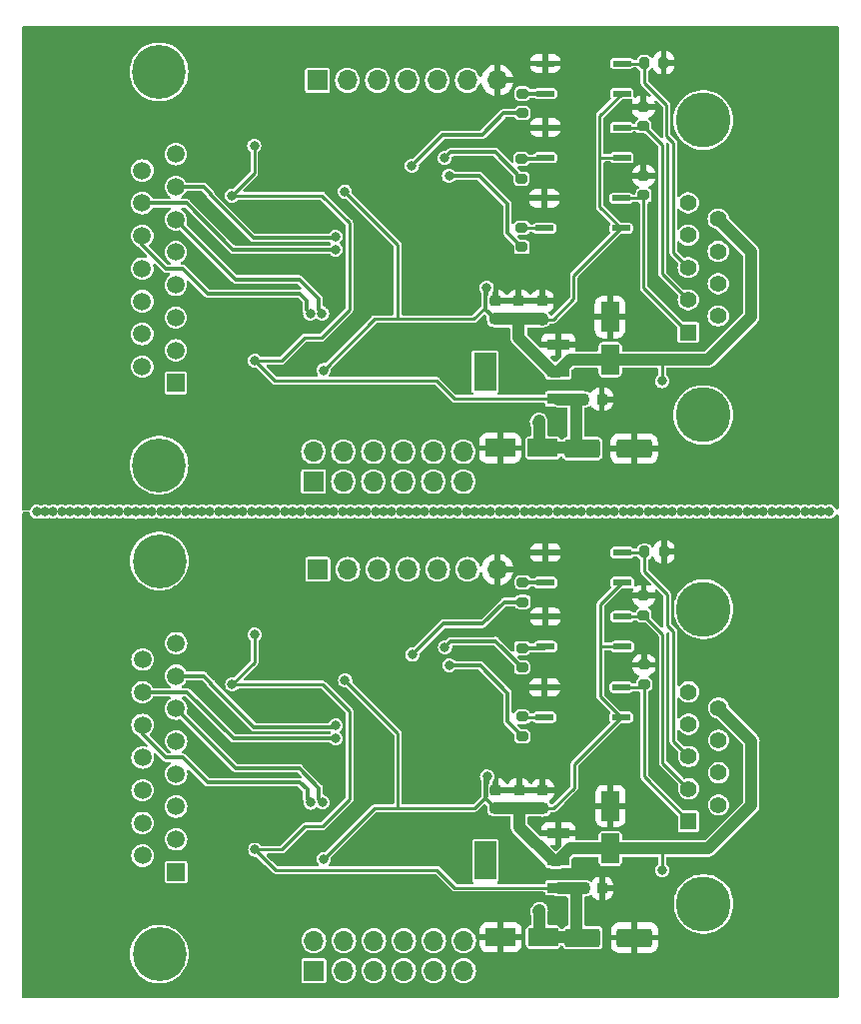
<source format=gbl>
%TF.GenerationSoftware,KiCad,Pcbnew,7.0.7*%
%TF.CreationDate,2024-09-01T12:40:49+02:00*%
%TF.ProjectId,main,6d61696e-2e6b-4696-9361-645f70636258,rev?*%
%TF.SameCoordinates,Original*%
%TF.FileFunction,Copper,L2,Bot*%
%TF.FilePolarity,Positive*%
%FSLAX46Y46*%
G04 Gerber Fmt 4.6, Leading zero omitted, Abs format (unit mm)*
G04 Created by KiCad (PCBNEW 7.0.7) date 2024-09-01 12:40:49*
%MOMM*%
%LPD*%
G01*
G04 APERTURE LIST*
G04 Aperture macros list*
%AMRoundRect*
0 Rectangle with rounded corners*
0 $1 Rounding radius*
0 $2 $3 $4 $5 $6 $7 $8 $9 X,Y pos of 4 corners*
0 Add a 4 corners polygon primitive as box body*
4,1,4,$2,$3,$4,$5,$6,$7,$8,$9,$2,$3,0*
0 Add four circle primitives for the rounded corners*
1,1,$1+$1,$2,$3*
1,1,$1+$1,$4,$5*
1,1,$1+$1,$6,$7*
1,1,$1+$1,$8,$9*
0 Add four rect primitives between the rounded corners*
20,1,$1+$1,$2,$3,$4,$5,0*
20,1,$1+$1,$4,$5,$6,$7,0*
20,1,$1+$1,$6,$7,$8,$9,0*
20,1,$1+$1,$8,$9,$2,$3,0*%
G04 Aperture macros list end*
%TA.AperFunction,SMDPad,CuDef*%
%ADD10RoundRect,0.137500X-0.662500X-0.137500X0.662500X-0.137500X0.662500X0.137500X-0.662500X0.137500X0*%
%TD*%
%TA.AperFunction,SMDPad,CuDef*%
%ADD11RoundRect,0.200000X0.275000X-0.200000X0.275000X0.200000X-0.275000X0.200000X-0.275000X-0.200000X0*%
%TD*%
%TA.AperFunction,SMDPad,CuDef*%
%ADD12RoundRect,0.250000X-1.250000X-0.550000X1.250000X-0.550000X1.250000X0.550000X-1.250000X0.550000X0*%
%TD*%
%TA.AperFunction,SMDPad,CuDef*%
%ADD13RoundRect,0.225000X-0.225000X-0.250000X0.225000X-0.250000X0.225000X0.250000X-0.225000X0.250000X0*%
%TD*%
%TA.AperFunction,SMDPad,CuDef*%
%ADD14RoundRect,0.200000X0.200000X0.275000X-0.200000X0.275000X-0.200000X-0.275000X0.200000X-0.275000X0*%
%TD*%
%TA.AperFunction,SMDPad,CuDef*%
%ADD15RoundRect,0.225000X0.250000X-0.225000X0.250000X0.225000X-0.250000X0.225000X-0.250000X-0.225000X0*%
%TD*%
%TA.AperFunction,SMDPad,CuDef*%
%ADD16RoundRect,0.250000X0.550000X-1.050000X0.550000X1.050000X-0.550000X1.050000X-0.550000X-1.050000X0*%
%TD*%
%TA.AperFunction,ComponentPad*%
%ADD17R,1.700000X1.700000*%
%TD*%
%TA.AperFunction,ComponentPad*%
%ADD18O,1.700000X1.700000*%
%TD*%
%TA.AperFunction,SMDPad,CuDef*%
%ADD19RoundRect,0.200000X-0.275000X0.200000X-0.275000X-0.200000X0.275000X-0.200000X0.275000X0.200000X0*%
%TD*%
%TA.AperFunction,ComponentPad*%
%ADD20R,1.400000X1.400000*%
%TD*%
%TA.AperFunction,ComponentPad*%
%ADD21C,1.400000*%
%TD*%
%TA.AperFunction,ComponentPad*%
%ADD22C,4.650000*%
%TD*%
%TA.AperFunction,ComponentPad*%
%ADD23R,1.500000X1.500000*%
%TD*%
%TA.AperFunction,ComponentPad*%
%ADD24C,1.500000*%
%TD*%
%TA.AperFunction,ComponentPad*%
%ADD25C,4.567000*%
%TD*%
%TA.AperFunction,SMDPad,CuDef*%
%ADD26R,1.850000X0.900000*%
%TD*%
%TA.AperFunction,SMDPad,CuDef*%
%ADD27R,1.850000X3.200000*%
%TD*%
%TA.AperFunction,SMDPad,CuDef*%
%ADD28RoundRect,0.250000X1.050000X0.550000X-1.050000X0.550000X-1.050000X-0.550000X1.050000X-0.550000X0*%
%TD*%
%TA.AperFunction,ViaPad*%
%ADD29C,0.800000*%
%TD*%
%TA.AperFunction,Conductor*%
%ADD30C,0.300000*%
%TD*%
%TA.AperFunction,Conductor*%
%ADD31C,0.250000*%
%TD*%
%TA.AperFunction,Conductor*%
%ADD32C,1.000000*%
%TD*%
G04 APERTURE END LIST*
D10*
%TO.P,U2,1*%
%TO.N,Net-(R16-Pad2)*%
X129030500Y-112890000D03*
%TO.P,U2,3*%
%TO.N,GND*%
X129030500Y-110350000D03*
%TO.P,U2,4*%
%TO.N,ENCODER_EMULATE_NM*%
X135530500Y-110350000D03*
%TO.P,U2,6*%
%TO.N,EXTERNAL_5V*%
X135530500Y-112890000D03*
%TD*%
D11*
%TO.P,R16,1*%
%TO.N,/optoisolation/NM*%
X127105500Y-114545000D03*
%TO.P,R16,2*%
%TO.N,Net-(R16-Pad2)*%
X127105500Y-112895000D03*
%TD*%
D12*
%TO.P,C12,1*%
%TO.N,12_V*%
X132177500Y-142990000D03*
%TO.P,C12,2*%
%TO.N,GND*%
X136577500Y-142990000D03*
%TD*%
D13*
%TO.P,C17,1*%
%TO.N,12_V*%
X132280500Y-138815000D03*
%TO.P,C17,2*%
%TO.N,GND*%
X133830500Y-138815000D03*
%TD*%
D14*
%TO.P,R19,1*%
%TO.N,GND*%
X139077500Y-110295000D03*
%TO.P,R19,2*%
%TO.N,ENCODER_EMULATE_NM*%
X137427500Y-110295000D03*
%TD*%
D15*
%TO.P,C23,1*%
%TO.N,EXTERNAL_5V*%
X128780500Y-132040000D03*
%TO.P,C23,2*%
%TO.N,GND*%
X128780500Y-130490000D03*
%TD*%
D11*
%TO.P,R17,1*%
%TO.N,/optoisolation/A*%
X127055500Y-125920000D03*
%TO.P,R17,2*%
%TO.N,Net-(R17-Pad2)*%
X127055500Y-124270000D03*
%TD*%
D16*
%TO.P,C22,1*%
%TO.N,EXTERNAL_5V*%
X134530500Y-135440000D03*
%TO.P,C22,2*%
%TO.N,GND*%
X134530500Y-131840000D03*
%TD*%
D10*
%TO.P,U4,1*%
%TO.N,Net-(R20-Pad2)*%
X129030500Y-118315000D03*
%TO.P,U4,3*%
%TO.N,GND*%
X129030500Y-115775000D03*
%TO.P,U4,4*%
%TO.N,ENCODER_EMULATE_B*%
X135530500Y-115775000D03*
%TO.P,U4,6*%
%TO.N,EXTERNAL_5V*%
X135530500Y-118315000D03*
%TD*%
D15*
%TO.P,C11,1*%
%TO.N,EXTERNAL_5V*%
X126780500Y-132015000D03*
%TO.P,C11,2*%
%TO.N,GND*%
X126780500Y-130465000D03*
%TD*%
D17*
%TO.P,J5,1,Pin_1*%
%TO.N,A0*%
X109727500Y-111770000D03*
D18*
%TO.P,J5,2,Pin_2*%
%TO.N,A1*%
X112267500Y-111770000D03*
%TO.P,J5,3,Pin_3*%
%TO.N,DOS*%
X114807500Y-111770000D03*
%TO.P,J5,4,Pin_4*%
%TO.N,LOT*%
X117347500Y-111770000D03*
%TO.P,J5,5,Pin_5*%
%TO.N,RESET*%
X119887500Y-111770000D03*
%TO.P,J5,6,Pin_6*%
%TO.N,DIR*%
X122427500Y-111770000D03*
%TO.P,J5,7,Pin_7*%
%TO.N,GND*%
X124967500Y-111770000D03*
%TD*%
D10*
%TO.P,U3,1*%
%TO.N,Net-(R17-Pad2)*%
X128955500Y-124315000D03*
%TO.P,U3,3*%
%TO.N,GND*%
X128955500Y-121775000D03*
%TO.P,U3,4*%
%TO.N,ENCODER_EMULATE_A*%
X135455500Y-121775000D03*
%TO.P,U3,6*%
%TO.N,EXTERNAL_5V*%
X135455500Y-124315000D03*
%TD*%
D19*
%TO.P,R31,1*%
%TO.N,GND*%
X137355500Y-114020000D03*
%TO.P,R31,2*%
%TO.N,ENCODER_EMULATE_B*%
X137355500Y-115670000D03*
%TD*%
D15*
%TO.P,C13,1*%
%TO.N,EXTERNAL_5V*%
X124780500Y-132015000D03*
%TO.P,C13,2*%
%TO.N,GND*%
X124780500Y-130465000D03*
%TD*%
D20*
%TO.P,J3,1,1*%
%TO.N,ENCODER_EMULATE_A*%
X141162500Y-133125000D03*
D21*
%TO.P,J3,2,2*%
%TO.N,ENCODER_EMULATE_B*%
X141162500Y-130385000D03*
%TO.P,J3,3,3*%
%TO.N,ENCODER_EMULATE_NM*%
X141162500Y-127645000D03*
%TO.P,J3,4,4*%
%TO.N,12_V*%
X141162500Y-124905000D03*
%TO.P,J3,5,5*%
%TO.N,EXTERNAL_24V*%
X141162500Y-122165000D03*
%TO.P,J3,6,6*%
%TO.N,unconnected-(J3-Pad6)*%
X143702500Y-131755000D03*
%TO.P,J3,7,7*%
%TO.N,EXTERNAL_GND*%
X143702500Y-129015000D03*
%TO.P,J3,8,8*%
%TO.N,unconnected-(J3-Pad8)*%
X143702500Y-126275000D03*
%TO.P,J3,9,9*%
%TO.N,EXTERNAL_5V*%
X143702500Y-123535000D03*
D22*
%TO.P,J3,10,MH1*%
%TO.N,unconnected-(J3-MH1-Pad10)*%
X142432500Y-140140000D03*
%TO.P,J3,11,MH2*%
%TO.N,unconnected-(J3-MH2-Pad11)*%
X142432500Y-115150000D03*
%TD*%
D17*
%TO.P,J4,1,Pin_1*%
%TO.N,REFOUT*%
X109387500Y-145785000D03*
D18*
%TO.P,J4,2,Pin_2*%
%TO.N,REFBYP*%
X109387500Y-143245000D03*
%TO.P,J4,3,Pin_3*%
%TO.N,CS*%
X111927500Y-145785000D03*
%TO.P,J4,4,Pin_4*%
%TO.N,RES0*%
X111927500Y-143245000D03*
%TO.P,J4,5,Pin_5*%
%TO.N,RD*%
X114467500Y-145785000D03*
%TO.P,J4,6,Pin_6*%
%TO.N,RES1*%
X114467500Y-143245000D03*
%TO.P,J4,7,Pin_7*%
%TO.N,SOE*%
X117007500Y-145785000D03*
%TO.P,J4,8,Pin_8*%
%TO.N,WR{slash}FSYNC*%
X117007500Y-143245000D03*
%TO.P,J4,9,Pin_9*%
%TO.N,SDO *%
X119547500Y-145785000D03*
%TO.P,J4,10,Pin_10*%
%TO.N,SAMPLE*%
X119547500Y-143245000D03*
%TO.P,J4,11,Pin_11*%
%TO.N,SCLK*%
X122087500Y-145785000D03*
%TO.P,J4,12,Pin_12*%
%TO.N,SDI *%
X122087500Y-143245000D03*
%TD*%
D23*
%TO.P,J2,1,1*%
%TO.N,unconnected-(J2-Pad1)*%
X97717500Y-137430000D03*
D24*
%TO.P,J2,2,2*%
%TO.N,unconnected-(J2-Pad2)*%
X97717500Y-134660000D03*
%TO.P,J2,3,3*%
%TO.N,R1*%
X97717500Y-131890000D03*
%TO.P,J2,4,4*%
%TO.N,unconnected-(J2-Pad4)*%
X97717500Y-129120000D03*
%TO.P,J2,5,5*%
%TO.N,unconnected-(J2-Pad5)*%
X97717500Y-126350000D03*
%TO.P,J2,6,6*%
%TO.N,S2*%
X97717500Y-123580000D03*
%TO.P,J2,7,7*%
%TO.N,S1*%
X97717500Y-120810000D03*
%TO.P,J2,8,8*%
%TO.N,unconnected-(J2-Pad8)*%
X97717500Y-118040000D03*
%TO.P,J2,9,9*%
%TO.N,unconnected-(J2-Pad9)*%
X94877500Y-136045000D03*
%TO.P,J2,10,10*%
%TO.N,R2*%
X94877500Y-133275000D03*
%TO.P,J2,11,11*%
%TO.N,unconnected-(J2-Pad11)*%
X94877500Y-130505000D03*
%TO.P,J2,12,12*%
%TO.N,unconnected-(J2-Pad12)*%
X94877500Y-127735000D03*
%TO.P,J2,13,13*%
%TO.N,S4*%
X94877500Y-124965000D03*
%TO.P,J2,14,14*%
%TO.N,S3*%
X94877500Y-122195000D03*
%TO.P,J2,15,15*%
%TO.N,unconnected-(J2-Pad15)*%
X94877500Y-119425000D03*
D25*
%TO.P,J2,MH1,MH1*%
%TO.N,unconnected-(J2-PadMH1)*%
X96297500Y-144395000D03*
%TO.P,J2,MH2,MH2*%
%TO.N,unconnected-(J2-PadMH2)*%
X96297500Y-111075000D03*
%TD*%
D26*
%TO.P,IC1,1,ADJ/GND*%
%TO.N,GND*%
X130130500Y-134165000D03*
%TO.P,IC1,2,OUTPUT*%
%TO.N,EXTERNAL_5V*%
X130130500Y-136465000D03*
%TO.P,IC1,3,INPUT*%
%TO.N,12_V*%
X130130500Y-138765000D03*
D27*
%TO.P,IC1,4,VOUT*%
%TO.N,unconnected-(IC1-VOUT-Pad4)*%
X123930500Y-136465000D03*
%TD*%
D19*
%TO.P,R18,1*%
%TO.N,GND*%
X137380500Y-119870000D03*
%TO.P,R18,2*%
%TO.N,ENCODER_EMULATE_A*%
X137380500Y-121520000D03*
%TD*%
D28*
%TO.P,C14,1*%
%TO.N,12_V*%
X128827500Y-142945000D03*
%TO.P,C14,2*%
%TO.N,GND*%
X125227500Y-142945000D03*
%TD*%
D11*
%TO.P,R20,1*%
%TO.N,/optoisolation/B*%
X127030500Y-120095000D03*
%TO.P,R20,2*%
%TO.N,Net-(R20-Pad2)*%
X127030500Y-118445000D03*
%TD*%
D26*
%TO.P,IC1,1,ADJ/GND*%
%TO.N,GND*%
X130103000Y-92720000D03*
%TO.P,IC1,2,OUTPUT*%
%TO.N,EXTERNAL_5V*%
X130103000Y-95020000D03*
%TO.P,IC1,3,INPUT*%
%TO.N,12_V*%
X130103000Y-97320000D03*
D27*
%TO.P,IC1,4,VOUT*%
%TO.N,unconnected-(IC1-VOUT-Pad4)*%
X123903000Y-95020000D03*
%TD*%
D23*
%TO.P,J2,1,1*%
%TO.N,unconnected-(J2-Pad1)*%
X97690000Y-95985000D03*
D24*
%TO.P,J2,2,2*%
%TO.N,unconnected-(J2-Pad2)*%
X97690000Y-93215000D03*
%TO.P,J2,3,3*%
%TO.N,R1*%
X97690000Y-90445000D03*
%TO.P,J2,4,4*%
%TO.N,unconnected-(J2-Pad4)*%
X97690000Y-87675000D03*
%TO.P,J2,5,5*%
%TO.N,unconnected-(J2-Pad5)*%
X97690000Y-84905000D03*
%TO.P,J2,6,6*%
%TO.N,S2*%
X97690000Y-82135000D03*
%TO.P,J2,7,7*%
%TO.N,S1*%
X97690000Y-79365000D03*
%TO.P,J2,8,8*%
%TO.N,unconnected-(J2-Pad8)*%
X97690000Y-76595000D03*
%TO.P,J2,9,9*%
%TO.N,unconnected-(J2-Pad9)*%
X94850000Y-94600000D03*
%TO.P,J2,10,10*%
%TO.N,R2*%
X94850000Y-91830000D03*
%TO.P,J2,11,11*%
%TO.N,unconnected-(J2-Pad11)*%
X94850000Y-89060000D03*
%TO.P,J2,12,12*%
%TO.N,unconnected-(J2-Pad12)*%
X94850000Y-86290000D03*
%TO.P,J2,13,13*%
%TO.N,S4*%
X94850000Y-83520000D03*
%TO.P,J2,14,14*%
%TO.N,S3*%
X94850000Y-80750000D03*
%TO.P,J2,15,15*%
%TO.N,unconnected-(J2-Pad15)*%
X94850000Y-77980000D03*
D25*
%TO.P,J2,MH1,MH1*%
%TO.N,unconnected-(J2-PadMH1)*%
X96270000Y-102950000D03*
%TO.P,J2,MH2,MH2*%
%TO.N,unconnected-(J2-PadMH2)*%
X96270000Y-69630000D03*
%TD*%
D17*
%TO.P,J4,1,Pin_1*%
%TO.N,REFOUT*%
X109360000Y-104340000D03*
D18*
%TO.P,J4,2,Pin_2*%
%TO.N,REFBYP*%
X109360000Y-101800000D03*
%TO.P,J4,3,Pin_3*%
%TO.N,CS*%
X111900000Y-104340000D03*
%TO.P,J4,4,Pin_4*%
%TO.N,RES0*%
X111900000Y-101800000D03*
%TO.P,J4,5,Pin_5*%
%TO.N,RD*%
X114440000Y-104340000D03*
%TO.P,J4,6,Pin_6*%
%TO.N,RES1*%
X114440000Y-101800000D03*
%TO.P,J4,7,Pin_7*%
%TO.N,SOE*%
X116980000Y-104340000D03*
%TO.P,J4,8,Pin_8*%
%TO.N,WR{slash}FSYNC*%
X116980000Y-101800000D03*
%TO.P,J4,9,Pin_9*%
%TO.N,SDO *%
X119520000Y-104340000D03*
%TO.P,J4,10,Pin_10*%
%TO.N,SAMPLE*%
X119520000Y-101800000D03*
%TO.P,J4,11,Pin_11*%
%TO.N,SCLK*%
X122060000Y-104340000D03*
%TO.P,J4,12,Pin_12*%
%TO.N,SDI *%
X122060000Y-101800000D03*
%TD*%
D20*
%TO.P,J3,1,1*%
%TO.N,ENCODER_EMULATE_A*%
X141135000Y-91680000D03*
D21*
%TO.P,J3,2,2*%
%TO.N,ENCODER_EMULATE_B*%
X141135000Y-88940000D03*
%TO.P,J3,3,3*%
%TO.N,ENCODER_EMULATE_NM*%
X141135000Y-86200000D03*
%TO.P,J3,4,4*%
%TO.N,12_V*%
X141135000Y-83460000D03*
%TO.P,J3,5,5*%
%TO.N,EXTERNAL_24V*%
X141135000Y-80720000D03*
%TO.P,J3,6,6*%
%TO.N,unconnected-(J3-Pad6)*%
X143675000Y-90310000D03*
%TO.P,J3,7,7*%
%TO.N,EXTERNAL_GND*%
X143675000Y-87570000D03*
%TO.P,J3,8,8*%
%TO.N,unconnected-(J3-Pad8)*%
X143675000Y-84830000D03*
%TO.P,J3,9,9*%
%TO.N,EXTERNAL_5V*%
X143675000Y-82090000D03*
D22*
%TO.P,J3,10,MH1*%
%TO.N,unconnected-(J3-MH1-Pad10)*%
X142405000Y-98695000D03*
%TO.P,J3,11,MH2*%
%TO.N,unconnected-(J3-MH2-Pad11)*%
X142405000Y-73705000D03*
%TD*%
D17*
%TO.P,J5,1,Pin_1*%
%TO.N,A0*%
X109700000Y-70325000D03*
D18*
%TO.P,J5,2,Pin_2*%
%TO.N,A1*%
X112240000Y-70325000D03*
%TO.P,J5,3,Pin_3*%
%TO.N,DOS*%
X114780000Y-70325000D03*
%TO.P,J5,4,Pin_4*%
%TO.N,LOT*%
X117320000Y-70325000D03*
%TO.P,J5,5,Pin_5*%
%TO.N,RESET*%
X119860000Y-70325000D03*
%TO.P,J5,6,Pin_6*%
%TO.N,DIR*%
X122400000Y-70325000D03*
%TO.P,J5,7,Pin_7*%
%TO.N,GND*%
X124940000Y-70325000D03*
%TD*%
D15*
%TO.P,C11,1*%
%TO.N,EXTERNAL_5V*%
X126753000Y-90570000D03*
%TO.P,C11,2*%
%TO.N,GND*%
X126753000Y-89020000D03*
%TD*%
%TO.P,C13,1*%
%TO.N,EXTERNAL_5V*%
X124753000Y-90570000D03*
%TO.P,C13,2*%
%TO.N,GND*%
X124753000Y-89020000D03*
%TD*%
D10*
%TO.P,U4,1*%
%TO.N,Net-(R20-Pad2)*%
X129003000Y-76870000D03*
%TO.P,U4,3*%
%TO.N,GND*%
X129003000Y-74330000D03*
%TO.P,U4,4*%
%TO.N,ENCODER_EMULATE_B*%
X135503000Y-74330000D03*
%TO.P,U4,6*%
%TO.N,EXTERNAL_5V*%
X135503000Y-76870000D03*
%TD*%
D16*
%TO.P,C22,1*%
%TO.N,EXTERNAL_5V*%
X134503000Y-93995000D03*
%TO.P,C22,2*%
%TO.N,GND*%
X134503000Y-90395000D03*
%TD*%
D19*
%TO.P,R31,1*%
%TO.N,GND*%
X137328000Y-72575000D03*
%TO.P,R31,2*%
%TO.N,ENCODER_EMULATE_B*%
X137328000Y-74225000D03*
%TD*%
D11*
%TO.P,R17,1*%
%TO.N,/optoisolation/A*%
X127028000Y-84475000D03*
%TO.P,R17,2*%
%TO.N,Net-(R17-Pad2)*%
X127028000Y-82825000D03*
%TD*%
D10*
%TO.P,U3,1*%
%TO.N,Net-(R17-Pad2)*%
X128928000Y-82870000D03*
%TO.P,U3,3*%
%TO.N,GND*%
X128928000Y-80330000D03*
%TO.P,U3,4*%
%TO.N,ENCODER_EMULATE_A*%
X135428000Y-80330000D03*
%TO.P,U3,6*%
%TO.N,EXTERNAL_5V*%
X135428000Y-82870000D03*
%TD*%
D15*
%TO.P,C23,1*%
%TO.N,EXTERNAL_5V*%
X128753000Y-90595000D03*
%TO.P,C23,2*%
%TO.N,GND*%
X128753000Y-89045000D03*
%TD*%
D14*
%TO.P,R19,1*%
%TO.N,GND*%
X139050000Y-68850000D03*
%TO.P,R19,2*%
%TO.N,ENCODER_EMULATE_NM*%
X137400000Y-68850000D03*
%TD*%
D13*
%TO.P,C17,1*%
%TO.N,12_V*%
X132253000Y-97370000D03*
%TO.P,C17,2*%
%TO.N,GND*%
X133803000Y-97370000D03*
%TD*%
D12*
%TO.P,C12,1*%
%TO.N,12_V*%
X132150000Y-101545000D03*
%TO.P,C12,2*%
%TO.N,GND*%
X136550000Y-101545000D03*
%TD*%
D11*
%TO.P,R16,1*%
%TO.N,/optoisolation/NM*%
X127078000Y-73100000D03*
%TO.P,R16,2*%
%TO.N,Net-(R16-Pad2)*%
X127078000Y-71450000D03*
%TD*%
D10*
%TO.P,U2,1*%
%TO.N,Net-(R16-Pad2)*%
X129003000Y-71445000D03*
%TO.P,U2,3*%
%TO.N,GND*%
X129003000Y-68905000D03*
%TO.P,U2,4*%
%TO.N,ENCODER_EMULATE_NM*%
X135503000Y-68905000D03*
%TO.P,U2,6*%
%TO.N,EXTERNAL_5V*%
X135503000Y-71445000D03*
%TD*%
D28*
%TO.P,C14,1*%
%TO.N,12_V*%
X128800000Y-101500000D03*
%TO.P,C14,2*%
%TO.N,GND*%
X125200000Y-101500000D03*
%TD*%
D19*
%TO.P,R18,1*%
%TO.N,GND*%
X137353000Y-78425000D03*
%TO.P,R18,2*%
%TO.N,ENCODER_EMULATE_A*%
X137353000Y-80075000D03*
%TD*%
D11*
%TO.P,R20,1*%
%TO.N,/optoisolation/B*%
X127003000Y-78650000D03*
%TO.P,R20,2*%
%TO.N,Net-(R20-Pad2)*%
X127003000Y-77000000D03*
%TD*%
D29*
%TO.N,*%
X153100000Y-106900000D03*
X152400000Y-106900000D03*
X139100000Y-106890000D03*
X137700000Y-106890000D03*
X138400000Y-106890000D03*
X144700000Y-106900000D03*
X144000000Y-106900000D03*
X150300000Y-106880000D03*
X151000000Y-106880000D03*
X148900000Y-106890000D03*
X149600000Y-106880000D03*
X151700000Y-106880000D03*
X146100000Y-106890000D03*
X146800000Y-106890000D03*
X148200000Y-106890000D03*
X145400000Y-106890000D03*
X137000000Y-106890000D03*
X147500000Y-106890000D03*
X140500000Y-106890000D03*
X141200000Y-106880000D03*
X139800000Y-106890000D03*
X143300000Y-106880000D03*
X141900000Y-106880000D03*
X142600000Y-106880000D03*
X136300000Y-106900000D03*
X135600000Y-106900000D03*
X122300000Y-106890000D03*
X120900000Y-106890000D03*
X121600000Y-106890000D03*
X127900000Y-106900000D03*
X127200000Y-106900000D03*
X133500000Y-106880000D03*
X134200000Y-106880000D03*
X132100000Y-106890000D03*
X132800000Y-106880000D03*
X134900000Y-106880000D03*
X129300000Y-106890000D03*
X130000000Y-106890000D03*
X131400000Y-106890000D03*
X128600000Y-106890000D03*
X120200000Y-106890000D03*
X130700000Y-106890000D03*
X123700000Y-106890000D03*
X124400000Y-106880000D03*
X123000000Y-106890000D03*
X126500000Y-106880000D03*
X125100000Y-106880000D03*
X125800000Y-106880000D03*
X119500000Y-106900000D03*
X118800000Y-106900000D03*
X105500000Y-106890000D03*
X104100000Y-106890000D03*
X104800000Y-106890000D03*
X111100000Y-106900000D03*
X110400000Y-106900000D03*
X116700000Y-106880000D03*
X117400000Y-106880000D03*
X115300000Y-106890000D03*
X116000000Y-106880000D03*
X118100000Y-106880000D03*
X112500000Y-106890000D03*
X113200000Y-106890000D03*
X114600000Y-106890000D03*
X111800000Y-106890000D03*
X103400000Y-106890000D03*
X113900000Y-106890000D03*
X106900000Y-106890000D03*
X107600000Y-106880000D03*
X106200000Y-106890000D03*
X109700000Y-106880000D03*
X108300000Y-106880000D03*
X109000000Y-106880000D03*
X102700000Y-106900000D03*
X102000000Y-106900000D03*
X97100000Y-106900000D03*
X95700000Y-106900000D03*
X96400000Y-106900000D03*
X95000000Y-106900000D03*
X98500000Y-106900000D03*
X99200000Y-106890000D03*
X97800000Y-106900000D03*
X101300000Y-106890000D03*
X99900000Y-106890000D03*
X100600000Y-106890000D03*
X94300000Y-106910000D03*
X93600000Y-106910000D03*
X92900000Y-106890000D03*
X91500000Y-106890000D03*
X92200000Y-106890000D03*
X90800000Y-106890000D03*
X90100000Y-106900000D03*
X89400000Y-106900000D03*
X88700000Y-106900000D03*
X88000000Y-106900000D03*
X87300000Y-106900000D03*
X86600000Y-106900000D03*
X85900000Y-106910000D03*
%TO.N,EXTERNAL_5V*%
X110227500Y-136345000D03*
%TO.N,/optoisolation/NM*%
X117731000Y-119016500D03*
%TO.N,12_V*%
X128527500Y-140645000D03*
%TO.N,EXTERNAL_5V*%
X138927500Y-137270000D03*
X124077500Y-129345000D03*
%TO.N,12_V*%
X104414750Y-135536050D03*
X104371250Y-117313750D03*
X102471250Y-121538750D03*
%TO.N,S2*%
X110115201Y-131532701D03*
%TO.N,EXTERNAL_5V*%
X112041500Y-121201000D03*
%TO.N,GND*%
X118602500Y-139570000D03*
X99907500Y-122175000D03*
%TO.N,S1*%
X111252500Y-125020000D03*
%TO.N,GND*%
X115302500Y-135820000D03*
X110352500Y-134520000D03*
X115377500Y-128295000D03*
%TO.N,S4*%
X109115776Y-131545146D03*
%TO.N,S3*%
X111252500Y-126120000D03*
%TO.N,/optoisolation/A*%
X120877500Y-119895000D03*
%TO.N,/optoisolation/B*%
X120502500Y-118370000D03*
%TO.N,GND*%
X119402500Y-128570000D03*
X119375000Y-87125000D03*
X110325000Y-93075000D03*
X115350000Y-86850000D03*
X115275000Y-94375000D03*
X118575000Y-98125000D03*
X99880000Y-80730000D03*
%TO.N,S1*%
X111225000Y-83575000D03*
%TO.N,S3*%
X111225000Y-84675000D03*
%TO.N,S4*%
X109088276Y-90100146D03*
%TO.N,S2*%
X110087701Y-90087701D03*
%TO.N,12_V*%
X102443750Y-80093750D03*
X104343750Y-75868750D03*
X104387250Y-94091050D03*
X128500000Y-99200000D03*
%TO.N,EXTERNAL_5V*%
X110200000Y-94900000D03*
X112014000Y-79756000D03*
X124050000Y-87900000D03*
X138900000Y-95825000D03*
%TO.N,/optoisolation/NM*%
X117703500Y-77571500D03*
%TO.N,/optoisolation/A*%
X120850000Y-78450000D03*
%TO.N,/optoisolation/B*%
X120475000Y-76925000D03*
%TD*%
D30*
%TO.N,S1*%
X100677500Y-121434339D02*
X100053161Y-120810000D01*
X105428000Y-125144500D02*
X105427500Y-125145000D01*
X100677500Y-121495000D02*
X100677500Y-121434339D01*
X105427500Y-125145000D02*
X104327500Y-125145000D01*
X111252500Y-125020000D02*
X111128000Y-125144500D01*
X111128000Y-125144500D02*
X105428000Y-125144500D01*
X104327500Y-125145000D02*
X100677500Y-121495000D01*
X100053161Y-120810000D02*
X97717500Y-120810000D01*
%TO.N,S3*%
X102562727Y-126120227D02*
X98637500Y-122195000D01*
X111252273Y-126120227D02*
X102562727Y-126120227D01*
X98637500Y-122195000D02*
X94877500Y-122195000D01*
X111252500Y-126120000D02*
X111252273Y-126120227D01*
%TO.N,Net-(R20-Pad2)*%
X127030500Y-118445000D02*
X128900500Y-118445000D01*
X128900500Y-118445000D02*
X129030500Y-118315000D01*
%TO.N,/optoisolation/B*%
X124755500Y-117870000D02*
X124780500Y-117845000D01*
X124780500Y-117845000D02*
X127030500Y-120095000D01*
%TO.N,Net-(R16-Pad2)*%
X129030500Y-112890000D02*
X127110500Y-112890000D01*
%TO.N,/optoisolation/A*%
X125827500Y-122245000D02*
X125827500Y-124692000D01*
X125827500Y-124692000D02*
X127055500Y-125920000D01*
%TO.N,/optoisolation/NM*%
X120352500Y-116395000D02*
X123677500Y-116395000D01*
%TO.N,Net-(R16-Pad2)*%
X127110500Y-112890000D02*
X127105500Y-112895000D01*
%TO.N,/optoisolation/NM*%
X117731000Y-119016500D02*
X120352500Y-116395000D01*
D31*
%TO.N,Net-(R17-Pad2)*%
X128955500Y-124315000D02*
X127100500Y-124315000D01*
D30*
%TO.N,/optoisolation/A*%
X123477500Y-119895000D02*
X125827500Y-122245000D01*
X120877500Y-119895000D02*
X123477500Y-119895000D01*
%TO.N,/optoisolation/NM*%
X125527500Y-114545000D02*
X127105500Y-114545000D01*
%TO.N,/optoisolation/B*%
X121002500Y-117870000D02*
X124755500Y-117870000D01*
X120502500Y-118370000D02*
X121002500Y-117870000D01*
%TO.N,/optoisolation/NM*%
X123677500Y-116395000D02*
X125527500Y-114545000D01*
D31*
%TO.N,Net-(R17-Pad2)*%
X127100500Y-124315000D02*
X127055500Y-124270000D01*
D32*
%TO.N,EXTERNAL_5V*%
X130130500Y-136465000D02*
X129655500Y-136465000D01*
X126780500Y-133590000D02*
X126780500Y-132015000D01*
D31*
X123980500Y-130012183D02*
X123980500Y-131020000D01*
D32*
X134530500Y-135440000D02*
X131155500Y-135440000D01*
D31*
X124077500Y-129345000D02*
X124077500Y-129915183D01*
X129710500Y-132040000D02*
X128780500Y-132040000D01*
D32*
X126780500Y-132015000D02*
X128755500Y-132015000D01*
D30*
X123955500Y-131190000D02*
X124780500Y-132015000D01*
D31*
X133655500Y-114765000D02*
X135530500Y-112890000D01*
X135530500Y-118315000D02*
X133660500Y-118315000D01*
D32*
X138927500Y-135440000D02*
X134530500Y-135440000D01*
D31*
X135455500Y-124315000D02*
X131455500Y-128315000D01*
D32*
X124780500Y-132015000D02*
X126780500Y-132015000D01*
D31*
X131455500Y-130295000D02*
X129710500Y-132040000D01*
D32*
X138927500Y-135440000D02*
X142832500Y-135440000D01*
D31*
X133655500Y-118320000D02*
X133655500Y-114765000D01*
D32*
X131155500Y-135440000D02*
X130130500Y-136465000D01*
D30*
X123955500Y-129467000D02*
X123955500Y-131190000D01*
D32*
X146477500Y-131795000D02*
X146477500Y-126310000D01*
D31*
X133660500Y-118315000D02*
X133655500Y-118320000D01*
X131455500Y-128315000D02*
X131455500Y-130295000D01*
X110227500Y-136345000D02*
X114557500Y-132015000D01*
X116527500Y-132015000D02*
X116527500Y-125687000D01*
X135455500Y-124315000D02*
X133655500Y-122515000D01*
X133655500Y-122515000D02*
X133655500Y-119770000D01*
X133655500Y-119770000D02*
X133655500Y-118320000D01*
X138927500Y-137270000D02*
X138927500Y-135440000D01*
X123980500Y-131020000D02*
X122985500Y-132015000D01*
D32*
%TO.N,12_V*%
X132280500Y-138815000D02*
X130180500Y-138815000D01*
%TO.N,EXTERNAL_5V*%
X128755500Y-132015000D02*
X128780500Y-132040000D01*
%TO.N,12_V*%
X128527500Y-140645000D02*
X128427500Y-140745000D01*
D31*
X119827500Y-137245000D02*
X121347500Y-138765000D01*
X112427500Y-131245000D02*
X112427500Y-123845000D01*
X108652500Y-133570000D02*
X110102500Y-133570000D01*
X104414750Y-135536050D02*
X106686450Y-135536050D01*
X106686450Y-135536050D02*
X108652500Y-133570000D01*
D32*
X131630500Y-142443000D02*
X131630500Y-138818000D01*
D31*
%TO.N,EXTERNAL_5V*%
X114557500Y-132015000D02*
X116527500Y-132015000D01*
D32*
X142832500Y-135440000D02*
X146477500Y-131795000D01*
%TO.N,12_V*%
X128527500Y-140645000D02*
X128527500Y-142645000D01*
%TO.N,EXTERNAL_5V*%
X146477500Y-126310000D02*
X143702500Y-123535000D01*
D30*
X124077500Y-129345000D02*
X123955500Y-129467000D01*
D31*
%TO.N,12_V*%
X110121250Y-121538750D02*
X102471250Y-121538750D01*
%TO.N,EXTERNAL_5V*%
X122985500Y-132015000D02*
X116527500Y-132015000D01*
%TO.N,12_V*%
X102471250Y-121538750D02*
X104371250Y-119638750D01*
X110102500Y-133570000D02*
X112427500Y-131245000D01*
D32*
X131630500Y-138818000D02*
X131627500Y-138815000D01*
D31*
%TO.N,EXTERNAL_5V*%
X116527500Y-125687000D02*
X112041500Y-121201000D01*
D32*
%TO.N,12_V*%
X128527500Y-142645000D02*
X128827500Y-142945000D01*
D31*
%TO.N,EXTERNAL_5V*%
X124077500Y-129915183D02*
X123980500Y-130012183D01*
%TO.N,12_V*%
X121347500Y-138765000D02*
X130130500Y-138765000D01*
X106123700Y-137245000D02*
X119827500Y-137245000D01*
X104371250Y-119638750D02*
X104371250Y-117313750D01*
D32*
X132132500Y-142945000D02*
X131630500Y-142443000D01*
D31*
X112427500Y-123845000D02*
X110121250Y-121538750D01*
X104414750Y-135536050D02*
X106123700Y-137245000D01*
D32*
%TO.N,EXTERNAL_5V*%
X129655500Y-136465000D02*
X126780500Y-133590000D01*
%TO.N,12_V*%
X128827500Y-142945000D02*
X132132500Y-142945000D01*
D30*
%TO.N,S2*%
X109827500Y-131245000D02*
X110115201Y-131532701D01*
X108177500Y-128645000D02*
X109827500Y-130295000D01*
%TO.N,S4*%
X109115776Y-131545146D02*
X108827500Y-131256870D01*
%TO.N,S2*%
X102782500Y-128645000D02*
X108177500Y-128645000D01*
%TO.N,S4*%
X94877500Y-125745000D02*
X94877500Y-124965000D01*
%TO.N,S2*%
X109827500Y-130295000D02*
X109827500Y-131245000D01*
%TO.N,S4*%
X108827500Y-131256870D02*
X108827500Y-130445000D01*
X108227500Y-129845000D02*
X100402500Y-129845000D01*
%TO.N,S2*%
X97717500Y-123580000D02*
X102782500Y-128645000D01*
%TO.N,S4*%
X96877500Y-127745000D02*
X94877500Y-125745000D01*
X100402500Y-129845000D02*
X98302500Y-127745000D01*
X108827500Y-130445000D02*
X108227500Y-129845000D01*
X98302500Y-127745000D02*
X96877500Y-127745000D01*
D31*
%TO.N,ENCODER_EMULATE_B*%
X138955500Y-128178000D02*
X141162500Y-130385000D01*
%TO.N,ENCODER_EMULATE_A*%
X137125500Y-121775000D02*
X137380500Y-121520000D01*
X135455500Y-121775000D02*
X137125500Y-121775000D01*
%TO.N,ENCODER_EMULATE_B*%
X135530500Y-115775000D02*
X137250500Y-115775000D01*
%TO.N,ENCODER_EMULATE_NM*%
X137427500Y-110295000D02*
X137427500Y-111959666D01*
X137372500Y-110350000D02*
X137427500Y-110295000D01*
%TO.N,ENCODER_EMULATE_B*%
X137355500Y-115670000D02*
X138955500Y-117270000D01*
X137250500Y-115775000D02*
X137355500Y-115670000D01*
%TO.N,ENCODER_EMULATE_A*%
X137380500Y-121520000D02*
X137380500Y-129343000D01*
%TO.N,ENCODER_EMULATE_NM*%
X135530500Y-110350000D02*
X137372500Y-110350000D01*
X139330500Y-116495000D02*
X139880500Y-117045000D01*
X139330500Y-113862666D02*
X139330500Y-116495000D01*
%TO.N,ENCODER_EMULATE_B*%
X138955500Y-117270000D02*
X138955500Y-128178000D01*
%TO.N,ENCODER_EMULATE_NM*%
X139880500Y-126363000D02*
X141162500Y-127645000D01*
X139880500Y-117045000D02*
X139880500Y-126363000D01*
%TO.N,ENCODER_EMULATE_A*%
X137380500Y-129343000D02*
X141162500Y-133125000D01*
%TO.N,ENCODER_EMULATE_NM*%
X137427500Y-111959666D02*
X139330500Y-113862666D01*
D30*
%TO.N,S3*%
X102535227Y-84675227D02*
X98610000Y-80750000D01*
X111224773Y-84675227D02*
X102535227Y-84675227D01*
X111225000Y-84675000D02*
X111224773Y-84675227D01*
X98610000Y-80750000D02*
X94850000Y-80750000D01*
%TO.N,S1*%
X100025661Y-79365000D02*
X97690000Y-79365000D01*
X100650000Y-79989339D02*
X100025661Y-79365000D01*
X100650000Y-80050000D02*
X100650000Y-79989339D01*
X104300000Y-83700000D02*
X100650000Y-80050000D01*
X105400000Y-83700000D02*
X104300000Y-83700000D01*
X105400500Y-83699500D02*
X105400000Y-83700000D01*
X111225000Y-83575000D02*
X111100500Y-83699500D01*
X111100500Y-83699500D02*
X105400500Y-83699500D01*
D31*
%TO.N,ENCODER_EMULATE_A*%
X137098000Y-80330000D02*
X137353000Y-80075000D01*
X137353000Y-87898000D02*
X141135000Y-91680000D01*
X135428000Y-80330000D02*
X137098000Y-80330000D01*
X137353000Y-80075000D02*
X137353000Y-87898000D01*
%TO.N,ENCODER_EMULATE_B*%
X138928000Y-86733000D02*
X141135000Y-88940000D01*
X138928000Y-75825000D02*
X138928000Y-86733000D01*
X135503000Y-74330000D02*
X137223000Y-74330000D01*
X137223000Y-74330000D02*
X137328000Y-74225000D01*
X137328000Y-74225000D02*
X138928000Y-75825000D01*
%TO.N,ENCODER_EMULATE_NM*%
X139303000Y-72417666D02*
X139303000Y-75050000D01*
X137345000Y-68905000D02*
X137400000Y-68850000D01*
X139303000Y-75050000D02*
X139853000Y-75600000D01*
X137400000Y-70514666D02*
X139303000Y-72417666D01*
X137400000Y-68850000D02*
X137400000Y-70514666D01*
X139853000Y-75600000D02*
X139853000Y-84918000D01*
X139853000Y-84918000D02*
X141135000Y-86200000D01*
X135503000Y-68905000D02*
X137345000Y-68905000D01*
D30*
%TO.N,S4*%
X108200000Y-88400000D02*
X100375000Y-88400000D01*
X94850000Y-84300000D02*
X94850000Y-83520000D01*
X98275000Y-86300000D02*
X96850000Y-86300000D01*
X109088276Y-90100146D02*
X108800000Y-89811870D01*
X108800000Y-89811870D02*
X108800000Y-89000000D01*
X108800000Y-89000000D02*
X108200000Y-88400000D01*
X100375000Y-88400000D02*
X98275000Y-86300000D01*
X96850000Y-86300000D02*
X94850000Y-84300000D01*
%TO.N,S2*%
X97690000Y-82135000D02*
X102755000Y-87200000D01*
X109800000Y-88850000D02*
X109800000Y-89800000D01*
X108150000Y-87200000D02*
X109800000Y-88850000D01*
X102755000Y-87200000D02*
X108150000Y-87200000D01*
X109800000Y-89800000D02*
X110087701Y-90087701D01*
D31*
%TO.N,12_V*%
X104343750Y-78193750D02*
X104343750Y-75868750D01*
D32*
X128500000Y-99200000D02*
X128500000Y-101200000D01*
X132105000Y-101500000D02*
X131603000Y-100998000D01*
D31*
X119800000Y-95800000D02*
X121320000Y-97320000D01*
D32*
X131603000Y-97373000D02*
X131600000Y-97370000D01*
D31*
X112400000Y-89800000D02*
X112400000Y-82400000D01*
X102443750Y-80093750D02*
X104343750Y-78193750D01*
X112400000Y-82400000D02*
X110093750Y-80093750D01*
D32*
X128500000Y-99200000D02*
X128400000Y-99300000D01*
X128800000Y-101500000D02*
X132105000Y-101500000D01*
D31*
X106096200Y-95800000D02*
X119800000Y-95800000D01*
X110093750Y-80093750D02*
X102443750Y-80093750D01*
D32*
X128500000Y-101200000D02*
X128800000Y-101500000D01*
D31*
X104387250Y-94091050D02*
X106658950Y-94091050D01*
X110075000Y-92125000D02*
X112400000Y-89800000D01*
D32*
X131603000Y-100998000D02*
X131603000Y-97373000D01*
D31*
X121320000Y-97320000D02*
X130103000Y-97320000D01*
D32*
X132253000Y-97370000D02*
X130153000Y-97370000D01*
D31*
X106658950Y-94091050D02*
X108625000Y-92125000D01*
X108625000Y-92125000D02*
X110075000Y-92125000D01*
X104387250Y-94091050D02*
X106096200Y-95800000D01*
D32*
%TO.N,EXTERNAL_5V*%
X128728000Y-90570000D02*
X128753000Y-90595000D01*
D31*
X114530000Y-90570000D02*
X116500000Y-90570000D01*
D32*
X142805000Y-93995000D02*
X146450000Y-90350000D01*
D31*
X122958000Y-90570000D02*
X116500000Y-90570000D01*
D30*
X124050000Y-87900000D02*
X123928000Y-88022000D01*
D31*
X124050000Y-88470183D02*
X123953000Y-88567183D01*
X116500000Y-84242000D02*
X112014000Y-79756000D01*
D32*
X146450000Y-84865000D02*
X143675000Y-82090000D01*
X129628000Y-95020000D02*
X126753000Y-92145000D01*
X124753000Y-90570000D02*
X126753000Y-90570000D01*
X138900000Y-93995000D02*
X134503000Y-93995000D01*
D31*
X133628000Y-81070000D02*
X133628000Y-78325000D01*
D32*
X130103000Y-95020000D02*
X129628000Y-95020000D01*
X131128000Y-93995000D02*
X130103000Y-95020000D01*
D31*
X135428000Y-82870000D02*
X131428000Y-86870000D01*
X138900000Y-95825000D02*
X138900000Y-93995000D01*
X123953000Y-89575000D02*
X122958000Y-90570000D01*
X131428000Y-86870000D02*
X131428000Y-88850000D01*
D32*
X126753000Y-90570000D02*
X128728000Y-90570000D01*
D31*
X135428000Y-82870000D02*
X133628000Y-81070000D01*
X129683000Y-90595000D02*
X128753000Y-90595000D01*
X131428000Y-88850000D02*
X129683000Y-90595000D01*
X133628000Y-78325000D02*
X133628000Y-76875000D01*
X133628000Y-73320000D02*
X135503000Y-71445000D01*
X135503000Y-76870000D02*
X133633000Y-76870000D01*
X133628000Y-76875000D02*
X133628000Y-73320000D01*
D30*
X123928000Y-89745000D02*
X124753000Y-90570000D01*
D31*
X124050000Y-87900000D02*
X124050000Y-88470183D01*
X133633000Y-76870000D02*
X133628000Y-76875000D01*
X116500000Y-90570000D02*
X116500000Y-84242000D01*
D32*
X126753000Y-92145000D02*
X126753000Y-90570000D01*
X146450000Y-90350000D02*
X146450000Y-84865000D01*
X134503000Y-93995000D02*
X131128000Y-93995000D01*
D30*
X123928000Y-88022000D02*
X123928000Y-89745000D01*
D31*
X123953000Y-88567183D02*
X123953000Y-89575000D01*
D32*
X138900000Y-93995000D02*
X142805000Y-93995000D01*
D31*
X110200000Y-94900000D02*
X114530000Y-90570000D01*
D30*
%TO.N,/optoisolation/NM*%
X123650000Y-74950000D02*
X125500000Y-73100000D01*
X120325000Y-74950000D02*
X123650000Y-74950000D01*
X125500000Y-73100000D02*
X127078000Y-73100000D01*
X117703500Y-77571500D02*
X120325000Y-74950000D01*
%TO.N,Net-(R16-Pad2)*%
X127083000Y-71445000D02*
X127078000Y-71450000D01*
X129003000Y-71445000D02*
X127083000Y-71445000D01*
%TO.N,/optoisolation/A*%
X123450000Y-78450000D02*
X125800000Y-80800000D01*
X125800000Y-83247000D02*
X127028000Y-84475000D01*
X125800000Y-80800000D02*
X125800000Y-83247000D01*
X120850000Y-78450000D02*
X123450000Y-78450000D01*
D31*
%TO.N,Net-(R17-Pad2)*%
X128928000Y-82870000D02*
X127073000Y-82870000D01*
X127073000Y-82870000D02*
X127028000Y-82825000D01*
D30*
%TO.N,/optoisolation/B*%
X120475000Y-76925000D02*
X120975000Y-76425000D01*
X120975000Y-76425000D02*
X124728000Y-76425000D01*
X124728000Y-76425000D02*
X124753000Y-76400000D01*
X124753000Y-76400000D02*
X127003000Y-78650000D01*
%TO.N,Net-(R20-Pad2)*%
X127003000Y-77000000D02*
X128873000Y-77000000D01*
X128873000Y-77000000D02*
X129003000Y-76870000D01*
%TD*%
%TA.AperFunction,Conductor*%
%TO.N,GND*%
G36*
X99896156Y-79735185D02*
G01*
X99916798Y-79751819D01*
X100285022Y-80120043D01*
X100308022Y-80156885D01*
X100309019Y-80156346D01*
X100313907Y-80165379D01*
X100313908Y-80165381D01*
X100328645Y-80192613D01*
X100338295Y-80210444D01*
X100360801Y-80256483D01*
X100365065Y-80262455D01*
X100369580Y-80268256D01*
X100407275Y-80302958D01*
X104017362Y-83913044D01*
X104033489Y-83932902D01*
X104038563Y-83940669D01*
X104038565Y-83940671D01*
X104064505Y-83960860D01*
X104070268Y-83965950D01*
X104072694Y-83968376D01*
X104090441Y-83981047D01*
X104130874Y-84012517D01*
X104130875Y-84012517D01*
X104130876Y-84012518D01*
X104137318Y-84016004D01*
X104143929Y-84019236D01*
X104143934Y-84019240D01*
X104193052Y-84033863D01*
X104241512Y-84050500D01*
X104241513Y-84050500D01*
X104248748Y-84051707D01*
X104248769Y-84051710D01*
X104248801Y-84051715D01*
X104256046Y-84052618D01*
X104256046Y-84052617D01*
X104256047Y-84052618D01*
X104307256Y-84050500D01*
X105350789Y-84050500D01*
X105376234Y-84053138D01*
X105385315Y-84055043D01*
X105401005Y-84053087D01*
X105417939Y-84050977D01*
X105425615Y-84050500D01*
X105429041Y-84050500D01*
X105432520Y-84050212D01*
X105437641Y-84050000D01*
X110696218Y-84050000D01*
X110763257Y-84069685D01*
X110809012Y-84122489D01*
X110818956Y-84191647D01*
X110794594Y-84249486D01*
X110774086Y-84276213D01*
X110717659Y-84317416D01*
X110675710Y-84324727D01*
X102731771Y-84324727D01*
X102664732Y-84305042D01*
X102644090Y-84288408D01*
X98892637Y-80536955D01*
X98876511Y-80517098D01*
X98871437Y-80509331D01*
X98845487Y-80489133D01*
X98839741Y-80484059D01*
X98837307Y-80481625D01*
X98837306Y-80481624D01*
X98837305Y-80481623D01*
X98830848Y-80477013D01*
X98819561Y-80468955D01*
X98779126Y-80437483D01*
X98779122Y-80437481D01*
X98772648Y-80433977D01*
X98766069Y-80430760D01*
X98716954Y-80416138D01*
X98668486Y-80399498D01*
X98661269Y-80398294D01*
X98653953Y-80397382D01*
X98604725Y-80399419D01*
X98602769Y-80399500D01*
X98265971Y-80399500D01*
X98198932Y-80379815D01*
X98153177Y-80327011D01*
X98143233Y-80257853D01*
X98172258Y-80194297D01*
X98207519Y-80166141D01*
X98208941Y-80165381D01*
X98220625Y-80159136D01*
X98365357Y-80040357D01*
X98484136Y-79895625D01*
X98525945Y-79817405D01*
X98545379Y-79781047D01*
X98594341Y-79731203D01*
X98654737Y-79715500D01*
X99829117Y-79715500D01*
X99896156Y-79735185D01*
G37*
%TD.AperFunction*%
%TA.AperFunction,Conductor*%
G36*
X153817539Y-65721185D02*
G01*
X153863294Y-65773989D01*
X153874500Y-65825500D01*
X153874500Y-106577235D01*
X153854815Y-106644274D01*
X153802011Y-106690029D01*
X153732853Y-106699973D01*
X153669297Y-106670948D01*
X153635939Y-106624688D01*
X153633783Y-106619484D01*
X153624536Y-106597159D01*
X153528282Y-106471718D01*
X153402841Y-106375464D01*
X153402546Y-106375342D01*
X153256762Y-106314956D01*
X153256760Y-106314955D01*
X153100001Y-106294318D01*
X153099999Y-106294318D01*
X152943239Y-106314955D01*
X152943234Y-106314957D01*
X152797452Y-106375342D01*
X152727983Y-106382811D01*
X152702548Y-106375342D01*
X152556765Y-106314957D01*
X152556760Y-106314955D01*
X152400001Y-106294318D01*
X152399999Y-106294318D01*
X152243239Y-106314955D01*
X152243234Y-106314957D01*
X152118906Y-106366455D01*
X152049437Y-106373924D01*
X152009460Y-106359285D01*
X152002841Y-106355464D01*
X151856762Y-106294956D01*
X151856760Y-106294955D01*
X151700001Y-106274318D01*
X151699999Y-106274318D01*
X151543239Y-106294955D01*
X151543234Y-106294957D01*
X151397452Y-106355342D01*
X151327983Y-106362811D01*
X151302548Y-106355342D01*
X151156765Y-106294957D01*
X151156760Y-106294955D01*
X151000001Y-106274318D01*
X150999999Y-106274318D01*
X150843239Y-106294955D01*
X150843234Y-106294957D01*
X150697452Y-106355342D01*
X150627983Y-106362811D01*
X150602548Y-106355342D01*
X150456765Y-106294957D01*
X150456760Y-106294955D01*
X150300001Y-106274318D01*
X150299999Y-106274318D01*
X150143239Y-106294955D01*
X150143234Y-106294957D01*
X149997452Y-106355342D01*
X149927983Y-106362811D01*
X149902548Y-106355342D01*
X149756765Y-106294957D01*
X149756760Y-106294955D01*
X149600001Y-106274318D01*
X149599999Y-106274318D01*
X149443239Y-106294955D01*
X149443237Y-106294956D01*
X149289651Y-106358574D01*
X149288730Y-106356352D01*
X149232694Y-106369929D01*
X149191179Y-106360632D01*
X149056765Y-106304957D01*
X149056760Y-106304955D01*
X148900001Y-106284318D01*
X148899999Y-106284318D01*
X148743239Y-106304955D01*
X148743234Y-106304957D01*
X148597452Y-106365342D01*
X148527983Y-106372811D01*
X148502548Y-106365342D01*
X148356765Y-106304957D01*
X148356760Y-106304955D01*
X148200001Y-106284318D01*
X148199999Y-106284318D01*
X148043239Y-106304955D01*
X148043234Y-106304957D01*
X147897452Y-106365342D01*
X147827983Y-106372811D01*
X147802548Y-106365342D01*
X147656765Y-106304957D01*
X147656760Y-106304955D01*
X147500001Y-106284318D01*
X147499999Y-106284318D01*
X147343239Y-106304955D01*
X147343234Y-106304957D01*
X147197452Y-106365342D01*
X147127983Y-106372811D01*
X147102548Y-106365342D01*
X146956765Y-106304957D01*
X146956760Y-106304955D01*
X146800001Y-106284318D01*
X146799999Y-106284318D01*
X146643239Y-106304955D01*
X146643234Y-106304957D01*
X146497452Y-106365342D01*
X146427983Y-106372811D01*
X146402548Y-106365342D01*
X146256765Y-106304957D01*
X146256760Y-106304955D01*
X146100001Y-106284318D01*
X146099999Y-106284318D01*
X145943239Y-106304955D01*
X145943234Y-106304957D01*
X145797452Y-106365342D01*
X145727983Y-106372811D01*
X145702548Y-106365342D01*
X145556765Y-106304957D01*
X145556760Y-106304955D01*
X145400001Y-106284318D01*
X145399999Y-106284318D01*
X145243239Y-106304955D01*
X145243237Y-106304956D01*
X145194951Y-106324957D01*
X145108825Y-106360632D01*
X145089651Y-106368574D01*
X145088730Y-106366352D01*
X145032694Y-106379929D01*
X144991179Y-106370632D01*
X144856765Y-106314957D01*
X144856760Y-106314955D01*
X144700001Y-106294318D01*
X144699999Y-106294318D01*
X144543239Y-106314955D01*
X144543234Y-106314957D01*
X144397452Y-106375342D01*
X144327983Y-106382811D01*
X144302548Y-106375342D01*
X144156765Y-106314957D01*
X144156760Y-106314955D01*
X144000001Y-106294318D01*
X143999999Y-106294318D01*
X143843239Y-106314955D01*
X143843234Y-106314957D01*
X143718906Y-106366455D01*
X143649437Y-106373924D01*
X143609460Y-106359285D01*
X143602841Y-106355464D01*
X143456762Y-106294956D01*
X143456760Y-106294955D01*
X143300001Y-106274318D01*
X143299999Y-106274318D01*
X143143239Y-106294955D01*
X143143234Y-106294957D01*
X142997452Y-106355342D01*
X142927983Y-106362811D01*
X142902548Y-106355342D01*
X142756765Y-106294957D01*
X142756760Y-106294955D01*
X142600001Y-106274318D01*
X142599999Y-106274318D01*
X142443239Y-106294955D01*
X142443234Y-106294957D01*
X142297452Y-106355342D01*
X142227983Y-106362811D01*
X142202548Y-106355342D01*
X142056765Y-106294957D01*
X142056760Y-106294955D01*
X141900001Y-106274318D01*
X141899999Y-106274318D01*
X141743239Y-106294955D01*
X141743234Y-106294957D01*
X141597452Y-106355342D01*
X141527983Y-106362811D01*
X141502548Y-106355342D01*
X141356765Y-106294957D01*
X141356760Y-106294955D01*
X141200001Y-106274318D01*
X141199999Y-106274318D01*
X141043239Y-106294955D01*
X141043237Y-106294956D01*
X140889651Y-106358574D01*
X140888730Y-106356352D01*
X140832694Y-106369929D01*
X140791179Y-106360632D01*
X140656765Y-106304957D01*
X140656760Y-106304955D01*
X140500001Y-106284318D01*
X140499999Y-106284318D01*
X140343239Y-106304955D01*
X140343234Y-106304957D01*
X140197452Y-106365342D01*
X140127983Y-106372811D01*
X140102548Y-106365342D01*
X139956765Y-106304957D01*
X139956760Y-106304955D01*
X139800001Y-106284318D01*
X139799999Y-106284318D01*
X139643239Y-106304955D01*
X139643234Y-106304957D01*
X139497452Y-106365342D01*
X139427983Y-106372811D01*
X139402548Y-106365342D01*
X139256765Y-106304957D01*
X139256760Y-106304955D01*
X139100001Y-106284318D01*
X139099999Y-106284318D01*
X138943239Y-106304955D01*
X138943234Y-106304957D01*
X138797452Y-106365342D01*
X138727983Y-106372811D01*
X138702548Y-106365342D01*
X138556765Y-106304957D01*
X138556760Y-106304955D01*
X138400001Y-106284318D01*
X138399999Y-106284318D01*
X138243239Y-106304955D01*
X138243234Y-106304957D01*
X138097452Y-106365342D01*
X138027983Y-106372811D01*
X138002548Y-106365342D01*
X137856765Y-106304957D01*
X137856760Y-106304955D01*
X137700001Y-106284318D01*
X137699999Y-106284318D01*
X137543239Y-106304955D01*
X137543234Y-106304957D01*
X137397452Y-106365342D01*
X137327983Y-106372811D01*
X137302548Y-106365342D01*
X137156765Y-106304957D01*
X137156760Y-106304955D01*
X137000001Y-106284318D01*
X136999999Y-106284318D01*
X136843239Y-106304955D01*
X136843237Y-106304956D01*
X136794951Y-106324957D01*
X136708825Y-106360632D01*
X136689651Y-106368574D01*
X136688730Y-106366352D01*
X136632694Y-106379929D01*
X136591179Y-106370632D01*
X136456765Y-106314957D01*
X136456760Y-106314955D01*
X136300001Y-106294318D01*
X136299999Y-106294318D01*
X136143239Y-106314955D01*
X136143234Y-106314957D01*
X135997452Y-106375342D01*
X135927983Y-106382811D01*
X135902548Y-106375342D01*
X135756765Y-106314957D01*
X135756760Y-106314955D01*
X135600001Y-106294318D01*
X135599999Y-106294318D01*
X135443239Y-106314955D01*
X135443234Y-106314957D01*
X135318906Y-106366455D01*
X135249437Y-106373924D01*
X135209460Y-106359285D01*
X135202841Y-106355464D01*
X135056762Y-106294956D01*
X135056760Y-106294955D01*
X134900001Y-106274318D01*
X134899999Y-106274318D01*
X134743239Y-106294955D01*
X134743234Y-106294957D01*
X134597452Y-106355342D01*
X134527983Y-106362811D01*
X134502548Y-106355342D01*
X134356765Y-106294957D01*
X134356760Y-106294955D01*
X134200001Y-106274318D01*
X134199999Y-106274318D01*
X134043239Y-106294955D01*
X134043234Y-106294957D01*
X133897452Y-106355342D01*
X133827983Y-106362811D01*
X133802548Y-106355342D01*
X133656765Y-106294957D01*
X133656760Y-106294955D01*
X133500001Y-106274318D01*
X133499999Y-106274318D01*
X133343239Y-106294955D01*
X133343234Y-106294957D01*
X133197452Y-106355342D01*
X133127983Y-106362811D01*
X133102548Y-106355342D01*
X132956765Y-106294957D01*
X132956760Y-106294955D01*
X132800001Y-106274318D01*
X132799999Y-106274318D01*
X132643239Y-106294955D01*
X132643237Y-106294956D01*
X132489651Y-106358574D01*
X132488730Y-106356352D01*
X132432694Y-106369929D01*
X132391179Y-106360632D01*
X132256765Y-106304957D01*
X132256760Y-106304955D01*
X132100001Y-106284318D01*
X132099999Y-106284318D01*
X131943239Y-106304955D01*
X131943234Y-106304957D01*
X131797452Y-106365342D01*
X131727983Y-106372811D01*
X131702548Y-106365342D01*
X131556765Y-106304957D01*
X131556760Y-106304955D01*
X131400001Y-106284318D01*
X131399999Y-106284318D01*
X131243239Y-106304955D01*
X131243234Y-106304957D01*
X131097452Y-106365342D01*
X131027983Y-106372811D01*
X131002548Y-106365342D01*
X130856765Y-106304957D01*
X130856760Y-106304955D01*
X130700001Y-106284318D01*
X130699999Y-106284318D01*
X130543239Y-106304955D01*
X130543234Y-106304957D01*
X130397452Y-106365342D01*
X130327983Y-106372811D01*
X130302548Y-106365342D01*
X130156765Y-106304957D01*
X130156760Y-106304955D01*
X130000001Y-106284318D01*
X129999999Y-106284318D01*
X129843239Y-106304955D01*
X129843234Y-106304957D01*
X129697452Y-106365342D01*
X129627983Y-106372811D01*
X129602548Y-106365342D01*
X129456765Y-106304957D01*
X129456760Y-106304955D01*
X129300001Y-106284318D01*
X129299999Y-106284318D01*
X129143239Y-106304955D01*
X129143234Y-106304957D01*
X128997452Y-106365342D01*
X128927983Y-106372811D01*
X128902548Y-106365342D01*
X128756765Y-106304957D01*
X128756760Y-106304955D01*
X128600001Y-106284318D01*
X128599999Y-106284318D01*
X128443239Y-106304955D01*
X128443237Y-106304956D01*
X128394951Y-106324957D01*
X128308825Y-106360632D01*
X128289651Y-106368574D01*
X128288730Y-106366352D01*
X128232694Y-106379929D01*
X128191179Y-106370632D01*
X128056765Y-106314957D01*
X128056760Y-106314955D01*
X127900001Y-106294318D01*
X127899999Y-106294318D01*
X127743239Y-106314955D01*
X127743234Y-106314957D01*
X127597452Y-106375342D01*
X127527983Y-106382811D01*
X127502548Y-106375342D01*
X127356765Y-106314957D01*
X127356760Y-106314955D01*
X127200001Y-106294318D01*
X127199999Y-106294318D01*
X127043239Y-106314955D01*
X127043234Y-106314957D01*
X126918906Y-106366455D01*
X126849437Y-106373924D01*
X126809460Y-106359285D01*
X126802841Y-106355464D01*
X126656762Y-106294956D01*
X126656760Y-106294955D01*
X126500001Y-106274318D01*
X126499999Y-106274318D01*
X126343239Y-106294955D01*
X126343234Y-106294957D01*
X126197452Y-106355342D01*
X126127983Y-106362811D01*
X126102548Y-106355342D01*
X125956765Y-106294957D01*
X125956760Y-106294955D01*
X125800001Y-106274318D01*
X125799999Y-106274318D01*
X125643239Y-106294955D01*
X125643234Y-106294957D01*
X125497452Y-106355342D01*
X125427983Y-106362811D01*
X125402548Y-106355342D01*
X125256765Y-106294957D01*
X125256760Y-106294955D01*
X125100001Y-106274318D01*
X125099999Y-106274318D01*
X124943239Y-106294955D01*
X124943234Y-106294957D01*
X124797452Y-106355342D01*
X124727983Y-106362811D01*
X124702548Y-106355342D01*
X124556765Y-106294957D01*
X124556760Y-106294955D01*
X124400001Y-106274318D01*
X124399999Y-106274318D01*
X124243239Y-106294955D01*
X124243237Y-106294956D01*
X124089651Y-106358574D01*
X124088730Y-106356352D01*
X124032694Y-106369929D01*
X123991179Y-106360632D01*
X123856765Y-106304957D01*
X123856760Y-106304955D01*
X123700001Y-106284318D01*
X123699999Y-106284318D01*
X123543239Y-106304955D01*
X123543234Y-106304957D01*
X123397452Y-106365342D01*
X123327983Y-106372811D01*
X123302548Y-106365342D01*
X123156765Y-106304957D01*
X123156760Y-106304955D01*
X123000001Y-106284318D01*
X122999999Y-106284318D01*
X122843239Y-106304955D01*
X122843234Y-106304957D01*
X122697452Y-106365342D01*
X122627983Y-106372811D01*
X122602548Y-106365342D01*
X122456765Y-106304957D01*
X122456760Y-106304955D01*
X122300001Y-106284318D01*
X122299999Y-106284318D01*
X122143239Y-106304955D01*
X122143234Y-106304957D01*
X121997452Y-106365342D01*
X121927983Y-106372811D01*
X121902548Y-106365342D01*
X121756765Y-106304957D01*
X121756760Y-106304955D01*
X121600001Y-106284318D01*
X121599999Y-106284318D01*
X121443239Y-106304955D01*
X121443234Y-106304957D01*
X121297452Y-106365342D01*
X121227983Y-106372811D01*
X121202548Y-106365342D01*
X121056765Y-106304957D01*
X121056760Y-106304955D01*
X120900001Y-106284318D01*
X120899999Y-106284318D01*
X120743239Y-106304955D01*
X120743234Y-106304957D01*
X120597452Y-106365342D01*
X120527983Y-106372811D01*
X120502548Y-106365342D01*
X120356765Y-106304957D01*
X120356760Y-106304955D01*
X120200001Y-106284318D01*
X120199999Y-106284318D01*
X120043239Y-106304955D01*
X120043237Y-106304956D01*
X119994951Y-106324957D01*
X119908825Y-106360632D01*
X119889651Y-106368574D01*
X119888730Y-106366352D01*
X119832694Y-106379929D01*
X119791179Y-106370632D01*
X119656765Y-106314957D01*
X119656760Y-106314955D01*
X119500001Y-106294318D01*
X119499999Y-106294318D01*
X119343239Y-106314955D01*
X119343234Y-106314957D01*
X119197452Y-106375342D01*
X119127983Y-106382811D01*
X119102548Y-106375342D01*
X118956765Y-106314957D01*
X118956760Y-106314955D01*
X118800001Y-106294318D01*
X118799999Y-106294318D01*
X118643239Y-106314955D01*
X118643234Y-106314957D01*
X118518906Y-106366455D01*
X118449437Y-106373924D01*
X118409460Y-106359285D01*
X118402841Y-106355464D01*
X118256762Y-106294956D01*
X118256760Y-106294955D01*
X118100001Y-106274318D01*
X118099999Y-106274318D01*
X117943239Y-106294955D01*
X117943234Y-106294957D01*
X117797452Y-106355342D01*
X117727983Y-106362811D01*
X117702548Y-106355342D01*
X117556765Y-106294957D01*
X117556760Y-106294955D01*
X117400001Y-106274318D01*
X117399999Y-106274318D01*
X117243239Y-106294955D01*
X117243234Y-106294957D01*
X117097452Y-106355342D01*
X117027983Y-106362811D01*
X117002548Y-106355342D01*
X116856765Y-106294957D01*
X116856760Y-106294955D01*
X116700001Y-106274318D01*
X116699999Y-106274318D01*
X116543239Y-106294955D01*
X116543234Y-106294957D01*
X116397452Y-106355342D01*
X116327983Y-106362811D01*
X116302548Y-106355342D01*
X116156765Y-106294957D01*
X116156760Y-106294955D01*
X116000001Y-106274318D01*
X115999999Y-106274318D01*
X115843239Y-106294955D01*
X115843237Y-106294956D01*
X115689651Y-106358574D01*
X115688730Y-106356352D01*
X115632694Y-106369929D01*
X115591179Y-106360632D01*
X115456765Y-106304957D01*
X115456760Y-106304955D01*
X115300001Y-106284318D01*
X115299999Y-106284318D01*
X115143239Y-106304955D01*
X115143234Y-106304957D01*
X114997452Y-106365342D01*
X114927983Y-106372811D01*
X114902548Y-106365342D01*
X114756765Y-106304957D01*
X114756760Y-106304955D01*
X114600001Y-106284318D01*
X114599999Y-106284318D01*
X114443239Y-106304955D01*
X114443234Y-106304957D01*
X114297452Y-106365342D01*
X114227983Y-106372811D01*
X114202548Y-106365342D01*
X114056765Y-106304957D01*
X114056760Y-106304955D01*
X113900001Y-106284318D01*
X113899999Y-106284318D01*
X113743239Y-106304955D01*
X113743234Y-106304957D01*
X113597452Y-106365342D01*
X113527983Y-106372811D01*
X113502548Y-106365342D01*
X113356765Y-106304957D01*
X113356760Y-106304955D01*
X113200001Y-106284318D01*
X113199999Y-106284318D01*
X113043239Y-106304955D01*
X113043234Y-106304957D01*
X112897452Y-106365342D01*
X112827983Y-106372811D01*
X112802548Y-106365342D01*
X112656765Y-106304957D01*
X112656760Y-106304955D01*
X112500001Y-106284318D01*
X112499999Y-106284318D01*
X112343239Y-106304955D01*
X112343234Y-106304957D01*
X112197452Y-106365342D01*
X112127983Y-106372811D01*
X112102548Y-106365342D01*
X111956765Y-106304957D01*
X111956760Y-106304955D01*
X111800001Y-106284318D01*
X111799999Y-106284318D01*
X111643239Y-106304955D01*
X111643237Y-106304956D01*
X111594951Y-106324957D01*
X111508825Y-106360632D01*
X111489651Y-106368574D01*
X111488730Y-106366352D01*
X111432694Y-106379929D01*
X111391179Y-106370632D01*
X111256765Y-106314957D01*
X111256760Y-106314955D01*
X111100001Y-106294318D01*
X111099999Y-106294318D01*
X110943239Y-106314955D01*
X110943234Y-106314957D01*
X110797452Y-106375342D01*
X110727983Y-106382811D01*
X110702548Y-106375342D01*
X110556765Y-106314957D01*
X110556760Y-106314955D01*
X110400001Y-106294318D01*
X110399999Y-106294318D01*
X110243239Y-106314955D01*
X110243234Y-106314957D01*
X110118906Y-106366455D01*
X110049437Y-106373924D01*
X110009460Y-106359285D01*
X110002841Y-106355464D01*
X109856762Y-106294956D01*
X109856760Y-106294955D01*
X109700001Y-106274318D01*
X109699999Y-106274318D01*
X109543239Y-106294955D01*
X109543234Y-106294957D01*
X109397452Y-106355342D01*
X109327983Y-106362811D01*
X109302548Y-106355342D01*
X109156765Y-106294957D01*
X109156760Y-106294955D01*
X109000001Y-106274318D01*
X108999999Y-106274318D01*
X108843239Y-106294955D01*
X108843234Y-106294957D01*
X108697452Y-106355342D01*
X108627983Y-106362811D01*
X108602548Y-106355342D01*
X108456765Y-106294957D01*
X108456760Y-106294955D01*
X108300001Y-106274318D01*
X108299999Y-106274318D01*
X108143239Y-106294955D01*
X108143234Y-106294957D01*
X107997452Y-106355342D01*
X107927983Y-106362811D01*
X107902548Y-106355342D01*
X107756765Y-106294957D01*
X107756760Y-106294955D01*
X107600001Y-106274318D01*
X107599999Y-106274318D01*
X107443239Y-106294955D01*
X107443237Y-106294956D01*
X107289651Y-106358574D01*
X107288730Y-106356352D01*
X107232694Y-106369929D01*
X107191179Y-106360632D01*
X107056765Y-106304957D01*
X107056760Y-106304955D01*
X106900001Y-106284318D01*
X106899999Y-106284318D01*
X106743239Y-106304955D01*
X106743234Y-106304957D01*
X106597451Y-106365342D01*
X106527982Y-106372811D01*
X106502546Y-106365342D01*
X106491175Y-106360632D01*
X106356762Y-106304956D01*
X106356760Y-106304955D01*
X106200001Y-106284318D01*
X106199999Y-106284318D01*
X106043239Y-106304955D01*
X106043234Y-106304957D01*
X105897451Y-106365342D01*
X105827982Y-106372811D01*
X105802546Y-106365342D01*
X105791175Y-106360632D01*
X105656762Y-106304956D01*
X105656760Y-106304955D01*
X105500001Y-106284318D01*
X105499999Y-106284318D01*
X105343239Y-106304955D01*
X105343234Y-106304957D01*
X105197451Y-106365342D01*
X105127982Y-106372811D01*
X105102546Y-106365342D01*
X105091175Y-106360632D01*
X104956762Y-106304956D01*
X104956760Y-106304955D01*
X104800001Y-106284318D01*
X104799999Y-106284318D01*
X104643239Y-106304955D01*
X104643234Y-106304957D01*
X104497452Y-106365342D01*
X104427983Y-106372811D01*
X104402548Y-106365342D01*
X104256765Y-106304957D01*
X104256760Y-106304955D01*
X104100001Y-106284318D01*
X104099999Y-106284318D01*
X103943239Y-106304955D01*
X103943234Y-106304957D01*
X103797451Y-106365342D01*
X103727982Y-106372811D01*
X103702546Y-106365342D01*
X103691175Y-106360632D01*
X103556762Y-106304956D01*
X103556760Y-106304955D01*
X103400001Y-106284318D01*
X103399999Y-106284318D01*
X103243239Y-106304955D01*
X103243237Y-106304956D01*
X103194951Y-106324957D01*
X103108825Y-106360632D01*
X103089651Y-106368574D01*
X103088730Y-106366352D01*
X103032694Y-106379929D01*
X102991179Y-106370632D01*
X102856765Y-106314957D01*
X102856760Y-106314955D01*
X102700001Y-106294318D01*
X102699999Y-106294318D01*
X102543239Y-106314955D01*
X102543234Y-106314957D01*
X102397451Y-106375342D01*
X102327982Y-106382811D01*
X102302546Y-106375342D01*
X102291175Y-106370632D01*
X102156762Y-106314956D01*
X102156760Y-106314955D01*
X102000001Y-106294318D01*
X101999999Y-106294318D01*
X101843239Y-106314955D01*
X101843234Y-106314957D01*
X101708820Y-106370633D01*
X101639351Y-106378102D01*
X101610742Y-106367624D01*
X101610349Y-106368574D01*
X101591175Y-106360632D01*
X101456762Y-106304956D01*
X101456760Y-106304955D01*
X101300001Y-106284318D01*
X101299999Y-106284318D01*
X101143239Y-106304955D01*
X101143234Y-106304957D01*
X100997451Y-106365342D01*
X100927982Y-106372811D01*
X100902546Y-106365342D01*
X100891175Y-106360632D01*
X100756762Y-106304956D01*
X100756760Y-106304955D01*
X100600001Y-106284318D01*
X100599999Y-106284318D01*
X100443239Y-106304955D01*
X100443234Y-106304957D01*
X100297451Y-106365342D01*
X100227982Y-106372811D01*
X100202546Y-106365342D01*
X100191175Y-106360632D01*
X100056762Y-106304956D01*
X100056760Y-106304955D01*
X99900001Y-106284318D01*
X99899999Y-106284318D01*
X99743239Y-106304955D01*
X99743234Y-106304957D01*
X99597451Y-106365342D01*
X99527982Y-106372811D01*
X99502546Y-106365342D01*
X99491175Y-106360632D01*
X99356762Y-106304956D01*
X99356760Y-106304955D01*
X99200001Y-106284318D01*
X99199999Y-106284318D01*
X99043239Y-106304955D01*
X99043237Y-106304956D01*
X98994951Y-106324957D01*
X98908825Y-106360632D01*
X98889651Y-106368574D01*
X98888730Y-106366352D01*
X98832694Y-106379929D01*
X98791179Y-106370632D01*
X98656765Y-106314957D01*
X98656760Y-106314955D01*
X98500001Y-106294318D01*
X98499999Y-106294318D01*
X98343239Y-106314955D01*
X98343234Y-106314957D01*
X98197451Y-106375342D01*
X98127982Y-106382811D01*
X98102546Y-106375342D01*
X98091175Y-106370632D01*
X97956762Y-106314956D01*
X97956760Y-106314955D01*
X97800001Y-106294318D01*
X97799999Y-106294318D01*
X97643239Y-106314955D01*
X97643234Y-106314957D01*
X97497451Y-106375342D01*
X97427982Y-106382811D01*
X97402546Y-106375342D01*
X97391175Y-106370632D01*
X97256762Y-106314956D01*
X97256760Y-106314955D01*
X97100001Y-106294318D01*
X97099999Y-106294318D01*
X96943239Y-106314955D01*
X96943234Y-106314957D01*
X96797451Y-106375342D01*
X96727982Y-106382811D01*
X96702546Y-106375342D01*
X96691175Y-106370632D01*
X96556762Y-106314956D01*
X96556760Y-106314955D01*
X96400001Y-106294318D01*
X96399999Y-106294318D01*
X96243239Y-106314955D01*
X96243234Y-106314957D01*
X96097452Y-106375342D01*
X96027983Y-106382811D01*
X96002548Y-106375342D01*
X95856765Y-106314957D01*
X95856760Y-106314955D01*
X95700001Y-106294318D01*
X95699999Y-106294318D01*
X95543239Y-106314955D01*
X95543234Y-106314957D01*
X95397451Y-106375342D01*
X95327982Y-106382811D01*
X95302546Y-106375342D01*
X95291175Y-106370632D01*
X95156762Y-106314956D01*
X95156760Y-106314955D01*
X95000001Y-106294318D01*
X94999999Y-106294318D01*
X94843239Y-106314955D01*
X94843237Y-106314956D01*
X94727706Y-106362811D01*
X94697162Y-106375463D01*
X94689651Y-106378574D01*
X94688730Y-106376352D01*
X94632694Y-106389929D01*
X94591179Y-106380632D01*
X94456765Y-106324957D01*
X94456760Y-106324955D01*
X94300001Y-106304318D01*
X94299999Y-106304318D01*
X94143239Y-106324955D01*
X94143234Y-106324957D01*
X93997451Y-106385342D01*
X93927982Y-106392811D01*
X93902546Y-106385342D01*
X93891175Y-106380632D01*
X93756762Y-106324956D01*
X93756760Y-106324955D01*
X93600001Y-106304318D01*
X93599999Y-106304318D01*
X93443239Y-106324955D01*
X93443234Y-106324957D01*
X93318906Y-106376455D01*
X93249437Y-106383924D01*
X93209460Y-106369285D01*
X93202841Y-106365464D01*
X93056762Y-106304956D01*
X93056760Y-106304955D01*
X92900001Y-106284318D01*
X92899999Y-106284318D01*
X92743239Y-106304955D01*
X92743234Y-106304957D01*
X92597451Y-106365342D01*
X92527982Y-106372811D01*
X92502546Y-106365342D01*
X92491175Y-106360632D01*
X92356762Y-106304956D01*
X92356760Y-106304955D01*
X92200001Y-106284318D01*
X92199999Y-106284318D01*
X92043239Y-106304955D01*
X92043234Y-106304957D01*
X91897451Y-106365342D01*
X91827982Y-106372811D01*
X91802546Y-106365342D01*
X91791175Y-106360632D01*
X91656762Y-106304956D01*
X91656760Y-106304955D01*
X91500001Y-106284318D01*
X91499999Y-106284318D01*
X91343239Y-106304955D01*
X91343234Y-106304957D01*
X91197451Y-106365342D01*
X91127982Y-106372811D01*
X91102546Y-106365342D01*
X91091175Y-106360632D01*
X90956762Y-106304956D01*
X90956760Y-106304955D01*
X90800001Y-106284318D01*
X90799999Y-106284318D01*
X90643239Y-106304955D01*
X90643237Y-106304956D01*
X90594951Y-106324957D01*
X90508825Y-106360632D01*
X90489651Y-106368574D01*
X90488730Y-106366352D01*
X90432694Y-106379929D01*
X90391179Y-106370632D01*
X90256765Y-106314957D01*
X90256760Y-106314955D01*
X90100001Y-106294318D01*
X90099999Y-106294318D01*
X89943239Y-106314955D01*
X89943234Y-106314957D01*
X89797451Y-106375342D01*
X89727982Y-106382811D01*
X89702546Y-106375342D01*
X89691175Y-106370632D01*
X89556762Y-106314956D01*
X89556760Y-106314955D01*
X89400001Y-106294318D01*
X89399999Y-106294318D01*
X89243239Y-106314955D01*
X89243234Y-106314957D01*
X89097451Y-106375342D01*
X89027982Y-106382811D01*
X89002546Y-106375342D01*
X88991175Y-106370632D01*
X88856762Y-106314956D01*
X88856760Y-106314955D01*
X88700001Y-106294318D01*
X88699999Y-106294318D01*
X88543239Y-106314955D01*
X88543234Y-106314957D01*
X88397451Y-106375342D01*
X88327982Y-106382811D01*
X88302546Y-106375342D01*
X88291175Y-106370632D01*
X88156762Y-106314956D01*
X88156760Y-106314955D01*
X88000001Y-106294318D01*
X87999999Y-106294318D01*
X87843239Y-106314955D01*
X87843234Y-106314957D01*
X87697451Y-106375342D01*
X87627982Y-106382811D01*
X87602546Y-106375342D01*
X87591175Y-106370632D01*
X87456762Y-106314956D01*
X87456760Y-106314955D01*
X87300001Y-106294318D01*
X87299999Y-106294318D01*
X87143239Y-106314955D01*
X87143234Y-106314957D01*
X86997451Y-106375342D01*
X86927982Y-106382811D01*
X86902546Y-106375342D01*
X86891175Y-106370632D01*
X86756762Y-106314956D01*
X86756760Y-106314955D01*
X86600001Y-106294318D01*
X86599999Y-106294318D01*
X86443239Y-106314955D01*
X86443237Y-106314956D01*
X86327706Y-106362811D01*
X86297162Y-106375463D01*
X86289651Y-106378574D01*
X86288730Y-106376352D01*
X86232694Y-106389929D01*
X86191179Y-106380632D01*
X86056765Y-106324957D01*
X86056760Y-106324955D01*
X85900001Y-106304318D01*
X85899999Y-106304318D01*
X85743239Y-106324955D01*
X85743237Y-106324956D01*
X85597160Y-106385463D01*
X85471718Y-106481718D01*
X85375463Y-106607160D01*
X85318471Y-106744751D01*
X85274630Y-106799154D01*
X85208335Y-106821219D01*
X85203714Y-106821298D01*
X84801804Y-106820664D01*
X84734796Y-106800874D01*
X84689125Y-106747997D01*
X84678000Y-106696664D01*
X84678000Y-102950005D01*
X93781089Y-102950005D01*
X93800713Y-103261932D01*
X93800714Y-103261939D01*
X93859284Y-103568971D01*
X93955869Y-103866230D01*
X93955871Y-103866235D01*
X94088949Y-104149038D01*
X94088952Y-104149044D01*
X94256427Y-104412943D01*
X94256429Y-104412946D01*
X94455660Y-104653775D01*
X94683506Y-104867737D01*
X94683516Y-104867745D01*
X94936363Y-105051449D01*
X94936381Y-105051461D01*
X95210273Y-105202034D01*
X95210281Y-105202038D01*
X95493942Y-105314346D01*
X95500884Y-105317095D01*
X95803625Y-105394826D01*
X95868678Y-105403044D01*
X96113708Y-105433999D01*
X96113717Y-105433999D01*
X96113720Y-105434000D01*
X96113722Y-105434000D01*
X96426278Y-105434000D01*
X96426280Y-105434000D01*
X96426283Y-105433999D01*
X96426291Y-105433999D01*
X96611325Y-105410623D01*
X96736375Y-105394826D01*
X97039116Y-105317095D01*
X97180950Y-105260938D01*
X97310234Y-105209752D01*
X108309500Y-105209752D01*
X108321131Y-105268229D01*
X108321132Y-105268230D01*
X108365447Y-105334552D01*
X108431769Y-105378867D01*
X108431770Y-105378868D01*
X108490247Y-105390499D01*
X108490250Y-105390500D01*
X108490252Y-105390500D01*
X110229750Y-105390500D01*
X110229751Y-105390499D01*
X110244568Y-105387552D01*
X110288229Y-105378868D01*
X110288229Y-105378867D01*
X110288231Y-105378867D01*
X110354552Y-105334552D01*
X110398867Y-105268231D01*
X110398867Y-105268229D01*
X110398868Y-105268229D01*
X110410499Y-105209752D01*
X110410500Y-105209750D01*
X110410500Y-104339999D01*
X110844417Y-104339999D01*
X110864699Y-104545932D01*
X110864700Y-104545934D01*
X110924768Y-104743954D01*
X111022315Y-104926450D01*
X111022317Y-104926452D01*
X111153589Y-105086410D01*
X111250209Y-105165702D01*
X111313550Y-105217685D01*
X111496046Y-105315232D01*
X111694066Y-105375300D01*
X111694065Y-105375300D01*
X111712529Y-105377118D01*
X111900000Y-105395583D01*
X112105934Y-105375300D01*
X112303954Y-105315232D01*
X112486450Y-105217685D01*
X112646410Y-105086410D01*
X112777685Y-104926450D01*
X112875232Y-104743954D01*
X112935300Y-104545934D01*
X112955583Y-104340000D01*
X113384417Y-104340000D01*
X113404699Y-104545932D01*
X113404700Y-104545934D01*
X113464768Y-104743954D01*
X113562315Y-104926450D01*
X113562317Y-104926452D01*
X113693589Y-105086410D01*
X113790209Y-105165702D01*
X113853550Y-105217685D01*
X114036046Y-105315232D01*
X114234066Y-105375300D01*
X114234065Y-105375300D01*
X114252529Y-105377118D01*
X114440000Y-105395583D01*
X114645934Y-105375300D01*
X114843954Y-105315232D01*
X115026450Y-105217685D01*
X115186410Y-105086410D01*
X115317685Y-104926450D01*
X115415232Y-104743954D01*
X115475300Y-104545934D01*
X115495583Y-104340000D01*
X115924417Y-104340000D01*
X115944699Y-104545932D01*
X115944700Y-104545934D01*
X116004768Y-104743954D01*
X116102315Y-104926450D01*
X116102317Y-104926452D01*
X116233589Y-105086410D01*
X116330209Y-105165702D01*
X116393550Y-105217685D01*
X116576046Y-105315232D01*
X116774066Y-105375300D01*
X116774065Y-105375300D01*
X116794347Y-105377297D01*
X116980000Y-105395583D01*
X117185934Y-105375300D01*
X117383954Y-105315232D01*
X117566450Y-105217685D01*
X117726410Y-105086410D01*
X117857685Y-104926450D01*
X117955232Y-104743954D01*
X118015300Y-104545934D01*
X118035583Y-104340000D01*
X118035583Y-104339999D01*
X118464417Y-104339999D01*
X118484699Y-104545932D01*
X118484700Y-104545934D01*
X118544768Y-104743954D01*
X118642315Y-104926450D01*
X118642317Y-104926452D01*
X118773589Y-105086410D01*
X118870209Y-105165702D01*
X118933550Y-105217685D01*
X119116046Y-105315232D01*
X119314066Y-105375300D01*
X119314065Y-105375300D01*
X119332529Y-105377118D01*
X119520000Y-105395583D01*
X119725934Y-105375300D01*
X119923954Y-105315232D01*
X120106450Y-105217685D01*
X120266410Y-105086410D01*
X120397685Y-104926450D01*
X120495232Y-104743954D01*
X120555300Y-104545934D01*
X120575583Y-104340000D01*
X120575583Y-104339999D01*
X121004417Y-104339999D01*
X121024699Y-104545932D01*
X121024700Y-104545934D01*
X121084768Y-104743954D01*
X121182315Y-104926450D01*
X121182317Y-104926452D01*
X121313589Y-105086410D01*
X121410209Y-105165702D01*
X121473550Y-105217685D01*
X121656046Y-105315232D01*
X121854066Y-105375300D01*
X121854065Y-105375300D01*
X121872529Y-105377118D01*
X122060000Y-105395583D01*
X122265934Y-105375300D01*
X122463954Y-105315232D01*
X122646450Y-105217685D01*
X122806410Y-105086410D01*
X122937685Y-104926450D01*
X123035232Y-104743954D01*
X123095300Y-104545934D01*
X123115583Y-104340000D01*
X123095300Y-104134066D01*
X123035232Y-103936046D01*
X122937685Y-103753550D01*
X122885702Y-103690209D01*
X122806410Y-103593589D01*
X122656121Y-103470252D01*
X122646450Y-103462315D01*
X122463954Y-103364768D01*
X122265934Y-103304700D01*
X122265932Y-103304699D01*
X122265934Y-103304699D01*
X122060000Y-103284417D01*
X121854067Y-103304699D01*
X121656043Y-103364769D01*
X121568114Y-103411769D01*
X121473550Y-103462315D01*
X121473548Y-103462316D01*
X121473547Y-103462317D01*
X121313589Y-103593589D01*
X121182317Y-103753547D01*
X121084769Y-103936043D01*
X121024699Y-104134067D01*
X121004417Y-104339999D01*
X120575583Y-104339999D01*
X120555300Y-104134066D01*
X120495232Y-103936046D01*
X120397685Y-103753550D01*
X120345702Y-103690209D01*
X120266410Y-103593589D01*
X120116121Y-103470252D01*
X120106450Y-103462315D01*
X119923954Y-103364768D01*
X119725934Y-103304700D01*
X119725932Y-103304699D01*
X119725934Y-103304699D01*
X119520000Y-103284417D01*
X119314067Y-103304699D01*
X119116043Y-103364769D01*
X119028114Y-103411769D01*
X118933550Y-103462315D01*
X118933548Y-103462316D01*
X118933547Y-103462317D01*
X118773589Y-103593589D01*
X118642317Y-103753547D01*
X118544769Y-103936043D01*
X118484699Y-104134067D01*
X118464417Y-104339999D01*
X118035583Y-104339999D01*
X118015300Y-104134066D01*
X117955232Y-103936046D01*
X117857685Y-103753550D01*
X117805702Y-103690209D01*
X117726410Y-103593589D01*
X117576121Y-103470252D01*
X117566450Y-103462315D01*
X117383954Y-103364768D01*
X117185934Y-103304700D01*
X117185932Y-103304699D01*
X117185934Y-103304699D01*
X116980000Y-103284417D01*
X116774067Y-103304699D01*
X116576043Y-103364769D01*
X116488114Y-103411769D01*
X116393550Y-103462315D01*
X116393548Y-103462316D01*
X116393547Y-103462317D01*
X116233589Y-103593589D01*
X116102317Y-103753547D01*
X116004769Y-103936043D01*
X115944699Y-104134067D01*
X115924417Y-104340000D01*
X115495583Y-104340000D01*
X115475300Y-104134066D01*
X115415232Y-103936046D01*
X115317685Y-103753550D01*
X115265702Y-103690209D01*
X115186410Y-103593589D01*
X115036121Y-103470252D01*
X115026450Y-103462315D01*
X114843954Y-103364768D01*
X114645934Y-103304700D01*
X114645932Y-103304699D01*
X114645934Y-103304699D01*
X114458463Y-103286235D01*
X114440000Y-103284417D01*
X114439999Y-103284417D01*
X114234067Y-103304699D01*
X114036043Y-103364769D01*
X113948114Y-103411769D01*
X113853550Y-103462315D01*
X113853548Y-103462316D01*
X113853547Y-103462317D01*
X113693589Y-103593589D01*
X113562317Y-103753547D01*
X113464769Y-103936043D01*
X113404699Y-104134067D01*
X113384417Y-104340000D01*
X112955583Y-104340000D01*
X112935300Y-104134066D01*
X112875232Y-103936046D01*
X112777685Y-103753550D01*
X112725702Y-103690209D01*
X112646410Y-103593589D01*
X112496121Y-103470252D01*
X112486450Y-103462315D01*
X112303954Y-103364768D01*
X112105934Y-103304700D01*
X112105932Y-103304699D01*
X112105934Y-103304699D01*
X111900000Y-103284417D01*
X111694067Y-103304699D01*
X111496043Y-103364769D01*
X111408114Y-103411769D01*
X111313550Y-103462315D01*
X111313548Y-103462316D01*
X111313547Y-103462317D01*
X111153589Y-103593589D01*
X111022317Y-103753547D01*
X110924769Y-103936043D01*
X110864699Y-104134067D01*
X110844417Y-104339999D01*
X110410500Y-104339999D01*
X110410500Y-103470249D01*
X110410499Y-103470247D01*
X110398868Y-103411770D01*
X110398867Y-103411769D01*
X110354552Y-103345447D01*
X110288230Y-103301132D01*
X110288229Y-103301131D01*
X110229752Y-103289500D01*
X110229748Y-103289500D01*
X108490252Y-103289500D01*
X108490247Y-103289500D01*
X108431770Y-103301131D01*
X108431769Y-103301132D01*
X108365447Y-103345447D01*
X108321132Y-103411769D01*
X108321131Y-103411770D01*
X108309500Y-103470247D01*
X108309500Y-105209752D01*
X97310234Y-105209752D01*
X97329718Y-105202038D01*
X97329722Y-105202035D01*
X97329727Y-105202034D01*
X97603625Y-105051457D01*
X97856492Y-104867739D01*
X98084338Y-104653777D01*
X98283571Y-104412945D01*
X98451049Y-104149042D01*
X98584131Y-103866229D01*
X98680717Y-103568967D01*
X98739285Y-103261943D01*
X98758911Y-102950000D01*
X98748813Y-102789506D01*
X98739286Y-102638067D01*
X98739285Y-102638060D01*
X98739285Y-102638057D01*
X98680717Y-102331033D01*
X98584131Y-102033771D01*
X98474126Y-101800000D01*
X108304417Y-101800000D01*
X108324699Y-102005932D01*
X108333144Y-102033771D01*
X108384768Y-102203954D01*
X108482315Y-102386450D01*
X108482317Y-102386452D01*
X108613589Y-102546410D01*
X108634225Y-102563345D01*
X108773550Y-102677685D01*
X108956046Y-102775232D01*
X109154066Y-102835300D01*
X109154065Y-102835300D01*
X109174347Y-102837297D01*
X109360000Y-102855583D01*
X109565934Y-102835300D01*
X109763954Y-102775232D01*
X109946450Y-102677685D01*
X110106410Y-102546410D01*
X110237685Y-102386450D01*
X110335232Y-102203954D01*
X110395300Y-102005934D01*
X110415583Y-101800000D01*
X110415583Y-101799999D01*
X110844417Y-101799999D01*
X110864699Y-102005932D01*
X110873144Y-102033771D01*
X110924768Y-102203954D01*
X111022315Y-102386450D01*
X111022317Y-102386452D01*
X111153589Y-102546410D01*
X111174225Y-102563345D01*
X111313550Y-102677685D01*
X111496046Y-102775232D01*
X111694066Y-102835300D01*
X111694065Y-102835300D01*
X111714347Y-102837297D01*
X111900000Y-102855583D01*
X112105934Y-102835300D01*
X112303954Y-102775232D01*
X112486450Y-102677685D01*
X112646410Y-102546410D01*
X112777685Y-102386450D01*
X112875232Y-102203954D01*
X112935300Y-102005934D01*
X112955583Y-101800000D01*
X113384417Y-101800000D01*
X113404699Y-102005932D01*
X113413144Y-102033771D01*
X113464768Y-102203954D01*
X113562315Y-102386450D01*
X113562317Y-102386452D01*
X113693589Y-102546410D01*
X113714225Y-102563345D01*
X113853550Y-102677685D01*
X114036046Y-102775232D01*
X114234066Y-102835300D01*
X114234065Y-102835300D01*
X114252529Y-102837118D01*
X114440000Y-102855583D01*
X114645934Y-102835300D01*
X114843954Y-102775232D01*
X115026450Y-102677685D01*
X115186410Y-102546410D01*
X115317685Y-102386450D01*
X115415232Y-102203954D01*
X115475300Y-102005934D01*
X115495583Y-101800000D01*
X115924417Y-101800000D01*
X115944699Y-102005932D01*
X115953144Y-102033771D01*
X116004768Y-102203954D01*
X116102315Y-102386450D01*
X116102317Y-102386452D01*
X116233589Y-102546410D01*
X116254225Y-102563345D01*
X116393550Y-102677685D01*
X116576046Y-102775232D01*
X116774066Y-102835300D01*
X116774065Y-102835300D01*
X116792529Y-102837118D01*
X116980000Y-102855583D01*
X117185934Y-102835300D01*
X117383954Y-102775232D01*
X117566450Y-102677685D01*
X117726410Y-102546410D01*
X117857685Y-102386450D01*
X117955232Y-102203954D01*
X118015300Y-102005934D01*
X118035583Y-101800000D01*
X118464417Y-101800000D01*
X118484699Y-102005932D01*
X118493144Y-102033771D01*
X118544768Y-102203954D01*
X118642315Y-102386450D01*
X118642317Y-102386452D01*
X118773589Y-102546410D01*
X118794225Y-102563345D01*
X118933550Y-102677685D01*
X119116046Y-102775232D01*
X119314066Y-102835300D01*
X119314065Y-102835300D01*
X119334347Y-102837297D01*
X119520000Y-102855583D01*
X119725934Y-102835300D01*
X119923954Y-102775232D01*
X120106450Y-102677685D01*
X120266410Y-102546410D01*
X120397685Y-102386450D01*
X120495232Y-102203954D01*
X120555300Y-102005934D01*
X120575583Y-101800000D01*
X121004417Y-101800000D01*
X121024699Y-102005932D01*
X121033144Y-102033771D01*
X121084768Y-102203954D01*
X121182315Y-102386450D01*
X121182317Y-102386452D01*
X121313589Y-102546410D01*
X121334225Y-102563345D01*
X121473550Y-102677685D01*
X121656046Y-102775232D01*
X121854066Y-102835300D01*
X121854065Y-102835300D01*
X121872529Y-102837118D01*
X122060000Y-102855583D01*
X122265934Y-102835300D01*
X122463954Y-102775232D01*
X122646450Y-102677685D01*
X122806410Y-102546410D01*
X122937685Y-102386450D01*
X123035232Y-102203954D01*
X123095300Y-102005934D01*
X123115583Y-101800000D01*
X123110658Y-101750000D01*
X123400001Y-101750000D01*
X123400001Y-102099986D01*
X123410494Y-102202697D01*
X123465641Y-102369119D01*
X123465643Y-102369124D01*
X123557684Y-102518345D01*
X123681654Y-102642315D01*
X123830875Y-102734356D01*
X123830880Y-102734358D01*
X123997302Y-102789505D01*
X123997309Y-102789506D01*
X124100019Y-102799999D01*
X124949999Y-102799999D01*
X124950000Y-102799998D01*
X124950000Y-101750000D01*
X125450000Y-101750000D01*
X125450000Y-102799999D01*
X126299972Y-102799999D01*
X126299986Y-102799998D01*
X126402697Y-102789505D01*
X126569119Y-102734358D01*
X126569124Y-102734356D01*
X126718345Y-102642315D01*
X126842315Y-102518345D01*
X126934356Y-102369124D01*
X126934358Y-102369119D01*
X126989505Y-102202697D01*
X126989506Y-102202690D01*
X126999999Y-102099986D01*
X127000000Y-102099973D01*
X127000000Y-101750000D01*
X125450000Y-101750000D01*
X124950000Y-101750000D01*
X123400001Y-101750000D01*
X123110658Y-101750000D01*
X123095300Y-101594066D01*
X123035232Y-101396046D01*
X122957168Y-101250000D01*
X123400000Y-101250000D01*
X124950000Y-101250000D01*
X124949999Y-101249999D01*
X124949999Y-100200000D01*
X125450000Y-100200000D01*
X125450000Y-101250000D01*
X126999999Y-101250000D01*
X126999999Y-100900028D01*
X126999998Y-100900013D01*
X126989505Y-100797302D01*
X126934358Y-100630880D01*
X126934356Y-100630875D01*
X126842315Y-100481654D01*
X126718345Y-100357684D01*
X126569124Y-100265643D01*
X126569119Y-100265641D01*
X126402697Y-100210494D01*
X126402690Y-100210493D01*
X126299986Y-100200000D01*
X125450000Y-100200000D01*
X124949999Y-100200000D01*
X124100028Y-100200000D01*
X124100012Y-100200001D01*
X123997302Y-100210494D01*
X123830880Y-100265641D01*
X123830875Y-100265643D01*
X123681654Y-100357684D01*
X123557684Y-100481654D01*
X123465643Y-100630875D01*
X123465641Y-100630880D01*
X123410494Y-100797302D01*
X123410493Y-100797309D01*
X123400000Y-100900013D01*
X123400000Y-101250000D01*
X122957168Y-101250000D01*
X122937685Y-101213550D01*
X122845845Y-101101642D01*
X122806410Y-101053589D01*
X122646452Y-100922317D01*
X122646453Y-100922317D01*
X122646450Y-100922315D01*
X122463954Y-100824768D01*
X122265934Y-100764700D01*
X122265932Y-100764699D01*
X122265934Y-100764699D01*
X122060000Y-100744417D01*
X121854067Y-100764699D01*
X121656043Y-100824769D01*
X121545897Y-100883643D01*
X121473550Y-100922315D01*
X121473548Y-100922316D01*
X121473547Y-100922317D01*
X121313589Y-101053589D01*
X121182317Y-101213547D01*
X121182315Y-101213550D01*
X121162832Y-101250000D01*
X121084769Y-101396043D01*
X121024699Y-101594067D01*
X121004417Y-101800000D01*
X120575583Y-101800000D01*
X120555300Y-101594066D01*
X120495232Y-101396046D01*
X120397685Y-101213550D01*
X120305845Y-101101642D01*
X120266410Y-101053589D01*
X120106452Y-100922317D01*
X120106453Y-100922317D01*
X120106450Y-100922315D01*
X119923954Y-100824768D01*
X119725934Y-100764700D01*
X119725932Y-100764699D01*
X119725934Y-100764699D01*
X119520000Y-100744417D01*
X119314067Y-100764699D01*
X119116043Y-100824769D01*
X119005897Y-100883643D01*
X118933550Y-100922315D01*
X118933548Y-100922316D01*
X118933547Y-100922317D01*
X118773589Y-101053589D01*
X118642317Y-101213547D01*
X118642315Y-101213550D01*
X118622832Y-101250000D01*
X118544769Y-101396043D01*
X118484699Y-101594067D01*
X118464417Y-101800000D01*
X118035583Y-101800000D01*
X118015300Y-101594066D01*
X117955232Y-101396046D01*
X117857685Y-101213550D01*
X117765845Y-101101642D01*
X117726410Y-101053589D01*
X117566452Y-100922317D01*
X117566453Y-100922317D01*
X117566450Y-100922315D01*
X117383954Y-100824768D01*
X117185934Y-100764700D01*
X117185932Y-100764699D01*
X117185934Y-100764699D01*
X116998463Y-100746235D01*
X116980000Y-100744417D01*
X116979999Y-100744417D01*
X116774067Y-100764699D01*
X116576043Y-100824769D01*
X116465897Y-100883643D01*
X116393550Y-100922315D01*
X116393548Y-100922316D01*
X116393547Y-100922317D01*
X116233589Y-101053589D01*
X116102317Y-101213547D01*
X116102315Y-101213550D01*
X116082832Y-101250000D01*
X116004769Y-101396043D01*
X115944699Y-101594067D01*
X115924417Y-101800000D01*
X115495583Y-101800000D01*
X115475300Y-101594066D01*
X115415232Y-101396046D01*
X115317685Y-101213550D01*
X115225845Y-101101642D01*
X115186410Y-101053589D01*
X115026452Y-100922317D01*
X115026453Y-100922317D01*
X115026450Y-100922315D01*
X114843954Y-100824768D01*
X114645934Y-100764700D01*
X114645932Y-100764699D01*
X114645934Y-100764699D01*
X114440000Y-100744417D01*
X114234067Y-100764699D01*
X114036043Y-100824769D01*
X113925897Y-100883643D01*
X113853550Y-100922315D01*
X113853548Y-100922316D01*
X113853547Y-100922317D01*
X113693589Y-101053589D01*
X113562317Y-101213547D01*
X113562315Y-101213550D01*
X113542832Y-101250000D01*
X113464769Y-101396043D01*
X113404699Y-101594067D01*
X113384417Y-101800000D01*
X112955583Y-101800000D01*
X112935300Y-101594066D01*
X112875232Y-101396046D01*
X112777685Y-101213550D01*
X112685845Y-101101642D01*
X112646410Y-101053589D01*
X112486452Y-100922317D01*
X112486453Y-100922317D01*
X112486450Y-100922315D01*
X112303954Y-100824768D01*
X112105934Y-100764700D01*
X112105932Y-100764699D01*
X112105934Y-100764699D01*
X111900000Y-100744417D01*
X111694067Y-100764699D01*
X111496043Y-100824769D01*
X111385897Y-100883643D01*
X111313550Y-100922315D01*
X111313548Y-100922316D01*
X111313547Y-100922317D01*
X111153589Y-101053589D01*
X111022317Y-101213547D01*
X111022315Y-101213550D01*
X111002832Y-101250000D01*
X110924769Y-101396043D01*
X110864699Y-101594067D01*
X110844417Y-101799999D01*
X110415583Y-101799999D01*
X110395300Y-101594066D01*
X110335232Y-101396046D01*
X110237685Y-101213550D01*
X110145845Y-101101642D01*
X110106410Y-101053589D01*
X109946452Y-100922317D01*
X109946453Y-100922317D01*
X109946450Y-100922315D01*
X109763954Y-100824768D01*
X109565934Y-100764700D01*
X109565932Y-100764699D01*
X109565934Y-100764699D01*
X109378463Y-100746235D01*
X109360000Y-100744417D01*
X109359999Y-100744417D01*
X109154067Y-100764699D01*
X108956043Y-100824769D01*
X108845897Y-100883643D01*
X108773550Y-100922315D01*
X108773548Y-100922316D01*
X108773547Y-100922317D01*
X108613589Y-101053589D01*
X108482317Y-101213547D01*
X108482315Y-101213550D01*
X108462832Y-101250000D01*
X108384769Y-101396043D01*
X108324699Y-101594067D01*
X108304417Y-101800000D01*
X98474126Y-101800000D01*
X98451049Y-101750958D01*
X98283571Y-101487055D01*
X98283570Y-101487053D01*
X98084339Y-101246224D01*
X97856493Y-101032262D01*
X97856483Y-101032254D01*
X97603636Y-100848550D01*
X97603618Y-100848538D01*
X97329726Y-100697965D01*
X97329718Y-100697961D01*
X97039120Y-100582906D01*
X97010284Y-100575502D01*
X96736375Y-100505174D01*
X96736372Y-100505173D01*
X96736365Y-100505172D01*
X96426291Y-100466000D01*
X96426280Y-100466000D01*
X96113720Y-100466000D01*
X96113708Y-100466000D01*
X95803634Y-100505172D01*
X95803625Y-100505174D01*
X95500879Y-100582906D01*
X95210281Y-100697961D01*
X95210273Y-100697965D01*
X94936381Y-100848538D01*
X94936363Y-100848550D01*
X94683516Y-101032254D01*
X94683506Y-101032262D01*
X94455660Y-101246224D01*
X94256429Y-101487053D01*
X94256427Y-101487056D01*
X94088952Y-101750955D01*
X94088949Y-101750961D01*
X93955871Y-102033764D01*
X93955869Y-102033769D01*
X93859284Y-102331028D01*
X93800714Y-102638060D01*
X93800713Y-102638067D01*
X93781089Y-102949994D01*
X93781089Y-102950005D01*
X84678000Y-102950005D01*
X84678000Y-96754752D01*
X96739500Y-96754752D01*
X96751131Y-96813229D01*
X96751132Y-96813230D01*
X96795447Y-96879552D01*
X96861769Y-96923867D01*
X96861770Y-96923868D01*
X96920247Y-96935499D01*
X96920250Y-96935500D01*
X96920252Y-96935500D01*
X98459750Y-96935500D01*
X98459751Y-96935499D01*
X98474568Y-96932552D01*
X98518229Y-96923868D01*
X98518229Y-96923867D01*
X98518231Y-96923867D01*
X98584552Y-96879552D01*
X98628867Y-96813231D01*
X98628867Y-96813229D01*
X98628868Y-96813229D01*
X98640499Y-96754752D01*
X98640500Y-96754750D01*
X98640500Y-95215249D01*
X98640499Y-95215247D01*
X98628868Y-95156770D01*
X98628867Y-95156769D01*
X98584552Y-95090447D01*
X98518230Y-95046132D01*
X98518229Y-95046131D01*
X98459752Y-95034500D01*
X98459748Y-95034500D01*
X96920252Y-95034500D01*
X96920247Y-95034500D01*
X96861770Y-95046131D01*
X96861769Y-95046132D01*
X96795447Y-95090447D01*
X96751132Y-95156769D01*
X96751131Y-95156770D01*
X96739500Y-95215247D01*
X96739500Y-96754752D01*
X84678000Y-96754752D01*
X84678000Y-94600000D01*
X93894901Y-94600000D01*
X93913252Y-94786331D01*
X93913253Y-94786333D01*
X93967604Y-94965502D01*
X94055862Y-95130623D01*
X94055864Y-95130626D01*
X94174642Y-95275357D01*
X94319373Y-95394135D01*
X94319376Y-95394137D01*
X94482284Y-95481212D01*
X94484499Y-95482396D01*
X94663666Y-95536746D01*
X94663668Y-95536747D01*
X94680374Y-95538392D01*
X94850000Y-95555099D01*
X95036331Y-95536747D01*
X95215501Y-95482396D01*
X95380625Y-95394136D01*
X95525357Y-95275357D01*
X95644136Y-95130625D01*
X95732396Y-94965501D01*
X95786747Y-94786331D01*
X95805099Y-94600000D01*
X95788392Y-94430374D01*
X95786747Y-94413668D01*
X95786746Y-94413666D01*
X95779750Y-94390604D01*
X95732396Y-94234499D01*
X95732395Y-94234497D01*
X95644137Y-94069376D01*
X95644135Y-94069373D01*
X95525357Y-93924642D01*
X95380626Y-93805864D01*
X95380623Y-93805862D01*
X95215502Y-93717604D01*
X95036333Y-93663253D01*
X95036331Y-93663252D01*
X94850000Y-93644901D01*
X94663668Y-93663252D01*
X94663666Y-93663253D01*
X94484497Y-93717604D01*
X94319376Y-93805862D01*
X94319373Y-93805864D01*
X94174642Y-93924642D01*
X94055864Y-94069373D01*
X94055862Y-94069376D01*
X93967604Y-94234497D01*
X93913253Y-94413666D01*
X93913252Y-94413668D01*
X93894901Y-94600000D01*
X84678000Y-94600000D01*
X84678000Y-93214999D01*
X96734901Y-93214999D01*
X96753252Y-93401331D01*
X96753253Y-93401333D01*
X96807604Y-93580502D01*
X96895862Y-93745623D01*
X96895864Y-93745626D01*
X97014642Y-93890357D01*
X97159373Y-94009135D01*
X97159376Y-94009137D01*
X97312626Y-94091050D01*
X97324499Y-94097396D01*
X97503666Y-94151746D01*
X97503668Y-94151747D01*
X97520374Y-94153392D01*
X97690000Y-94170099D01*
X97876331Y-94151747D01*
X98055501Y-94097396D01*
X98220625Y-94009136D01*
X98365357Y-93890357D01*
X98484136Y-93745625D01*
X98572396Y-93580501D01*
X98626747Y-93401331D01*
X98645099Y-93215000D01*
X98626747Y-93028669D01*
X98572396Y-92849499D01*
X98537973Y-92785098D01*
X98484137Y-92684376D01*
X98484135Y-92684373D01*
X98365357Y-92539642D01*
X98220626Y-92420864D01*
X98220623Y-92420862D01*
X98055502Y-92332604D01*
X97876333Y-92278253D01*
X97876331Y-92278252D01*
X97690000Y-92259901D01*
X97503668Y-92278252D01*
X97503666Y-92278253D01*
X97324497Y-92332604D01*
X97159376Y-92420862D01*
X97159373Y-92420864D01*
X97014642Y-92539642D01*
X96895864Y-92684373D01*
X96895862Y-92684376D01*
X96807604Y-92849497D01*
X96753253Y-93028666D01*
X96753252Y-93028668D01*
X96734901Y-93214999D01*
X84678000Y-93214999D01*
X84678000Y-91830000D01*
X93894901Y-91830000D01*
X93913252Y-92016331D01*
X93913253Y-92016333D01*
X93967604Y-92195502D01*
X94055862Y-92360623D01*
X94055864Y-92360626D01*
X94174642Y-92505357D01*
X94319373Y-92624135D01*
X94319376Y-92624137D01*
X94377662Y-92655291D01*
X94484499Y-92712396D01*
X94663666Y-92766746D01*
X94663668Y-92766747D01*
X94680374Y-92768392D01*
X94850000Y-92785099D01*
X95036331Y-92766747D01*
X95215501Y-92712396D01*
X95380625Y-92624136D01*
X95525357Y-92505357D01*
X95644136Y-92360625D01*
X95732396Y-92195501D01*
X95786747Y-92016331D01*
X95805099Y-91830000D01*
X95786747Y-91643669D01*
X95732396Y-91464499D01*
X95694981Y-91394500D01*
X95644137Y-91299376D01*
X95644135Y-91299373D01*
X95525357Y-91154642D01*
X95380626Y-91035864D01*
X95380623Y-91035862D01*
X95215502Y-90947604D01*
X95036333Y-90893253D01*
X95036331Y-90893252D01*
X94850000Y-90874901D01*
X94663668Y-90893252D01*
X94663666Y-90893253D01*
X94484497Y-90947604D01*
X94319376Y-91035862D01*
X94319373Y-91035864D01*
X94174642Y-91154642D01*
X94055864Y-91299373D01*
X94055862Y-91299376D01*
X93967604Y-91464497D01*
X93913253Y-91643666D01*
X93913252Y-91643668D01*
X93894901Y-91830000D01*
X84678000Y-91830000D01*
X84678000Y-90445000D01*
X96734901Y-90445000D01*
X96753252Y-90631331D01*
X96753253Y-90631333D01*
X96807604Y-90810502D01*
X96895862Y-90975623D01*
X96895864Y-90975626D01*
X97014642Y-91120357D01*
X97159373Y-91239135D01*
X97159376Y-91239137D01*
X97256756Y-91291187D01*
X97324499Y-91327396D01*
X97503666Y-91381746D01*
X97503668Y-91381747D01*
X97520374Y-91383392D01*
X97690000Y-91400099D01*
X97876331Y-91381747D01*
X98055501Y-91327396D01*
X98220625Y-91239136D01*
X98365357Y-91120357D01*
X98484136Y-90975625D01*
X98572396Y-90810501D01*
X98626747Y-90631331D01*
X98645099Y-90445000D01*
X98626747Y-90258669D01*
X98572396Y-90079499D01*
X98552423Y-90042131D01*
X98484137Y-89914376D01*
X98484135Y-89914373D01*
X98365357Y-89769642D01*
X98220626Y-89650864D01*
X98220623Y-89650862D01*
X98055502Y-89562604D01*
X97876333Y-89508253D01*
X97876331Y-89508252D01*
X97690000Y-89489901D01*
X97503668Y-89508252D01*
X97503666Y-89508253D01*
X97324497Y-89562604D01*
X97159376Y-89650862D01*
X97159373Y-89650864D01*
X97014642Y-89769642D01*
X96895864Y-89914373D01*
X96895862Y-89914376D01*
X96807604Y-90079497D01*
X96753253Y-90258666D01*
X96753252Y-90258668D01*
X96734901Y-90445000D01*
X84678000Y-90445000D01*
X84678000Y-89060000D01*
X93894901Y-89060000D01*
X93913252Y-89246331D01*
X93913253Y-89246333D01*
X93967604Y-89425502D01*
X94055862Y-89590623D01*
X94055864Y-89590626D01*
X94174642Y-89735357D01*
X94319373Y-89854135D01*
X94319376Y-89854137D01*
X94447330Y-89922529D01*
X94484499Y-89942396D01*
X94642245Y-89990248D01*
X94663666Y-89996746D01*
X94663668Y-89996747D01*
X94680374Y-89998392D01*
X94850000Y-90015099D01*
X95036331Y-89996747D01*
X95215501Y-89942396D01*
X95380625Y-89854136D01*
X95525357Y-89735357D01*
X95644136Y-89590625D01*
X95732396Y-89425501D01*
X95786747Y-89246331D01*
X95805099Y-89060000D01*
X95787996Y-88886346D01*
X95786747Y-88873668D01*
X95786746Y-88873666D01*
X95784022Y-88864685D01*
X95732396Y-88694499D01*
X95703625Y-88640671D01*
X95644137Y-88529376D01*
X95644135Y-88529373D01*
X95525357Y-88384642D01*
X95380626Y-88265864D01*
X95380623Y-88265862D01*
X95215502Y-88177604D01*
X95036333Y-88123253D01*
X95036331Y-88123252D01*
X94850000Y-88104901D01*
X94663668Y-88123252D01*
X94663666Y-88123253D01*
X94484497Y-88177604D01*
X94319376Y-88265862D01*
X94319373Y-88265864D01*
X94174642Y-88384642D01*
X94055864Y-88529373D01*
X94055862Y-88529376D01*
X93967604Y-88694497D01*
X93913253Y-88873666D01*
X93913252Y-88873668D01*
X93894901Y-89060000D01*
X84678000Y-89060000D01*
X84678000Y-86290000D01*
X93894901Y-86290000D01*
X93913252Y-86476331D01*
X93913253Y-86476333D01*
X93967604Y-86655502D01*
X94055862Y-86820623D01*
X94055864Y-86820626D01*
X94174642Y-86965357D01*
X94319373Y-87084135D01*
X94319376Y-87084137D01*
X94432071Y-87144373D01*
X94484499Y-87172396D01*
X94663666Y-87226746D01*
X94663668Y-87226747D01*
X94680374Y-87228392D01*
X94850000Y-87245099D01*
X95036331Y-87226747D01*
X95215501Y-87172396D01*
X95380625Y-87084136D01*
X95525357Y-86965357D01*
X95644136Y-86820625D01*
X95732396Y-86655501D01*
X95786747Y-86476331D01*
X95805099Y-86290000D01*
X95786747Y-86103669D01*
X95768796Y-86044496D01*
X95768174Y-85974631D01*
X95805422Y-85915518D01*
X95868716Y-85885927D01*
X95937960Y-85895252D01*
X95975139Y-85920821D01*
X96567362Y-86513044D01*
X96583486Y-86532899D01*
X96588563Y-86540669D01*
X96614508Y-86560862D01*
X96620260Y-86565942D01*
X96622693Y-86568375D01*
X96640438Y-86581044D01*
X96680874Y-86612517D01*
X96680876Y-86612517D01*
X96687310Y-86615999D01*
X96687344Y-86616016D01*
X96687390Y-86616041D01*
X96693932Y-86619239D01*
X96693933Y-86619239D01*
X96693934Y-86619240D01*
X96708078Y-86623451D01*
X96743045Y-86633862D01*
X96791509Y-86650499D01*
X96791512Y-86650500D01*
X96791515Y-86650500D01*
X96798625Y-86651687D01*
X96798731Y-86651700D01*
X96798855Y-86651720D01*
X96806046Y-86652617D01*
X96857231Y-86650500D01*
X97095366Y-86650500D01*
X97162405Y-86670185D01*
X97208160Y-86722989D01*
X97218104Y-86792147D01*
X97189079Y-86855703D01*
X97164254Y-86877604D01*
X97159373Y-86880865D01*
X97014642Y-86999642D01*
X96895864Y-87144373D01*
X96895862Y-87144376D01*
X96807604Y-87309497D01*
X96753253Y-87488666D01*
X96753252Y-87488668D01*
X96734901Y-87674999D01*
X96753252Y-87861331D01*
X96753253Y-87861333D01*
X96807604Y-88040502D01*
X96895862Y-88205623D01*
X96895864Y-88205626D01*
X97014642Y-88350357D01*
X97159373Y-88469135D01*
X97159376Y-88469137D01*
X97324497Y-88557395D01*
X97324499Y-88557396D01*
X97483056Y-88605494D01*
X97503666Y-88611746D01*
X97503668Y-88611747D01*
X97520374Y-88613392D01*
X97690000Y-88630099D01*
X97876331Y-88611747D01*
X98055501Y-88557396D01*
X98220625Y-88469136D01*
X98365357Y-88350357D01*
X98484136Y-88205625D01*
X98572396Y-88040501D01*
X98626747Y-87861331D01*
X98645099Y-87675000D01*
X98626747Y-87488669D01*
X98621861Y-87472561D01*
X98621237Y-87402694D01*
X98658484Y-87343581D01*
X98721778Y-87313990D01*
X98791023Y-87323315D01*
X98828202Y-87348884D01*
X100092362Y-88613044D01*
X100108489Y-88632902D01*
X100113563Y-88640669D01*
X100113565Y-88640671D01*
X100117223Y-88643518D01*
X100139223Y-88660641D01*
X100139505Y-88660860D01*
X100145268Y-88665950D01*
X100147693Y-88668375D01*
X100147695Y-88668377D01*
X100153319Y-88672392D01*
X100165437Y-88681044D01*
X100205874Y-88712517D01*
X100205878Y-88712518D01*
X100212314Y-88716000D01*
X100212339Y-88716013D01*
X100212371Y-88716030D01*
X100218930Y-88719237D01*
X100218933Y-88719239D01*
X100268037Y-88733858D01*
X100316512Y-88750500D01*
X100316514Y-88750500D01*
X100323754Y-88751708D01*
X100331046Y-88752617D01*
X100382231Y-88750500D01*
X108003456Y-88750500D01*
X108070495Y-88770185D01*
X108091137Y-88786819D01*
X108413180Y-89108862D01*
X108446665Y-89170185D01*
X108449499Y-89196543D01*
X108449499Y-89762660D01*
X108446861Y-89788102D01*
X108444956Y-89797185D01*
X108449023Y-89829807D01*
X108449500Y-89837484D01*
X108449500Y-89840910D01*
X108451706Y-89854135D01*
X108453087Y-89862411D01*
X108459427Y-89913263D01*
X108461520Y-89920296D01*
X108463907Y-89927248D01*
X108463908Y-89927251D01*
X108478115Y-89953504D01*
X108492710Y-90021829D01*
X108491999Y-90028704D01*
X108482594Y-90100144D01*
X108482594Y-90100147D01*
X108503231Y-90256906D01*
X108503232Y-90256908D01*
X108557889Y-90388863D01*
X108563740Y-90402987D01*
X108659994Y-90528428D01*
X108785435Y-90624682D01*
X108931514Y-90685190D01*
X109009895Y-90695508D01*
X109088275Y-90705828D01*
X109088276Y-90705828D01*
X109088277Y-90705828D01*
X109140529Y-90698948D01*
X109245038Y-90685190D01*
X109391117Y-90624682D01*
X109516558Y-90528428D01*
X109516559Y-90528426D01*
X109520610Y-90525318D01*
X109585779Y-90500123D01*
X109654224Y-90514161D01*
X109671583Y-90525317D01*
X109784858Y-90612236D01*
X109784859Y-90612236D01*
X109784860Y-90612237D01*
X109930939Y-90672745D01*
X110009319Y-90683064D01*
X110087700Y-90693383D01*
X110087701Y-90693383D01*
X110087702Y-90693383D01*
X110149941Y-90685189D01*
X110244463Y-90672745D01*
X110390542Y-90612237D01*
X110515983Y-90515983D01*
X110612237Y-90390542D01*
X110672745Y-90244463D01*
X110689555Y-90116780D01*
X110693383Y-90087702D01*
X110693383Y-90087699D01*
X110674253Y-89942395D01*
X110672745Y-89930939D01*
X110612237Y-89784860D01*
X110515983Y-89659419D01*
X110390542Y-89563165D01*
X110384815Y-89560793D01*
X110244463Y-89502657D01*
X110242402Y-89502105D01*
X110240859Y-89501164D01*
X110236954Y-89499547D01*
X110237206Y-89498937D01*
X110182743Y-89465737D01*
X110152216Y-89402889D01*
X110150500Y-89382331D01*
X110150500Y-89145182D01*
X110150500Y-88899196D01*
X110153137Y-88873766D01*
X110155042Y-88864685D01*
X110151776Y-88838481D01*
X110150977Y-88832068D01*
X110150500Y-88824391D01*
X110150500Y-88820963D01*
X110150498Y-88820950D01*
X110146910Y-88799449D01*
X110146355Y-88795000D01*
X110140573Y-88748607D01*
X110140572Y-88748604D01*
X110138518Y-88741704D01*
X110138475Y-88741579D01*
X110138437Y-88741453D01*
X110136092Y-88734618D01*
X110111704Y-88689555D01*
X110089199Y-88643518D01*
X110084919Y-88637524D01*
X110080419Y-88631743D01*
X110042724Y-88597041D01*
X108432637Y-86986955D01*
X108416511Y-86967098D01*
X108411437Y-86959331D01*
X108385487Y-86939133D01*
X108379741Y-86934059D01*
X108377307Y-86931625D01*
X108377306Y-86931624D01*
X108377305Y-86931623D01*
X108370848Y-86927013D01*
X108359561Y-86918955D01*
X108319126Y-86887483D01*
X108319122Y-86887481D01*
X108312648Y-86883977D01*
X108306069Y-86880760D01*
X108256954Y-86866138D01*
X108208486Y-86849498D01*
X108201269Y-86848294D01*
X108193953Y-86847382D01*
X108144725Y-86849419D01*
X108142769Y-86849500D01*
X102951543Y-86849500D01*
X102884504Y-86829815D01*
X102863862Y-86813181D01*
X98620012Y-82569331D01*
X98586527Y-82508008D01*
X98589032Y-82445657D01*
X98626747Y-82321331D01*
X98645099Y-82135000D01*
X98626747Y-81948669D01*
X98572396Y-81769499D01*
X98537973Y-81705098D01*
X98484137Y-81604376D01*
X98484135Y-81604373D01*
X98365357Y-81459642D01*
X98220626Y-81340865D01*
X98220625Y-81340864D01*
X98207518Y-81333858D01*
X98157674Y-81284897D01*
X98142213Y-81216759D01*
X98166044Y-81151079D01*
X98221601Y-81108710D01*
X98265971Y-81100500D01*
X98413456Y-81100500D01*
X98480495Y-81120185D01*
X98501137Y-81136819D01*
X102252589Y-84888271D01*
X102268713Y-84908126D01*
X102273790Y-84915896D01*
X102299735Y-84936089D01*
X102305487Y-84941169D01*
X102307920Y-84943602D01*
X102307923Y-84943604D01*
X102307924Y-84943605D01*
X102325661Y-84956268D01*
X102366101Y-84987744D01*
X102366103Y-84987744D01*
X102372475Y-84991193D01*
X102372532Y-84991221D01*
X102372605Y-84991260D01*
X102379156Y-84994462D01*
X102379161Y-84994466D01*
X102428260Y-85009083D01*
X102476739Y-85025727D01*
X102476747Y-85025727D01*
X102483932Y-85026926D01*
X102483965Y-85026931D01*
X102484019Y-85026940D01*
X102491273Y-85027844D01*
X102542458Y-85025727D01*
X110676058Y-85025727D01*
X110743097Y-85045412D01*
X110774434Y-85074240D01*
X110796718Y-85103282D01*
X110922159Y-85199536D01*
X111068238Y-85260044D01*
X111146619Y-85270363D01*
X111224999Y-85280682D01*
X111225000Y-85280682D01*
X111225001Y-85280682D01*
X111302325Y-85270502D01*
X111381762Y-85260044D01*
X111527841Y-85199536D01*
X111653282Y-85103282D01*
X111749536Y-84977841D01*
X111810044Y-84831762D01*
X111826532Y-84706524D01*
X111827561Y-84698707D01*
X111836686Y-84678077D01*
X111831523Y-84670042D01*
X111827561Y-84651292D01*
X111810044Y-84518239D01*
X111810044Y-84518238D01*
X111749536Y-84372159D01*
X111653282Y-84246718D01*
X111640254Y-84236721D01*
X111622860Y-84223374D01*
X111581658Y-84166946D01*
X111577503Y-84097200D01*
X111611716Y-84036280D01*
X111622840Y-84026640D01*
X111653282Y-84003282D01*
X111749536Y-83877841D01*
X111810044Y-83731762D01*
X111827560Y-83598707D01*
X111836686Y-83578077D01*
X111831523Y-83570042D01*
X111827561Y-83551292D01*
X111814256Y-83450232D01*
X111810044Y-83418238D01*
X111749536Y-83272159D01*
X111653282Y-83146718D01*
X111527841Y-83050464D01*
X111519729Y-83047104D01*
X111381762Y-82989956D01*
X111381760Y-82989955D01*
X111225001Y-82969318D01*
X111224999Y-82969318D01*
X111068239Y-82989955D01*
X111068237Y-82989956D01*
X110922160Y-83050463D01*
X110796716Y-83146719D01*
X110700464Y-83272158D01*
X110700463Y-83272159D01*
X110700343Y-83272451D01*
X110700175Y-83272659D01*
X110696398Y-83279201D01*
X110695378Y-83278612D01*
X110656502Y-83326855D01*
X110590208Y-83348921D01*
X110585781Y-83349000D01*
X105449706Y-83349000D01*
X105424261Y-83346361D01*
X105415185Y-83344458D01*
X105415182Y-83344458D01*
X105382568Y-83348523D01*
X105374892Y-83349000D01*
X105371459Y-83349000D01*
X105367980Y-83349288D01*
X105362859Y-83349500D01*
X104496544Y-83349500D01*
X104429505Y-83329815D01*
X104408863Y-83313181D01*
X101189433Y-80093751D01*
X101838068Y-80093751D01*
X101858705Y-80250510D01*
X101858706Y-80250512D01*
X101919214Y-80396591D01*
X102015468Y-80522032D01*
X102140909Y-80618286D01*
X102286988Y-80678794D01*
X102331234Y-80684619D01*
X102443749Y-80699432D01*
X102443750Y-80699432D01*
X102443751Y-80699432D01*
X102503552Y-80691559D01*
X102600512Y-80678794D01*
X102746591Y-80618286D01*
X102872032Y-80522032D01*
X102913673Y-80467763D01*
X102970101Y-80426561D01*
X103012049Y-80419250D01*
X109907562Y-80419250D01*
X109974601Y-80438935D01*
X109995243Y-80455569D01*
X112038181Y-82498507D01*
X112071666Y-82559830D01*
X112074500Y-82586188D01*
X112074500Y-83535107D01*
X112062954Y-83574424D01*
X112073019Y-83595786D01*
X112074500Y-83614892D01*
X112074500Y-84635107D01*
X112062954Y-84674424D01*
X112073019Y-84695786D01*
X112074500Y-84714892D01*
X112074500Y-89613812D01*
X112054815Y-89680851D01*
X112038181Y-89701493D01*
X109976493Y-91763181D01*
X109915170Y-91796666D01*
X109888812Y-91799500D01*
X108641922Y-91799500D01*
X108636518Y-91799264D01*
X108631107Y-91798790D01*
X108596192Y-91795735D01*
X108596191Y-91795735D01*
X108557091Y-91806212D01*
X108551811Y-91807383D01*
X108511959Y-91814410D01*
X108506961Y-91816229D01*
X108490117Y-91823206D01*
X108485313Y-91825446D01*
X108452166Y-91848656D01*
X108447606Y-91851562D01*
X108412548Y-91871804D01*
X108412540Y-91871810D01*
X108386523Y-91902815D01*
X108382869Y-91906804D01*
X106560443Y-93729231D01*
X106499120Y-93762716D01*
X106472762Y-93765550D01*
X104955549Y-93765550D01*
X104888510Y-93745865D01*
X104857173Y-93717036D01*
X104815533Y-93662769D01*
X104792247Y-93644901D01*
X104690091Y-93566514D01*
X104544012Y-93506006D01*
X104544010Y-93506005D01*
X104387251Y-93485368D01*
X104387249Y-93485368D01*
X104230489Y-93506005D01*
X104230487Y-93506006D01*
X104084410Y-93566513D01*
X103958968Y-93662768D01*
X103862713Y-93788210D01*
X103802206Y-93934287D01*
X103802205Y-93934289D01*
X103781568Y-94091048D01*
X103781568Y-94091051D01*
X103802205Y-94247810D01*
X103802206Y-94247812D01*
X103851093Y-94365837D01*
X103862714Y-94393891D01*
X103958968Y-94519332D01*
X104084409Y-94615586D01*
X104230488Y-94676094D01*
X104258798Y-94679821D01*
X104387249Y-94696732D01*
X104387250Y-94696732D01*
X104387251Y-94696732D01*
X104422958Y-94692030D01*
X104455068Y-94687803D01*
X104524103Y-94698568D01*
X104558934Y-94723060D01*
X105221034Y-95385161D01*
X105854068Y-96018195D01*
X105857723Y-96022184D01*
X105883741Y-96053190D01*
X105883743Y-96053191D01*
X105883745Y-96053194D01*
X105918805Y-96073435D01*
X105923359Y-96076337D01*
X105956516Y-96099554D01*
X105956519Y-96099554D01*
X105961376Y-96101820D01*
X105978133Y-96108760D01*
X105983153Y-96110587D01*
X105983155Y-96110588D01*
X106023030Y-96117618D01*
X106028287Y-96118784D01*
X106067393Y-96129263D01*
X106107710Y-96125735D01*
X106113112Y-96125500D01*
X119613812Y-96125500D01*
X119680851Y-96145185D01*
X119701493Y-96161819D01*
X121077863Y-97538189D01*
X121081518Y-97542178D01*
X121107541Y-97573190D01*
X121107543Y-97573191D01*
X121107545Y-97573194D01*
X121107547Y-97573195D01*
X121107548Y-97573196D01*
X121142599Y-97593433D01*
X121147162Y-97596339D01*
X121180316Y-97619554D01*
X121180319Y-97619554D01*
X121185176Y-97621820D01*
X121201933Y-97628760D01*
X121206953Y-97630587D01*
X121206955Y-97630588D01*
X121242806Y-97636909D01*
X121246808Y-97637615D01*
X121252080Y-97638783D01*
X121291193Y-97649264D01*
X121331522Y-97645735D01*
X121336924Y-97645500D01*
X128853500Y-97645500D01*
X128920539Y-97665185D01*
X128966294Y-97717989D01*
X128977500Y-97769500D01*
X128977500Y-97789752D01*
X128989131Y-97848229D01*
X128989132Y-97848230D01*
X129033447Y-97914552D01*
X129099769Y-97958867D01*
X129099770Y-97958868D01*
X129158247Y-97970499D01*
X129158250Y-97970500D01*
X129158252Y-97970500D01*
X129751200Y-97970500D01*
X129818239Y-97990185D01*
X129821610Y-97992429D01*
X129825070Y-97994818D01*
X129917098Y-98029719D01*
X129979956Y-98053558D01*
X129984128Y-98055140D01*
X130060028Y-98064356D01*
X130110626Y-98070500D01*
X130110628Y-98070500D01*
X130778500Y-98070500D01*
X130845539Y-98090185D01*
X130891294Y-98142989D01*
X130902500Y-98194500D01*
X130902500Y-100428858D01*
X130882815Y-100495897D01*
X130830011Y-100541652D01*
X130819456Y-100545899D01*
X130687117Y-100592207D01*
X130577850Y-100672850D01*
X130521550Y-100749134D01*
X130465902Y-100791385D01*
X130421780Y-100799500D01*
X130360480Y-100799500D01*
X130293441Y-100779815D01*
X130259968Y-100743371D01*
X130258311Y-100744595D01*
X130252792Y-100737117D01*
X130172150Y-100627850D01*
X130062882Y-100547207D01*
X130062880Y-100547206D01*
X129934700Y-100502353D01*
X129904270Y-100499500D01*
X129904266Y-100499500D01*
X129324500Y-100499500D01*
X129257461Y-100479815D01*
X129211706Y-100427011D01*
X129200500Y-100375500D01*
X129200500Y-99274922D01*
X129202531Y-99252571D01*
X129204357Y-99242606D01*
X129204357Y-99242603D01*
X129200613Y-99180707D01*
X129200500Y-99176963D01*
X129200500Y-99157624D01*
X129198169Y-99138435D01*
X129197831Y-99134729D01*
X129194086Y-99072804D01*
X129191071Y-99063128D01*
X129186361Y-99041188D01*
X129185140Y-99031128D01*
X129163147Y-98973137D01*
X129161930Y-98969609D01*
X129143478Y-98910395D01*
X129143478Y-98910394D01*
X129138237Y-98901724D01*
X129128410Y-98881543D01*
X129124818Y-98872070D01*
X129089575Y-98821013D01*
X129087544Y-98817871D01*
X129055472Y-98764816D01*
X129048309Y-98757653D01*
X129033941Y-98740413D01*
X129028183Y-98732071D01*
X128981742Y-98690928D01*
X128979048Y-98688392D01*
X128935184Y-98644528D01*
X128926504Y-98639280D01*
X128908444Y-98625991D01*
X128900852Y-98619266D01*
X128900850Y-98619265D01*
X128900847Y-98619262D01*
X128845951Y-98590451D01*
X128842688Y-98588611D01*
X128789606Y-98556522D01*
X128789604Y-98556521D01*
X128779926Y-98553505D01*
X128759197Y-98544918D01*
X128750227Y-98540210D01*
X128690005Y-98525367D01*
X128686398Y-98524361D01*
X128627196Y-98505914D01*
X128617081Y-98505302D01*
X128594899Y-98501926D01*
X128593106Y-98501484D01*
X128585056Y-98499500D01*
X128585055Y-98499500D01*
X128523037Y-98499500D01*
X128519293Y-98499387D01*
X128457396Y-98495642D01*
X128457391Y-98495643D01*
X128447429Y-98497469D01*
X128425078Y-98499500D01*
X128414941Y-98499500D01*
X128354734Y-98514339D01*
X128351074Y-98515125D01*
X128290064Y-98526306D01*
X128290059Y-98526308D01*
X128280818Y-98530467D01*
X128259619Y-98537783D01*
X128249774Y-98540210D01*
X128194858Y-98569032D01*
X128191492Y-98570671D01*
X128134941Y-98596124D01*
X128134939Y-98596125D01*
X128126956Y-98602379D01*
X128108126Y-98614553D01*
X128099148Y-98619266D01*
X128099146Y-98619267D01*
X128099141Y-98619271D01*
X128052740Y-98660378D01*
X128049868Y-98662772D01*
X128034634Y-98674708D01*
X128034630Y-98674711D01*
X128020963Y-98688378D01*
X128018239Y-98690942D01*
X127971820Y-98732067D01*
X127971818Y-98732069D01*
X127966058Y-98740413D01*
X127951697Y-98757644D01*
X127874705Y-98834637D01*
X127796121Y-98934944D01*
X127726306Y-99090064D01*
X127726304Y-99090068D01*
X127695642Y-99257392D01*
X127695642Y-99257394D01*
X127705914Y-99427196D01*
X127756522Y-99589606D01*
X127756523Y-99589607D01*
X127756524Y-99589611D01*
X127781616Y-99631116D01*
X127799500Y-99695267D01*
X127799500Y-100376853D01*
X127779815Y-100443892D01*
X127727011Y-100489647D01*
X127687079Y-100500311D01*
X127665300Y-100502353D01*
X127665298Y-100502353D01*
X127537119Y-100547206D01*
X127537117Y-100547207D01*
X127427850Y-100627850D01*
X127347207Y-100737117D01*
X127347206Y-100737119D01*
X127302353Y-100865298D01*
X127302353Y-100865300D01*
X127299500Y-100895730D01*
X127299500Y-102104269D01*
X127302353Y-102134699D01*
X127302353Y-102134701D01*
X127347206Y-102262880D01*
X127347207Y-102262882D01*
X127427850Y-102372150D01*
X127537118Y-102452793D01*
X127579845Y-102467743D01*
X127665299Y-102497646D01*
X127695730Y-102500500D01*
X127695734Y-102500500D01*
X129904270Y-102500500D01*
X129934699Y-102497646D01*
X129934701Y-102497646D01*
X129998790Y-102475219D01*
X130062882Y-102452793D01*
X130172150Y-102372150D01*
X130252793Y-102262882D01*
X130252794Y-102262880D01*
X130258311Y-102255405D01*
X130260285Y-102256862D01*
X130299580Y-102216485D01*
X130360480Y-102200500D01*
X130371650Y-102200500D01*
X130438689Y-102220185D01*
X130484444Y-102272989D01*
X130488692Y-102283547D01*
X130497205Y-102307879D01*
X130497206Y-102307881D01*
X130497207Y-102307882D01*
X130577850Y-102417150D01*
X130687118Y-102497793D01*
X130729845Y-102512743D01*
X130815299Y-102542646D01*
X130845730Y-102545500D01*
X130845734Y-102545500D01*
X133454270Y-102545500D01*
X133484699Y-102542646D01*
X133484701Y-102542646D01*
X133548790Y-102520219D01*
X133612882Y-102497793D01*
X133722150Y-102417150D01*
X133802793Y-102307882D01*
X133825219Y-102243790D01*
X133847646Y-102179701D01*
X133847646Y-102179699D01*
X133850500Y-102149269D01*
X133850500Y-101795000D01*
X134550001Y-101795000D01*
X134550001Y-102144986D01*
X134560494Y-102247697D01*
X134615641Y-102414119D01*
X134615643Y-102414124D01*
X134707684Y-102563345D01*
X134831654Y-102687315D01*
X134980875Y-102779356D01*
X134980880Y-102779358D01*
X135147302Y-102834505D01*
X135147309Y-102834506D01*
X135250019Y-102844999D01*
X136299999Y-102844999D01*
X136300000Y-102844998D01*
X136300000Y-101795000D01*
X136800000Y-101795000D01*
X136800000Y-102844999D01*
X137849972Y-102844999D01*
X137849986Y-102844998D01*
X137952697Y-102834505D01*
X138119119Y-102779358D01*
X138119124Y-102779356D01*
X138268345Y-102687315D01*
X138392315Y-102563345D01*
X138484356Y-102414124D01*
X138484358Y-102414119D01*
X138539505Y-102247697D01*
X138539506Y-102247690D01*
X138549999Y-102144986D01*
X138550000Y-102144973D01*
X138550000Y-101795000D01*
X136800000Y-101795000D01*
X136300000Y-101795000D01*
X134550001Y-101795000D01*
X133850500Y-101795000D01*
X133850500Y-101295000D01*
X134550000Y-101295000D01*
X136300000Y-101295000D01*
X136300000Y-100245000D01*
X136800000Y-100245000D01*
X136800000Y-101295000D01*
X138549999Y-101295000D01*
X138549999Y-100945028D01*
X138549998Y-100945013D01*
X138539505Y-100842302D01*
X138484358Y-100675880D01*
X138484356Y-100675875D01*
X138392315Y-100526654D01*
X138268345Y-100402684D01*
X138119124Y-100310643D01*
X138119119Y-100310641D01*
X137952697Y-100255494D01*
X137952690Y-100255493D01*
X137849986Y-100245000D01*
X136800000Y-100245000D01*
X136300000Y-100245000D01*
X135250028Y-100245000D01*
X135250012Y-100245001D01*
X135147302Y-100255494D01*
X134980880Y-100310641D01*
X134980875Y-100310643D01*
X134831654Y-100402684D01*
X134707684Y-100526654D01*
X134615643Y-100675875D01*
X134615641Y-100675880D01*
X134560494Y-100842302D01*
X134560493Y-100842309D01*
X134550000Y-100945013D01*
X134550000Y-101295000D01*
X133850500Y-101295000D01*
X133850500Y-100940730D01*
X133847646Y-100910300D01*
X133847646Y-100910298D01*
X133808875Y-100799500D01*
X133802793Y-100782118D01*
X133722150Y-100672850D01*
X133612882Y-100592207D01*
X133612880Y-100592206D01*
X133484700Y-100547353D01*
X133454270Y-100544500D01*
X133454266Y-100544500D01*
X132427500Y-100544500D01*
X132360461Y-100524815D01*
X132314706Y-100472011D01*
X132303500Y-100420500D01*
X132303500Y-98695005D01*
X139874507Y-98695005D01*
X139894459Y-99012144D01*
X139894460Y-99012151D01*
X139954008Y-99324312D01*
X140052207Y-99626538D01*
X140052209Y-99626543D01*
X140187510Y-99914070D01*
X140187513Y-99914076D01*
X140357784Y-100182381D01*
X140357787Y-100182385D01*
X140357788Y-100182386D01*
X140560350Y-100427242D01*
X140777198Y-100630875D01*
X140792001Y-100644776D01*
X140792004Y-100644779D01*
X140834804Y-100675875D01*
X141049094Y-100831566D01*
X141327568Y-100984659D01*
X141327573Y-100984661D01*
X141327575Y-100984662D01*
X141327576Y-100984663D01*
X141623031Y-101101641D01*
X141623034Y-101101642D01*
X141930836Y-101180672D01*
X142246097Y-101220499D01*
X142246106Y-101220499D01*
X142246109Y-101220500D01*
X142246111Y-101220500D01*
X142563889Y-101220500D01*
X142563891Y-101220500D01*
X142563894Y-101220499D01*
X142563902Y-101220499D01*
X142879163Y-101180672D01*
X143186965Y-101101642D01*
X143186968Y-101101641D01*
X143482423Y-100984663D01*
X143482424Y-100984662D01*
X143482422Y-100984662D01*
X143482432Y-100984659D01*
X143760906Y-100831566D01*
X144017997Y-100644778D01*
X144249650Y-100427242D01*
X144452212Y-100182386D01*
X144622488Y-99914074D01*
X144757793Y-99626537D01*
X144855993Y-99324308D01*
X144915539Y-99012155D01*
X144920397Y-98934943D01*
X144935493Y-98695005D01*
X144935493Y-98694994D01*
X144915540Y-98377855D01*
X144915539Y-98377848D01*
X144915539Y-98377845D01*
X144855993Y-98065692D01*
X144757793Y-97763463D01*
X144622488Y-97475926D01*
X144452212Y-97207614D01*
X144249650Y-96962758D01*
X144017997Y-96745222D01*
X144017995Y-96745220D01*
X143760909Y-96558436D01*
X143760908Y-96558435D01*
X143760906Y-96558434D01*
X143482432Y-96405341D01*
X143482429Y-96405339D01*
X143482424Y-96405337D01*
X143482423Y-96405336D01*
X143186968Y-96288358D01*
X143186965Y-96288357D01*
X142879163Y-96209327D01*
X142563902Y-96169500D01*
X142563891Y-96169500D01*
X142246109Y-96169500D01*
X142246097Y-96169500D01*
X141930836Y-96209327D01*
X141623034Y-96288357D01*
X141623031Y-96288358D01*
X141327576Y-96405336D01*
X141327575Y-96405337D01*
X141049094Y-96558434D01*
X141049090Y-96558436D01*
X140792004Y-96745220D01*
X140792001Y-96745223D01*
X140560352Y-96962756D01*
X140357784Y-97207618D01*
X140187513Y-97475923D01*
X140187510Y-97475929D01*
X140052209Y-97763456D01*
X140052207Y-97763461D01*
X139954008Y-98065687D01*
X139894460Y-98377848D01*
X139894459Y-98377855D01*
X139874507Y-98694994D01*
X139874507Y-98695005D01*
X132303500Y-98695005D01*
X132303500Y-98179367D01*
X132323185Y-98112328D01*
X132375989Y-98066573D01*
X132412557Y-98056271D01*
X132421872Y-98055140D01*
X132426044Y-98053557D01*
X132470014Y-98045500D01*
X132511493Y-98045500D01*
X132611121Y-98029720D01*
X132611121Y-98029719D01*
X132611126Y-98029719D01*
X132731220Y-97968528D01*
X132750173Y-97949574D01*
X132811494Y-97916090D01*
X132881185Y-97921073D01*
X132937120Y-97962944D01*
X132943392Y-97972159D01*
X133005424Y-98072728D01*
X133005427Y-98072732D01*
X133125267Y-98192572D01*
X133125271Y-98192575D01*
X133269507Y-98281542D01*
X133269518Y-98281547D01*
X133430393Y-98334855D01*
X133529683Y-98344999D01*
X133553000Y-98344998D01*
X133553000Y-97620000D01*
X134053000Y-97620000D01*
X134053000Y-98344999D01*
X134076308Y-98344999D01*
X134076322Y-98344998D01*
X134175607Y-98334855D01*
X134336481Y-98281547D01*
X134336492Y-98281542D01*
X134480728Y-98192575D01*
X134480732Y-98192572D01*
X134600572Y-98072732D01*
X134600575Y-98072728D01*
X134689542Y-97928492D01*
X134689547Y-97928481D01*
X134742855Y-97767606D01*
X134752999Y-97668322D01*
X134753000Y-97668309D01*
X134753000Y-97620000D01*
X134053000Y-97620000D01*
X133553000Y-97620000D01*
X133553000Y-96395000D01*
X134053000Y-96395000D01*
X134053000Y-97120000D01*
X134752999Y-97120000D01*
X134752999Y-97071692D01*
X134752998Y-97071677D01*
X134742855Y-96972392D01*
X134689547Y-96811518D01*
X134689542Y-96811507D01*
X134600575Y-96667271D01*
X134600572Y-96667267D01*
X134480732Y-96547427D01*
X134480728Y-96547424D01*
X134336492Y-96458457D01*
X134336481Y-96458452D01*
X134175606Y-96405144D01*
X134076322Y-96395000D01*
X134053000Y-96395000D01*
X133553000Y-96395000D01*
X133553000Y-96394999D01*
X133529693Y-96395000D01*
X133529674Y-96395001D01*
X133430392Y-96405144D01*
X133269518Y-96458452D01*
X133269507Y-96458457D01*
X133125271Y-96547424D01*
X133125267Y-96547427D01*
X133005426Y-96667268D01*
X132943392Y-96767841D01*
X132891444Y-96814565D01*
X132822481Y-96825786D01*
X132758399Y-96797943D01*
X132750173Y-96790424D01*
X132731225Y-96771476D01*
X132731221Y-96771473D01*
X132731221Y-96771472D01*
X132731220Y-96771472D01*
X132611126Y-96710281D01*
X132611124Y-96710280D01*
X132611121Y-96710279D01*
X132511493Y-96694500D01*
X132511488Y-96694500D01*
X132470014Y-96694500D01*
X132426044Y-96686442D01*
X132421872Y-96684860D01*
X132421870Y-96684859D01*
X132421868Y-96684859D01*
X132295374Y-96669500D01*
X132295372Y-96669500D01*
X131674927Y-96669500D01*
X131652576Y-96667469D01*
X131642607Y-96665642D01*
X131642603Y-96665642D01*
X131580697Y-96669387D01*
X131576952Y-96669500D01*
X129158247Y-96669500D01*
X129099770Y-96681131D01*
X129099769Y-96681132D01*
X129033447Y-96725447D01*
X128989132Y-96791769D01*
X128989131Y-96791770D01*
X128977500Y-96850247D01*
X128977500Y-96870500D01*
X128957815Y-96937539D01*
X128905011Y-96983294D01*
X128853500Y-96994500D01*
X125037184Y-96994500D01*
X124970145Y-96974815D01*
X124924390Y-96922011D01*
X124914446Y-96852853D01*
X124943471Y-96789297D01*
X124968294Y-96767397D01*
X124972552Y-96764552D01*
X125016867Y-96698231D01*
X125016867Y-96698229D01*
X125016868Y-96698229D01*
X125028499Y-96639752D01*
X125028500Y-96639750D01*
X125028500Y-93400249D01*
X125028499Y-93400247D01*
X125016868Y-93341770D01*
X125016867Y-93341769D01*
X124972552Y-93275447D01*
X124906230Y-93231132D01*
X124906229Y-93231131D01*
X124847752Y-93219500D01*
X124847748Y-93219500D01*
X122958252Y-93219500D01*
X122958247Y-93219500D01*
X122899770Y-93231131D01*
X122899769Y-93231132D01*
X122833447Y-93275447D01*
X122789132Y-93341769D01*
X122789131Y-93341770D01*
X122777500Y-93400247D01*
X122777500Y-96639752D01*
X122789131Y-96698229D01*
X122789132Y-96698230D01*
X122833447Y-96764551D01*
X122837706Y-96767397D01*
X122882512Y-96821009D01*
X122891219Y-96890334D01*
X122861065Y-96953362D01*
X122801622Y-96990082D01*
X122768816Y-96994500D01*
X121506188Y-96994500D01*
X121439149Y-96974815D01*
X121418507Y-96958181D01*
X120748683Y-96288357D01*
X120042119Y-95581793D01*
X120038474Y-95577814D01*
X120012456Y-95546807D01*
X120012455Y-95546806D01*
X119995031Y-95536746D01*
X119977392Y-95526561D01*
X119972831Y-95523655D01*
X119959687Y-95514452D01*
X119939684Y-95500446D01*
X119939681Y-95500445D01*
X119934861Y-95498197D01*
X119918055Y-95491235D01*
X119913043Y-95489411D01*
X119873190Y-95482383D01*
X119867910Y-95481212D01*
X119828808Y-95470735D01*
X119793892Y-95473790D01*
X119788481Y-95474264D01*
X119783078Y-95474500D01*
X110767532Y-95474500D01*
X110700493Y-95454815D01*
X110654738Y-95402011D01*
X110644794Y-95332853D01*
X110669156Y-95275014D01*
X110715015Y-95215249D01*
X110724536Y-95202841D01*
X110785044Y-95056762D01*
X110805682Y-94900000D01*
X110796752Y-94832180D01*
X110807518Y-94763145D01*
X110832008Y-94728316D01*
X114628506Y-90931819D01*
X114689830Y-90898334D01*
X114716188Y-90895500D01*
X116442606Y-90895500D01*
X116471525Y-90895500D01*
X122941078Y-90895500D01*
X122946481Y-90895735D01*
X122986807Y-90899264D01*
X123025940Y-90888777D01*
X123031162Y-90887619D01*
X123071045Y-90880588D01*
X123071050Y-90880584D01*
X123076099Y-90878747D01*
X123092824Y-90871819D01*
X123097681Y-90869554D01*
X123097684Y-90869554D01*
X123130841Y-90846335D01*
X123135390Y-90843438D01*
X123170455Y-90823194D01*
X123196481Y-90792176D01*
X123200122Y-90788202D01*
X123750144Y-90238181D01*
X123811463Y-90204699D01*
X123881155Y-90209683D01*
X123925502Y-90238184D01*
X124026728Y-90339410D01*
X124060213Y-90400733D01*
X124059445Y-90456762D01*
X124052500Y-90484943D01*
X124052500Y-90484944D01*
X124052500Y-90655056D01*
X124060193Y-90686268D01*
X124073897Y-90741867D01*
X124077500Y-90771542D01*
X124077500Y-90828493D01*
X124093279Y-90928121D01*
X124093280Y-90928124D01*
X124093281Y-90928126D01*
X124154472Y-91048220D01*
X124154473Y-91048221D01*
X124154476Y-91048225D01*
X124249774Y-91143523D01*
X124249778Y-91143526D01*
X124249780Y-91143528D01*
X124369874Y-91204719D01*
X124369876Y-91204719D01*
X124369878Y-91204720D01*
X124469507Y-91220500D01*
X124469512Y-91220500D01*
X124470065Y-91220500D01*
X124470486Y-91220577D01*
X124474362Y-91220882D01*
X124474330Y-91221281D01*
X124514036Y-91228558D01*
X124517100Y-91229720D01*
X124584128Y-91255140D01*
X124679906Y-91266769D01*
X124710626Y-91270500D01*
X124710628Y-91270500D01*
X125928500Y-91270500D01*
X125995539Y-91290185D01*
X126041294Y-91342989D01*
X126052500Y-91394500D01*
X126052500Y-92121951D01*
X126052387Y-92125696D01*
X126048642Y-92187603D01*
X126048642Y-92187605D01*
X126059821Y-92248612D01*
X126060384Y-92252313D01*
X126067859Y-92313870D01*
X126067860Y-92313874D01*
X126071451Y-92323343D01*
X126077474Y-92344946D01*
X126079304Y-92354930D01*
X126104759Y-92411490D01*
X126106189Y-92414941D01*
X126128182Y-92472930D01*
X126128183Y-92472931D01*
X126133936Y-92481266D01*
X126144961Y-92500813D01*
X126149120Y-92510055D01*
X126149124Y-92510060D01*
X126187371Y-92558878D01*
X126189591Y-92561896D01*
X126224812Y-92612924D01*
X126224816Y-92612928D01*
X126224817Y-92612929D01*
X126271250Y-92654064D01*
X126273941Y-92656598D01*
X126959112Y-93341769D01*
X128941180Y-95323838D01*
X128974665Y-95385161D01*
X128977499Y-95411518D01*
X128977499Y-95489749D01*
X128977500Y-95489752D01*
X128989131Y-95548229D01*
X128989132Y-95548230D01*
X129033447Y-95614552D01*
X129099769Y-95658867D01*
X129099770Y-95658868D01*
X129158247Y-95670499D01*
X129158250Y-95670500D01*
X129158252Y-95670500D01*
X129339912Y-95670500D01*
X129390802Y-95681424D01*
X129401339Y-95686165D01*
X129418068Y-95693695D01*
X129428035Y-95695521D01*
X129449656Y-95701548D01*
X129459127Y-95705140D01*
X129520673Y-95712613D01*
X129524370Y-95713175D01*
X129585394Y-95724358D01*
X129640377Y-95721031D01*
X129647303Y-95720613D01*
X129651048Y-95720500D01*
X130079952Y-95720500D01*
X130083697Y-95720613D01*
X130091042Y-95721057D01*
X130145606Y-95724358D01*
X130183314Y-95717447D01*
X130206621Y-95713177D01*
X130210325Y-95712613D01*
X130228170Y-95710446D01*
X130271872Y-95705140D01*
X130281335Y-95701550D01*
X130302961Y-95695522D01*
X130305317Y-95695090D01*
X130312932Y-95693695D01*
X130326235Y-95687707D01*
X130340198Y-95681424D01*
X130391088Y-95670500D01*
X131047750Y-95670500D01*
X131047751Y-95670499D01*
X131062568Y-95667552D01*
X131106229Y-95658868D01*
X131106229Y-95658867D01*
X131106231Y-95658867D01*
X131172552Y-95614552D01*
X131216867Y-95548231D01*
X131216867Y-95548229D01*
X131216868Y-95548229D01*
X131227356Y-95495500D01*
X131228500Y-95489748D01*
X131228500Y-94936519D01*
X131248185Y-94869480D01*
X131264819Y-94848838D01*
X131381838Y-94731819D01*
X131443161Y-94698334D01*
X131469519Y-94695500D01*
X133378500Y-94695500D01*
X133445539Y-94715185D01*
X133491294Y-94767989D01*
X133502500Y-94819500D01*
X133502500Y-95099269D01*
X133505353Y-95129699D01*
X133505353Y-95129701D01*
X133549793Y-95256699D01*
X133550207Y-95257882D01*
X133630850Y-95367150D01*
X133740118Y-95447793D01*
X133782845Y-95462743D01*
X133868299Y-95492646D01*
X133898730Y-95495500D01*
X133898734Y-95495500D01*
X135107270Y-95495500D01*
X135137699Y-95492646D01*
X135137701Y-95492646D01*
X135201790Y-95470219D01*
X135265882Y-95447793D01*
X135375150Y-95367150D01*
X135455793Y-95257882D01*
X135478219Y-95193790D01*
X135500646Y-95129701D01*
X135500646Y-95129699D01*
X135503500Y-95099269D01*
X135503500Y-94819500D01*
X135523185Y-94752461D01*
X135575989Y-94706706D01*
X135627500Y-94695500D01*
X138450500Y-94695500D01*
X138517539Y-94715185D01*
X138563294Y-94767989D01*
X138574500Y-94819500D01*
X138574500Y-95256699D01*
X138554815Y-95323738D01*
X138525988Y-95355074D01*
X138471720Y-95396715D01*
X138375463Y-95522160D01*
X138314956Y-95668237D01*
X138314955Y-95668239D01*
X138294318Y-95824998D01*
X138294318Y-95825001D01*
X138314955Y-95981760D01*
X138314956Y-95981762D01*
X138368317Y-96110588D01*
X138375464Y-96127841D01*
X138471718Y-96253282D01*
X138597159Y-96349536D01*
X138743238Y-96410044D01*
X138821619Y-96420363D01*
X138899999Y-96430682D01*
X138900000Y-96430682D01*
X138900001Y-96430682D01*
X138952254Y-96423802D01*
X139056762Y-96410044D01*
X139202841Y-96349536D01*
X139328282Y-96253282D01*
X139424536Y-96127841D01*
X139485044Y-95981762D01*
X139505682Y-95825000D01*
X139485044Y-95668238D01*
X139424536Y-95522159D01*
X139328282Y-95396718D01*
X139328280Y-95396716D01*
X139328279Y-95396715D01*
X139274012Y-95355074D01*
X139232810Y-95298646D01*
X139225500Y-95256699D01*
X139225500Y-94819500D01*
X139245185Y-94752461D01*
X139297989Y-94706706D01*
X139349500Y-94695500D01*
X142781952Y-94695500D01*
X142785697Y-94695613D01*
X142793042Y-94696057D01*
X142847606Y-94699358D01*
X142885314Y-94692447D01*
X142908621Y-94688177D01*
X142912325Y-94687613D01*
X142930170Y-94685446D01*
X142973872Y-94680140D01*
X142983335Y-94676550D01*
X143004961Y-94670522D01*
X143005893Y-94670351D01*
X143014932Y-94668695D01*
X143071512Y-94643229D01*
X143074942Y-94641809D01*
X143132930Y-94619818D01*
X143141266Y-94614062D01*
X143160821Y-94603034D01*
X143170057Y-94598878D01*
X143218896Y-94560613D01*
X143221876Y-94558421D01*
X143272929Y-94523183D01*
X143314065Y-94476748D01*
X143316599Y-94474056D01*
X146929056Y-90861599D01*
X146931748Y-90859065D01*
X146978183Y-90817929D01*
X147013427Y-90766866D01*
X147015617Y-90763890D01*
X147053877Y-90715057D01*
X147058029Y-90705828D01*
X147069062Y-90686268D01*
X147069807Y-90685189D01*
X147074818Y-90677930D01*
X147096812Y-90619933D01*
X147098231Y-90616505D01*
X147123694Y-90559932D01*
X147125520Y-90549965D01*
X147131548Y-90528340D01*
X147135140Y-90518872D01*
X147142615Y-90457309D01*
X147143179Y-90453605D01*
X147147666Y-90429115D01*
X147154357Y-90392606D01*
X147150613Y-90330707D01*
X147150500Y-90326963D01*
X147150500Y-84888047D01*
X147150613Y-84884302D01*
X147154358Y-84822394D01*
X147143175Y-84761371D01*
X147142613Y-84757674D01*
X147140618Y-84741251D01*
X147135140Y-84696128D01*
X147131548Y-84686656D01*
X147125521Y-84665034D01*
X147123695Y-84655071D01*
X147123695Y-84655069D01*
X147098224Y-84598476D01*
X147096817Y-84595079D01*
X147074818Y-84537070D01*
X147074816Y-84537068D01*
X147074816Y-84537066D01*
X147069062Y-84528731D01*
X147058034Y-84509177D01*
X147053880Y-84499947D01*
X147053878Y-84499944D01*
X147015621Y-84451112D01*
X147013427Y-84448130D01*
X146978183Y-84397071D01*
X146931750Y-84355935D01*
X146929056Y-84353399D01*
X144601503Y-82025846D01*
X144568018Y-81964523D01*
X144565865Y-81951143D01*
X144560674Y-81901744D01*
X144502179Y-81721716D01*
X144407533Y-81557784D01*
X144280871Y-81417112D01*
X144280870Y-81417111D01*
X144127734Y-81305851D01*
X144127729Y-81305848D01*
X143954807Y-81228857D01*
X143954802Y-81228855D01*
X143809001Y-81197865D01*
X143769646Y-81189500D01*
X143580354Y-81189500D01*
X143547897Y-81196398D01*
X143395197Y-81228855D01*
X143395192Y-81228857D01*
X143222270Y-81305848D01*
X143222265Y-81305851D01*
X143069129Y-81417111D01*
X142942466Y-81557785D01*
X142847821Y-81721715D01*
X142847818Y-81721722D01*
X142789327Y-81901740D01*
X142789326Y-81901744D01*
X142769540Y-82090000D01*
X142789326Y-82278256D01*
X142789327Y-82278259D01*
X142847818Y-82458277D01*
X142847821Y-82458284D01*
X142942467Y-82622216D01*
X143069129Y-82762887D01*
X143069129Y-82762888D01*
X143222265Y-82874148D01*
X143222270Y-82874151D01*
X143395191Y-82951142D01*
X143395193Y-82951142D01*
X143395197Y-82951144D01*
X143550130Y-82984075D01*
X143611607Y-83017266D01*
X143612026Y-83017683D01*
X145713181Y-85118838D01*
X145746666Y-85180161D01*
X145749500Y-85206519D01*
X145749500Y-90008481D01*
X145729815Y-90075520D01*
X145713181Y-90096162D01*
X142551162Y-93258181D01*
X142489839Y-93291666D01*
X142463481Y-93294500D01*
X135627500Y-93294500D01*
X135560461Y-93274815D01*
X135514706Y-93222011D01*
X135503500Y-93170500D01*
X135503500Y-92890730D01*
X135500646Y-92860300D01*
X135500646Y-92860298D01*
X135455793Y-92732119D01*
X135455792Y-92732117D01*
X135375150Y-92622850D01*
X135265882Y-92542207D01*
X135265880Y-92542206D01*
X135137700Y-92497353D01*
X135107270Y-92494500D01*
X135107266Y-92494500D01*
X133898734Y-92494500D01*
X133898730Y-92494500D01*
X133868300Y-92497353D01*
X133868298Y-92497353D01*
X133740119Y-92542206D01*
X133740117Y-92542207D01*
X133630850Y-92622850D01*
X133550207Y-92732117D01*
X133550206Y-92732119D01*
X133505353Y-92860298D01*
X133505353Y-92860300D01*
X133502500Y-92890730D01*
X133502500Y-93170500D01*
X133482815Y-93237539D01*
X133430011Y-93283294D01*
X133378500Y-93294500D01*
X131652000Y-93294500D01*
X131584961Y-93274815D01*
X131539206Y-93222011D01*
X131528000Y-93170500D01*
X131528000Y-92970000D01*
X130353000Y-92970000D01*
X130353000Y-93697443D01*
X130353475Y-93698313D01*
X130353000Y-93704954D01*
X130353000Y-93721362D01*
X130351827Y-93721362D01*
X130348491Y-93768005D01*
X130319990Y-93812352D01*
X129953180Y-94179161D01*
X129891857Y-94212646D01*
X129822165Y-94207662D01*
X129777818Y-94179161D01*
X129480338Y-93881681D01*
X129446853Y-93820358D01*
X129451837Y-93750666D01*
X129493709Y-93694733D01*
X129559173Y-93670316D01*
X129568019Y-93670000D01*
X129853000Y-93670000D01*
X129853000Y-92970000D01*
X128650557Y-92970000D01*
X128649687Y-92970475D01*
X128643045Y-92970000D01*
X128626638Y-92970000D01*
X128626638Y-92968826D01*
X128579995Y-92965491D01*
X128535648Y-92936990D01*
X128068657Y-92469999D01*
X128677999Y-92469999D01*
X128678000Y-92470000D01*
X129853000Y-92470000D01*
X129853000Y-91770000D01*
X130353000Y-91770000D01*
X130353000Y-92470000D01*
X131528000Y-92470000D01*
X131528000Y-92222172D01*
X131527999Y-92222155D01*
X131521598Y-92162627D01*
X131521596Y-92162620D01*
X131471354Y-92027913D01*
X131471350Y-92027906D01*
X131385190Y-91912812D01*
X131385187Y-91912809D01*
X131270093Y-91826649D01*
X131270086Y-91826645D01*
X131135379Y-91776403D01*
X131135372Y-91776401D01*
X131075844Y-91770000D01*
X130353000Y-91770000D01*
X129853000Y-91770000D01*
X129130155Y-91770000D01*
X129070627Y-91776401D01*
X129070620Y-91776403D01*
X128935913Y-91826645D01*
X128935906Y-91826649D01*
X128820812Y-91912809D01*
X128820809Y-91912812D01*
X128734649Y-92027906D01*
X128734645Y-92027913D01*
X128684403Y-92162620D01*
X128684401Y-92162627D01*
X128678000Y-92222155D01*
X128678000Y-92222172D01*
X128677999Y-92469999D01*
X128068657Y-92469999D01*
X127489819Y-91891161D01*
X127456334Y-91829838D01*
X127453500Y-91803480D01*
X127453500Y-91394500D01*
X127473185Y-91327461D01*
X127525989Y-91281706D01*
X127577500Y-91270500D01*
X128541655Y-91270500D01*
X128564006Y-91272531D01*
X128710394Y-91299357D01*
X128880196Y-91289086D01*
X128989135Y-91255140D01*
X129002056Y-91251114D01*
X129031694Y-91246603D01*
X129031638Y-91245882D01*
X129036491Y-91245500D01*
X129136121Y-91229720D01*
X129136121Y-91229719D01*
X129136126Y-91229719D01*
X129256220Y-91168528D01*
X129351528Y-91073220D01*
X129394845Y-90988204D01*
X129442820Y-90937409D01*
X129505330Y-90920500D01*
X129666078Y-90920500D01*
X129671481Y-90920735D01*
X129711807Y-90924264D01*
X129750940Y-90913777D01*
X129756162Y-90912619D01*
X129796045Y-90905588D01*
X129796050Y-90905584D01*
X129801099Y-90903747D01*
X129817824Y-90896819D01*
X129822681Y-90894554D01*
X129822684Y-90894554D01*
X129855841Y-90871335D01*
X129860390Y-90868438D01*
X129895455Y-90848194D01*
X129921481Y-90817176D01*
X129925122Y-90813202D01*
X130093324Y-90645000D01*
X133203001Y-90645000D01*
X133203001Y-91494986D01*
X133213494Y-91597697D01*
X133268641Y-91764119D01*
X133268643Y-91764124D01*
X133360684Y-91913345D01*
X133484654Y-92037315D01*
X133633875Y-92129356D01*
X133633880Y-92129358D01*
X133800302Y-92184505D01*
X133800309Y-92184506D01*
X133903019Y-92194999D01*
X134252999Y-92194999D01*
X134253000Y-92194998D01*
X134253000Y-90645000D01*
X134753000Y-90645000D01*
X134753000Y-92194999D01*
X135102972Y-92194999D01*
X135102986Y-92194998D01*
X135205697Y-92184505D01*
X135372119Y-92129358D01*
X135372124Y-92129356D01*
X135521345Y-92037315D01*
X135645315Y-91913345D01*
X135737356Y-91764124D01*
X135737358Y-91764119D01*
X135792505Y-91597697D01*
X135792506Y-91597690D01*
X135802999Y-91494986D01*
X135803000Y-91494973D01*
X135803000Y-90645000D01*
X134753000Y-90645000D01*
X134253000Y-90645000D01*
X133203001Y-90645000D01*
X130093324Y-90645000D01*
X130593324Y-90145000D01*
X133203000Y-90145000D01*
X134253000Y-90145000D01*
X134253000Y-88595000D01*
X134753000Y-88595000D01*
X134753000Y-90145000D01*
X135802999Y-90145000D01*
X135802999Y-89295028D01*
X135802998Y-89295013D01*
X135792505Y-89192302D01*
X135737358Y-89025880D01*
X135737356Y-89025875D01*
X135645315Y-88876654D01*
X135521345Y-88752684D01*
X135372124Y-88660643D01*
X135372119Y-88660641D01*
X135205697Y-88605494D01*
X135205690Y-88605493D01*
X135102986Y-88595000D01*
X134753000Y-88595000D01*
X134253000Y-88595000D01*
X133903028Y-88595000D01*
X133903012Y-88595001D01*
X133800302Y-88605494D01*
X133633880Y-88660641D01*
X133633875Y-88660643D01*
X133484654Y-88752684D01*
X133360684Y-88876654D01*
X133268643Y-89025875D01*
X133268641Y-89025880D01*
X133213494Y-89192302D01*
X133213493Y-89192309D01*
X133203000Y-89295013D01*
X133203000Y-90145000D01*
X130593324Y-90145000D01*
X131646204Y-89092120D01*
X131650166Y-89088489D01*
X131681194Y-89062455D01*
X131701438Y-89027390D01*
X131704335Y-89022841D01*
X131727554Y-88989684D01*
X131727554Y-88989681D01*
X131729819Y-88984824D01*
X131736747Y-88968099D01*
X131738584Y-88963050D01*
X131738588Y-88963045D01*
X131745619Y-88923162D01*
X131746777Y-88917940D01*
X131757264Y-88878807D01*
X131753735Y-88838478D01*
X131753500Y-88833075D01*
X131753500Y-87056187D01*
X131773185Y-86989148D01*
X131789814Y-86968511D01*
X135376508Y-83381817D01*
X135437831Y-83348333D01*
X135464189Y-83345499D01*
X136130104Y-83345499D01*
X136144167Y-83343647D01*
X136179330Y-83339019D01*
X136287359Y-83288644D01*
X136371644Y-83204359D01*
X136422019Y-83096330D01*
X136428500Y-83047103D01*
X136428499Y-82692898D01*
X136428497Y-82692886D01*
X136424909Y-82665623D01*
X136422019Y-82643670D01*
X136371644Y-82535641D01*
X136287359Y-82451356D01*
X136179330Y-82400981D01*
X136179328Y-82400980D01*
X136130113Y-82394501D01*
X136130108Y-82394500D01*
X136130103Y-82394500D01*
X136130096Y-82394500D01*
X135464189Y-82394500D01*
X135397150Y-82374815D01*
X135376508Y-82358181D01*
X133989819Y-80971492D01*
X133956334Y-80910169D01*
X133953500Y-80883811D01*
X133953500Y-80507104D01*
X134427500Y-80507104D01*
X134433980Y-80556325D01*
X134433982Y-80556333D01*
X134455766Y-80603048D01*
X134484356Y-80664359D01*
X134568641Y-80748644D01*
X134676670Y-80799019D01*
X134725897Y-80805500D01*
X136130102Y-80805499D01*
X136130104Y-80805499D01*
X136144167Y-80803647D01*
X136179330Y-80799019D01*
X136287359Y-80748644D01*
X136344184Y-80691818D01*
X136405507Y-80658334D01*
X136431865Y-80655500D01*
X136903500Y-80655500D01*
X136970539Y-80675185D01*
X137016294Y-80727989D01*
X137027500Y-80779500D01*
X137027500Y-87881078D01*
X137027264Y-87886485D01*
X137023735Y-87926808D01*
X137034212Y-87965910D01*
X137035383Y-87971190D01*
X137042411Y-88011043D01*
X137044235Y-88016055D01*
X137051197Y-88032861D01*
X137053445Y-88037681D01*
X137053446Y-88037684D01*
X137067452Y-88057687D01*
X137076655Y-88070831D01*
X137079561Y-88075392D01*
X137099806Y-88110455D01*
X137130815Y-88136475D01*
X137134805Y-88140131D01*
X138675525Y-89680851D01*
X140198181Y-91203506D01*
X140231666Y-91264829D01*
X140234500Y-91291187D01*
X140234500Y-92399752D01*
X140246131Y-92458229D01*
X140246132Y-92458230D01*
X140290447Y-92524552D01*
X140356769Y-92568867D01*
X140356770Y-92568868D01*
X140415247Y-92580499D01*
X140415250Y-92580500D01*
X140415252Y-92580500D01*
X141854750Y-92580500D01*
X141854751Y-92580499D01*
X141869568Y-92577552D01*
X141913229Y-92568868D01*
X141913229Y-92568867D01*
X141913231Y-92568867D01*
X141979552Y-92524552D01*
X142023867Y-92458231D01*
X142023867Y-92458229D01*
X142023868Y-92458229D01*
X142035499Y-92399752D01*
X142035500Y-92399750D01*
X142035500Y-90960249D01*
X142035499Y-90960247D01*
X142023868Y-90901770D01*
X142023867Y-90901769D01*
X141979552Y-90835447D01*
X141913230Y-90791132D01*
X141913229Y-90791131D01*
X141854752Y-90779500D01*
X141854748Y-90779500D01*
X140746188Y-90779500D01*
X140679149Y-90759815D01*
X140658507Y-90743181D01*
X140225326Y-90310000D01*
X142769540Y-90310000D01*
X142789326Y-90498256D01*
X142789327Y-90498259D01*
X142847818Y-90678277D01*
X142847821Y-90678284D01*
X142942467Y-90842216D01*
X143062588Y-90975623D01*
X143069129Y-90982888D01*
X143222265Y-91094148D01*
X143222270Y-91094151D01*
X143395192Y-91171142D01*
X143395197Y-91171144D01*
X143580354Y-91210500D01*
X143580355Y-91210500D01*
X143769644Y-91210500D01*
X143769646Y-91210500D01*
X143954803Y-91171144D01*
X144127730Y-91094151D01*
X144280871Y-90982888D01*
X144407533Y-90842216D01*
X144502179Y-90678284D01*
X144560674Y-90498256D01*
X144580460Y-90310000D01*
X144560674Y-90121744D01*
X144502179Y-89941716D01*
X144407533Y-89777784D01*
X144280871Y-89637112D01*
X144257880Y-89620408D01*
X144127734Y-89525851D01*
X144127729Y-89525848D01*
X143954807Y-89448857D01*
X143954802Y-89448855D01*
X143791819Y-89414213D01*
X143769646Y-89409500D01*
X143580354Y-89409500D01*
X143558181Y-89414213D01*
X143395197Y-89448855D01*
X143395192Y-89448857D01*
X143222270Y-89525848D01*
X143222265Y-89525851D01*
X143069129Y-89637111D01*
X142942466Y-89777785D01*
X142847821Y-89941715D01*
X142847818Y-89941722D01*
X142789730Y-90120500D01*
X142789326Y-90121744D01*
X142769540Y-90310000D01*
X140225326Y-90310000D01*
X137714819Y-87799493D01*
X137681334Y-87738170D01*
X137678500Y-87711812D01*
X137678500Y-80774748D01*
X137698185Y-80707709D01*
X137746205Y-80664263D01*
X137753304Y-80660646D01*
X137866342Y-80603050D01*
X137956050Y-80513342D01*
X138013646Y-80400304D01*
X138013646Y-80400302D01*
X138013647Y-80400301D01*
X138028499Y-80306524D01*
X138028500Y-80306519D01*
X138028499Y-79843482D01*
X138013646Y-79749696D01*
X137956050Y-79636658D01*
X137956046Y-79636654D01*
X137956045Y-79636652D01*
X137866347Y-79546954D01*
X137866343Y-79546951D01*
X137866342Y-79546950D01*
X137864724Y-79546126D01*
X137817386Y-79522005D01*
X137766590Y-79474030D01*
X137749796Y-79406209D01*
X137772334Y-79340074D01*
X137827050Y-79296623D01*
X137836792Y-79293135D01*
X137917399Y-79268017D01*
X138062877Y-79180072D01*
X138183072Y-79059877D01*
X138271019Y-78914395D01*
X138321590Y-78752106D01*
X138328000Y-78681572D01*
X138328000Y-78675000D01*
X136378001Y-78675000D01*
X136378001Y-78681582D01*
X136384408Y-78752102D01*
X136384409Y-78752107D01*
X136434981Y-78914396D01*
X136522927Y-79059877D01*
X136643122Y-79180072D01*
X136788600Y-79268017D01*
X136869208Y-79293135D01*
X136927356Y-79331873D01*
X136955330Y-79395898D01*
X136944249Y-79464883D01*
X136897630Y-79516926D01*
X136888614Y-79522005D01*
X136839659Y-79546949D01*
X136839652Y-79546954D01*
X136749954Y-79636652D01*
X136749951Y-79636657D01*
X136692352Y-79749698D01*
X136677500Y-79843475D01*
X136677500Y-79880500D01*
X136657815Y-79947539D01*
X136605011Y-79993294D01*
X136553500Y-80004500D01*
X136431865Y-80004500D01*
X136364826Y-79984815D01*
X136344184Y-79968181D01*
X136287359Y-79911356D01*
X136253624Y-79895625D01*
X136179330Y-79860981D01*
X136179328Y-79860980D01*
X136130113Y-79854501D01*
X136130108Y-79854500D01*
X136130103Y-79854500D01*
X136130096Y-79854500D01*
X134725895Y-79854500D01*
X134676674Y-79860980D01*
X134676666Y-79860982D01*
X134568640Y-79911356D01*
X134484356Y-79995640D01*
X134433980Y-80103671D01*
X134427501Y-80152886D01*
X134427500Y-80152903D01*
X134427500Y-80507104D01*
X133953500Y-80507104D01*
X133953500Y-78175000D01*
X136378000Y-78175000D01*
X137103000Y-78175000D01*
X137103000Y-77525000D01*
X137603000Y-77525000D01*
X137603000Y-78175000D01*
X138327999Y-78175000D01*
X138327999Y-78168417D01*
X138321591Y-78097897D01*
X138321590Y-78097892D01*
X138271018Y-77935603D01*
X138183072Y-77790122D01*
X138062877Y-77669927D01*
X137917395Y-77581980D01*
X137917396Y-77581980D01*
X137755105Y-77531409D01*
X137755106Y-77531409D01*
X137684572Y-77525000D01*
X137603000Y-77525000D01*
X137103000Y-77525000D01*
X137102999Y-77524999D01*
X137021417Y-77525000D01*
X136950897Y-77531408D01*
X136950892Y-77531409D01*
X136788603Y-77581981D01*
X136643122Y-77669927D01*
X136522927Y-77790122D01*
X136434980Y-77935604D01*
X136384409Y-78097893D01*
X136378000Y-78168427D01*
X136378000Y-78175000D01*
X133953500Y-78175000D01*
X133953500Y-77319500D01*
X133973185Y-77252461D01*
X134025989Y-77206706D01*
X134077500Y-77195500D01*
X134499135Y-77195500D01*
X134566174Y-77215185D01*
X134586816Y-77231819D01*
X134643641Y-77288644D01*
X134751670Y-77339019D01*
X134800897Y-77345500D01*
X136205102Y-77345499D01*
X136205104Y-77345499D01*
X136219167Y-77343647D01*
X136254330Y-77339019D01*
X136362359Y-77288644D01*
X136446644Y-77204359D01*
X136497019Y-77096330D01*
X136503500Y-77047103D01*
X136503499Y-76692898D01*
X136497019Y-76643670D01*
X136446644Y-76535641D01*
X136362359Y-76451356D01*
X136254330Y-76400981D01*
X136254328Y-76400980D01*
X136205113Y-76394501D01*
X136205108Y-76394500D01*
X136205103Y-76394500D01*
X136205096Y-76394500D01*
X134800895Y-76394500D01*
X134751674Y-76400980D01*
X134751666Y-76400982D01*
X134643640Y-76451356D01*
X134586816Y-76508181D01*
X134525493Y-76541666D01*
X134499135Y-76544500D01*
X134077500Y-76544500D01*
X134010461Y-76524815D01*
X133964706Y-76472011D01*
X133953500Y-76420500D01*
X133953499Y-74507104D01*
X134502500Y-74507104D01*
X134508980Y-74556325D01*
X134508982Y-74556333D01*
X134534717Y-74611521D01*
X134559356Y-74664359D01*
X134643641Y-74748644D01*
X134751670Y-74799019D01*
X134800897Y-74805500D01*
X136205102Y-74805499D01*
X136205104Y-74805499D01*
X136219167Y-74803647D01*
X136254330Y-74799019D01*
X136362359Y-74748644D01*
X136419184Y-74691819D01*
X136480507Y-74658334D01*
X136506865Y-74655500D01*
X136665746Y-74655500D01*
X136732785Y-74675185D01*
X136753422Y-74691814D01*
X136814658Y-74753050D01*
X136927696Y-74810646D01*
X136927698Y-74810647D01*
X137021475Y-74825499D01*
X137021481Y-74825500D01*
X137416811Y-74825499D01*
X137483850Y-74845183D01*
X137504492Y-74861818D01*
X138566181Y-75923506D01*
X138599666Y-75984829D01*
X138602500Y-76011187D01*
X138602500Y-86716078D01*
X138602264Y-86721485D01*
X138598735Y-86761808D01*
X138609212Y-86800910D01*
X138610383Y-86806190D01*
X138617411Y-86846043D01*
X138619235Y-86851055D01*
X138626197Y-86867861D01*
X138628445Y-86872681D01*
X138628446Y-86872684D01*
X138636519Y-86884213D01*
X138651655Y-86905831D01*
X138654561Y-86910392D01*
X138674806Y-86945455D01*
X138705815Y-86971475D01*
X138709805Y-86975131D01*
X140253738Y-88519065D01*
X140287223Y-88580388D01*
X140283988Y-88645063D01*
X140249328Y-88751737D01*
X140249326Y-88751743D01*
X140233828Y-88899206D01*
X140229540Y-88940000D01*
X140249326Y-89128256D01*
X140249327Y-89128259D01*
X140307818Y-89308277D01*
X140307821Y-89308284D01*
X140402467Y-89472216D01*
X140509083Y-89590625D01*
X140529129Y-89612888D01*
X140682265Y-89724148D01*
X140682270Y-89724151D01*
X140855192Y-89801142D01*
X140855197Y-89801144D01*
X141040354Y-89840500D01*
X141040355Y-89840500D01*
X141229644Y-89840500D01*
X141229646Y-89840500D01*
X141414803Y-89801144D01*
X141587730Y-89724151D01*
X141740871Y-89612888D01*
X141867533Y-89472216D01*
X141962179Y-89308284D01*
X142020674Y-89128256D01*
X142040460Y-88940000D01*
X142020674Y-88751744D01*
X141966112Y-88583823D01*
X141962181Y-88571722D01*
X141962180Y-88571721D01*
X141962179Y-88571716D01*
X141867533Y-88407784D01*
X141740871Y-88267112D01*
X141740870Y-88267111D01*
X141587734Y-88155851D01*
X141587729Y-88155848D01*
X141414807Y-88078857D01*
X141414802Y-88078855D01*
X141266733Y-88047383D01*
X141229646Y-88039500D01*
X141040354Y-88039500D01*
X141003267Y-88047383D01*
X140855198Y-88078855D01*
X140855189Y-88078858D01*
X140849307Y-88081477D01*
X140780056Y-88090756D01*
X140716782Y-88061121D01*
X140711201Y-88055874D01*
X140225327Y-87570000D01*
X142769540Y-87570000D01*
X142789326Y-87758256D01*
X142789327Y-87758259D01*
X142847818Y-87938277D01*
X142847821Y-87938284D01*
X142942467Y-88102216D01*
X143035577Y-88205625D01*
X143069129Y-88242888D01*
X143222265Y-88354148D01*
X143222270Y-88354151D01*
X143395192Y-88431142D01*
X143395197Y-88431144D01*
X143580354Y-88470500D01*
X143580355Y-88470500D01*
X143769644Y-88470500D01*
X143769646Y-88470500D01*
X143954803Y-88431144D01*
X144127730Y-88354151D01*
X144280871Y-88242888D01*
X144407533Y-88102216D01*
X144502179Y-87938284D01*
X144560674Y-87758256D01*
X144580460Y-87570000D01*
X144560674Y-87381744D01*
X144502179Y-87201716D01*
X144407533Y-87037784D01*
X144280871Y-86897112D01*
X144267618Y-86887483D01*
X144127734Y-86785851D01*
X144127729Y-86785848D01*
X143954807Y-86708857D01*
X143954802Y-86708855D01*
X143809001Y-86677865D01*
X143769646Y-86669500D01*
X143580354Y-86669500D01*
X143547897Y-86676398D01*
X143395197Y-86708855D01*
X143395192Y-86708857D01*
X143222270Y-86785848D01*
X143222265Y-86785851D01*
X143069129Y-86897111D01*
X142942466Y-87037785D01*
X142847821Y-87201715D01*
X142847818Y-87201722D01*
X142789327Y-87381740D01*
X142789326Y-87381744D01*
X142769540Y-87570000D01*
X140225327Y-87570000D01*
X139289819Y-86634492D01*
X139256334Y-86573169D01*
X139253500Y-86546811D01*
X139253500Y-75841920D01*
X139253736Y-75836513D01*
X139257264Y-75796193D01*
X139257264Y-75796192D01*
X139255664Y-75790222D01*
X139257324Y-75720374D01*
X139296485Y-75662510D01*
X139360712Y-75635004D01*
X139429615Y-75646587D01*
X139463119Y-75670445D01*
X139491181Y-75698507D01*
X139524666Y-75759830D01*
X139527500Y-75786188D01*
X139527500Y-84901078D01*
X139527264Y-84906485D01*
X139523735Y-84946808D01*
X139534212Y-84985910D01*
X139535383Y-84991190D01*
X139542411Y-85031043D01*
X139544235Y-85036055D01*
X139551197Y-85052861D01*
X139553445Y-85057681D01*
X139553446Y-85057684D01*
X139565920Y-85075499D01*
X139576655Y-85090831D01*
X139579561Y-85095392D01*
X139599806Y-85130455D01*
X139630815Y-85156475D01*
X139634805Y-85160131D01*
X140253738Y-85779064D01*
X140287223Y-85840387D01*
X140283988Y-85905062D01*
X140249327Y-86011739D01*
X140249327Y-86011740D01*
X140249326Y-86011744D01*
X140229540Y-86200000D01*
X140249326Y-86388256D01*
X140249327Y-86388259D01*
X140307818Y-86568277D01*
X140307821Y-86568284D01*
X140402467Y-86732216D01*
X140513656Y-86855703D01*
X140529129Y-86872888D01*
X140682265Y-86984148D01*
X140682270Y-86984151D01*
X140855192Y-87061142D01*
X140855197Y-87061144D01*
X141040354Y-87100500D01*
X141040355Y-87100500D01*
X141229644Y-87100500D01*
X141229646Y-87100500D01*
X141414803Y-87061144D01*
X141587730Y-86984151D01*
X141740871Y-86872888D01*
X141867533Y-86732216D01*
X141962179Y-86568284D01*
X142020674Y-86388256D01*
X142040460Y-86200000D01*
X142020674Y-86011744D01*
X141962179Y-85831716D01*
X141867533Y-85667784D01*
X141740871Y-85527112D01*
X141740870Y-85527111D01*
X141587734Y-85415851D01*
X141587729Y-85415848D01*
X141414807Y-85338857D01*
X141414802Y-85338855D01*
X141269000Y-85307865D01*
X141229646Y-85299500D01*
X141040354Y-85299500D01*
X141007897Y-85306398D01*
X140855197Y-85338855D01*
X140855188Y-85338858D01*
X140849306Y-85341477D01*
X140780055Y-85350756D01*
X140716781Y-85321121D01*
X140711200Y-85315874D01*
X140225326Y-84830000D01*
X142769540Y-84830000D01*
X142789326Y-85018256D01*
X142789327Y-85018259D01*
X142847818Y-85198277D01*
X142847821Y-85198284D01*
X142942467Y-85362216D01*
X143008565Y-85435625D01*
X143069129Y-85502888D01*
X143222265Y-85614148D01*
X143222270Y-85614151D01*
X143395192Y-85691142D01*
X143395197Y-85691144D01*
X143580354Y-85730500D01*
X143580355Y-85730500D01*
X143769644Y-85730500D01*
X143769646Y-85730500D01*
X143954803Y-85691144D01*
X144127730Y-85614151D01*
X144280871Y-85502888D01*
X144407533Y-85362216D01*
X144502179Y-85198284D01*
X144560674Y-85018256D01*
X144580460Y-84830000D01*
X144560674Y-84641744D01*
X144502179Y-84461716D01*
X144407533Y-84297784D01*
X144280871Y-84157112D01*
X144271721Y-84150464D01*
X144127734Y-84045851D01*
X144127729Y-84045848D01*
X143954807Y-83968857D01*
X143954802Y-83968855D01*
X143785651Y-83932902D01*
X143769646Y-83929500D01*
X143580354Y-83929500D01*
X143564349Y-83932902D01*
X143395197Y-83968855D01*
X143395192Y-83968857D01*
X143222270Y-84045848D01*
X143222265Y-84045851D01*
X143069129Y-84157111D01*
X142942466Y-84297785D01*
X142847821Y-84461715D01*
X142847818Y-84461722D01*
X142789327Y-84641740D01*
X142789326Y-84641744D01*
X142772661Y-84800301D01*
X142770340Y-84822393D01*
X142769540Y-84830000D01*
X140225326Y-84830000D01*
X140214819Y-84819493D01*
X140181334Y-84758170D01*
X140178500Y-84731812D01*
X140178500Y-84065584D01*
X140198185Y-83998545D01*
X140250989Y-83952790D01*
X140320147Y-83942846D01*
X140383703Y-83971871D01*
X140398022Y-83987473D01*
X140398119Y-83987387D01*
X140402466Y-83992215D01*
X140402467Y-83992216D01*
X140471751Y-84069163D01*
X140529129Y-84132888D01*
X140682265Y-84244148D01*
X140682270Y-84244151D01*
X140855192Y-84321142D01*
X140855197Y-84321144D01*
X141040354Y-84360500D01*
X141040355Y-84360500D01*
X141229644Y-84360500D01*
X141229646Y-84360500D01*
X141414803Y-84321144D01*
X141587730Y-84244151D01*
X141740871Y-84132888D01*
X141867533Y-83992216D01*
X141962179Y-83828284D01*
X142020674Y-83648256D01*
X142040460Y-83460000D01*
X142020674Y-83271744D01*
X141962179Y-83091716D01*
X141867533Y-82927784D01*
X141740871Y-82787112D01*
X141740870Y-82787111D01*
X141587734Y-82675851D01*
X141587729Y-82675848D01*
X141414807Y-82598857D01*
X141414802Y-82598855D01*
X141255056Y-82564901D01*
X141229646Y-82559500D01*
X141040354Y-82559500D01*
X141014944Y-82564901D01*
X140855197Y-82598855D01*
X140855192Y-82598857D01*
X140682270Y-82675848D01*
X140682265Y-82675851D01*
X140529129Y-82787111D01*
X140398119Y-82932613D01*
X140397109Y-82931704D01*
X140347480Y-82969969D01*
X140277867Y-82975944D01*
X140216074Y-82943334D01*
X140181721Y-82882493D01*
X140178500Y-82854415D01*
X140178500Y-81325584D01*
X140198185Y-81258545D01*
X140250989Y-81212790D01*
X140320147Y-81202846D01*
X140383703Y-81231871D01*
X140398022Y-81247473D01*
X140398119Y-81247387D01*
X140529129Y-81392888D01*
X140682265Y-81504148D01*
X140682270Y-81504151D01*
X140855192Y-81581142D01*
X140855197Y-81581144D01*
X141040354Y-81620500D01*
X141040355Y-81620500D01*
X141229644Y-81620500D01*
X141229646Y-81620500D01*
X141414803Y-81581144D01*
X141587730Y-81504151D01*
X141740871Y-81392888D01*
X141867533Y-81252216D01*
X141962179Y-81088284D01*
X142020674Y-80908256D01*
X142040460Y-80720000D01*
X142020674Y-80531744D01*
X141962179Y-80351716D01*
X141867533Y-80187784D01*
X141740871Y-80047112D01*
X141731574Y-80040357D01*
X141587734Y-79935851D01*
X141587729Y-79935848D01*
X141414807Y-79858857D01*
X141414802Y-79858855D01*
X141269000Y-79827865D01*
X141229646Y-79819500D01*
X141040354Y-79819500D01*
X141007897Y-79826398D01*
X140855197Y-79858855D01*
X140855192Y-79858857D01*
X140682270Y-79935848D01*
X140682265Y-79935851D01*
X140529129Y-80047111D01*
X140398119Y-80192613D01*
X140397109Y-80191704D01*
X140347480Y-80229969D01*
X140277867Y-80235944D01*
X140216074Y-80203334D01*
X140181721Y-80142493D01*
X140178500Y-80114415D01*
X140178500Y-75616909D01*
X140178736Y-75611502D01*
X140182263Y-75571191D01*
X140171786Y-75532092D01*
X140170617Y-75526824D01*
X140163588Y-75486955D01*
X140163587Y-75486954D01*
X140163587Y-75486951D01*
X140161765Y-75481947D01*
X140154815Y-75465168D01*
X140152554Y-75460319D01*
X140152553Y-75460318D01*
X140152553Y-75460316D01*
X140129333Y-75427154D01*
X140126435Y-75422604D01*
X140122845Y-75416387D01*
X140106194Y-75387545D01*
X140106191Y-75387542D01*
X140106190Y-75387541D01*
X140089189Y-75373276D01*
X140075182Y-75361522D01*
X140071210Y-75357883D01*
X139664819Y-74951492D01*
X139631334Y-74890169D01*
X139628500Y-74863811D01*
X139628500Y-73740574D01*
X139637971Y-73708318D01*
X139633405Y-73700123D01*
X139867932Y-73700123D01*
X139871477Y-73705639D01*
X139876255Y-73732788D01*
X139894459Y-74022144D01*
X139894460Y-74022151D01*
X139954008Y-74334312D01*
X140052207Y-74636538D01*
X140052209Y-74636543D01*
X140187510Y-74924070D01*
X140187513Y-74924076D01*
X140357784Y-75192381D01*
X140357787Y-75192385D01*
X140357788Y-75192386D01*
X140560350Y-75437242D01*
X140792001Y-75654776D01*
X140792004Y-75654779D01*
X140870747Y-75711989D01*
X141049094Y-75841566D01*
X141327568Y-75994659D01*
X141327573Y-75994661D01*
X141327575Y-75994662D01*
X141327576Y-75994663D01*
X141623031Y-76111641D01*
X141623034Y-76111642D01*
X141930836Y-76190672D01*
X142246097Y-76230499D01*
X142246106Y-76230499D01*
X142246109Y-76230500D01*
X142246111Y-76230500D01*
X142563889Y-76230500D01*
X142563891Y-76230500D01*
X142563894Y-76230499D01*
X142563902Y-76230499D01*
X142879163Y-76190672D01*
X142953487Y-76171589D01*
X143186965Y-76111642D01*
X143186968Y-76111641D01*
X143482423Y-75994663D01*
X143482424Y-75994662D01*
X143482422Y-75994662D01*
X143482432Y-75994659D01*
X143760906Y-75841566D01*
X144017997Y-75654778D01*
X144249650Y-75437242D01*
X144452212Y-75192386D01*
X144622488Y-74924074D01*
X144757793Y-74636537D01*
X144855993Y-74334308D01*
X144915539Y-74022155D01*
X144917207Y-73995641D01*
X144935493Y-73705005D01*
X144935493Y-73704994D01*
X144915540Y-73387855D01*
X144915539Y-73387848D01*
X144915539Y-73387845D01*
X144855993Y-73075692D01*
X144757793Y-72773463D01*
X144746292Y-72749023D01*
X144677981Y-72603854D01*
X144622488Y-72485926D01*
X144586468Y-72429168D01*
X144452215Y-72217618D01*
X144420429Y-72179195D01*
X144249650Y-71972758D01*
X144017997Y-71755222D01*
X144017995Y-71755220D01*
X143760909Y-71568436D01*
X143760908Y-71568435D01*
X143760906Y-71568434D01*
X143482432Y-71415341D01*
X143482429Y-71415339D01*
X143482424Y-71415337D01*
X143482423Y-71415336D01*
X143186968Y-71298358D01*
X143186965Y-71298357D01*
X142879163Y-71219327D01*
X142563902Y-71179500D01*
X142563891Y-71179500D01*
X142246109Y-71179500D01*
X142246097Y-71179500D01*
X141930836Y-71219327D01*
X141623034Y-71298357D01*
X141623031Y-71298358D01*
X141327576Y-71415336D01*
X141327575Y-71415337D01*
X141049094Y-71568434D01*
X141049090Y-71568436D01*
X140792004Y-71755220D01*
X140792001Y-71755223D01*
X140577324Y-71956818D01*
X140560350Y-71972758D01*
X140508325Y-72035646D01*
X140357784Y-72217618D01*
X140187513Y-72485923D01*
X140187510Y-72485929D01*
X140052209Y-72773456D01*
X140052207Y-72773461D01*
X139954008Y-73075687D01*
X139894460Y-73387848D01*
X139894459Y-73387855D01*
X139876255Y-73677211D01*
X139867932Y-73700123D01*
X139633405Y-73700123D01*
X139631564Y-73696820D01*
X139628500Y-73669425D01*
X139628500Y-72434575D01*
X139628736Y-72429168D01*
X139632263Y-72388857D01*
X139621786Y-72349758D01*
X139620617Y-72344490D01*
X139613588Y-72304621D01*
X139613587Y-72304620D01*
X139613587Y-72304617D01*
X139611765Y-72299613D01*
X139604815Y-72282834D01*
X139602554Y-72277985D01*
X139602553Y-72277984D01*
X139602553Y-72277982D01*
X139579333Y-72244820D01*
X139576435Y-72240270D01*
X139563357Y-72217618D01*
X139556194Y-72205211D01*
X139556191Y-72205208D01*
X139556190Y-72205207D01*
X139527991Y-72181546D01*
X139525182Y-72179188D01*
X139521210Y-72175549D01*
X137761819Y-70416158D01*
X137728334Y-70354835D01*
X137725500Y-70328477D01*
X137725500Y-69586533D01*
X137745185Y-69519494D01*
X137793203Y-69476049D01*
X137838342Y-69453050D01*
X137928050Y-69363342D01*
X137952995Y-69314384D01*
X138000967Y-69263591D01*
X138068788Y-69246796D01*
X138134923Y-69269333D01*
X138178375Y-69324048D01*
X138181863Y-69333791D01*
X138206981Y-69414396D01*
X138294927Y-69559877D01*
X138415122Y-69680072D01*
X138560604Y-69768019D01*
X138560603Y-69768019D01*
X138722894Y-69818590D01*
X138722893Y-69818590D01*
X138793408Y-69824998D01*
X138793426Y-69824999D01*
X138799999Y-69824998D01*
X138800000Y-69824998D01*
X138800000Y-69100000D01*
X139300000Y-69100000D01*
X139300000Y-69824999D01*
X139306581Y-69824999D01*
X139377102Y-69818591D01*
X139377107Y-69818590D01*
X139539396Y-69768018D01*
X139684877Y-69680072D01*
X139805072Y-69559877D01*
X139893019Y-69414395D01*
X139943590Y-69252106D01*
X139950000Y-69181572D01*
X139950000Y-69100000D01*
X139300000Y-69100000D01*
X138800000Y-69100000D01*
X138800000Y-67875000D01*
X139300000Y-67875000D01*
X139300000Y-68600000D01*
X139949999Y-68600000D01*
X139949999Y-68518417D01*
X139943591Y-68447897D01*
X139943590Y-68447892D01*
X139893018Y-68285603D01*
X139805072Y-68140122D01*
X139684877Y-68019927D01*
X139539395Y-67931980D01*
X139539396Y-67931980D01*
X139377105Y-67881409D01*
X139377106Y-67881409D01*
X139306572Y-67875000D01*
X139300000Y-67875000D01*
X138800000Y-67875000D01*
X138799999Y-67874999D01*
X138793436Y-67875000D01*
X138793417Y-67875001D01*
X138722897Y-67881408D01*
X138722892Y-67881409D01*
X138560603Y-67931981D01*
X138415122Y-68019927D01*
X138294927Y-68140122D01*
X138206981Y-68285603D01*
X138181863Y-68366209D01*
X138143125Y-68424356D01*
X138079100Y-68452330D01*
X138010115Y-68441248D01*
X137958072Y-68394629D01*
X137953002Y-68385630D01*
X137928050Y-68336658D01*
X137928048Y-68336656D01*
X137928045Y-68336652D01*
X137838347Y-68246954D01*
X137838344Y-68246952D01*
X137838342Y-68246950D01*
X137761517Y-68207805D01*
X137725301Y-68189352D01*
X137631524Y-68174500D01*
X137168482Y-68174500D01*
X137087519Y-68187323D01*
X137074696Y-68189354D01*
X136961658Y-68246950D01*
X136961657Y-68246951D01*
X136961652Y-68246954D01*
X136871954Y-68336652D01*
X136871952Y-68336656D01*
X136871950Y-68336658D01*
X136815273Y-68447892D01*
X136814354Y-68449696D01*
X136810363Y-68474897D01*
X136780433Y-68538032D01*
X136721122Y-68574964D01*
X136687889Y-68579500D01*
X136506865Y-68579500D01*
X136439826Y-68559815D01*
X136419184Y-68543181D01*
X136362359Y-68486356D01*
X136289390Y-68452330D01*
X136254330Y-68435981D01*
X136254328Y-68435980D01*
X136205113Y-68429501D01*
X136205108Y-68429500D01*
X136205103Y-68429500D01*
X136205096Y-68429500D01*
X134800895Y-68429500D01*
X134751674Y-68435980D01*
X134751666Y-68435982D01*
X134643640Y-68486356D01*
X134559356Y-68570640D01*
X134508980Y-68678671D01*
X134502501Y-68727886D01*
X134502500Y-68727903D01*
X134502500Y-69082104D01*
X134508980Y-69131325D01*
X134508982Y-69131333D01*
X134520727Y-69156519D01*
X134559356Y-69239359D01*
X134643641Y-69323644D01*
X134751670Y-69374019D01*
X134800897Y-69380500D01*
X136205102Y-69380499D01*
X136205104Y-69380499D01*
X136219167Y-69378647D01*
X136254330Y-69374019D01*
X136362359Y-69323644D01*
X136419184Y-69266819D01*
X136480507Y-69233334D01*
X136506865Y-69230500D01*
X136728276Y-69230500D01*
X136795315Y-69250185D01*
X136838760Y-69298204D01*
X136871949Y-69363340D01*
X136871954Y-69363347D01*
X136961652Y-69453045D01*
X136961654Y-69453046D01*
X136961658Y-69453050D01*
X137006796Y-69476049D01*
X137057591Y-69524023D01*
X137074500Y-69586533D01*
X137074500Y-70497744D01*
X137074264Y-70503151D01*
X137070735Y-70543474D01*
X137081212Y-70582576D01*
X137082383Y-70587856D01*
X137089411Y-70627709D01*
X137091235Y-70632721D01*
X137098197Y-70649527D01*
X137100445Y-70654347D01*
X137100446Y-70654350D01*
X137106117Y-70662449D01*
X137123655Y-70687497D01*
X137126561Y-70692058D01*
X137146806Y-70727121D01*
X137177815Y-70753141D01*
X137181805Y-70756797D01*
X137921026Y-71496018D01*
X137954511Y-71557341D01*
X137949527Y-71627033D01*
X137907655Y-71682966D01*
X137842191Y-71707383D01*
X137796455Y-71702085D01*
X137730101Y-71681408D01*
X137659572Y-71675000D01*
X137578000Y-71675000D01*
X137578000Y-72325000D01*
X138302999Y-72325000D01*
X138302999Y-72318417D01*
X138296591Y-72247897D01*
X138296590Y-72247892D01*
X138275916Y-72181546D01*
X138274764Y-72111686D01*
X138311565Y-72052293D01*
X138374633Y-72022225D01*
X138443946Y-72031027D01*
X138481982Y-72056974D01*
X138941181Y-72516173D01*
X138974666Y-72577496D01*
X138977500Y-72603854D01*
X138977500Y-75033078D01*
X138977264Y-75038485D01*
X138973735Y-75078807D01*
X138975336Y-75084781D01*
X138973672Y-75154631D01*
X138934509Y-75212493D01*
X138870280Y-75239996D01*
X138801378Y-75228409D01*
X138767880Y-75204554D01*
X138039818Y-74476492D01*
X138006333Y-74415169D01*
X138003499Y-74388811D01*
X138003499Y-73993482D01*
X137998677Y-73963036D01*
X137988646Y-73899696D01*
X137931050Y-73786658D01*
X137931046Y-73786654D01*
X137931045Y-73786652D01*
X137841347Y-73696954D01*
X137841343Y-73696951D01*
X137841342Y-73696950D01*
X137819155Y-73685645D01*
X137792386Y-73672005D01*
X137741590Y-73624030D01*
X137724796Y-73556209D01*
X137747334Y-73490074D01*
X137802050Y-73446623D01*
X137811792Y-73443135D01*
X137892399Y-73418017D01*
X138037877Y-73330072D01*
X138158072Y-73209877D01*
X138246019Y-73064395D01*
X138296590Y-72902106D01*
X138303000Y-72831572D01*
X138303000Y-72825000D01*
X136353001Y-72825000D01*
X136353001Y-72831582D01*
X136359408Y-72902102D01*
X136359409Y-72902107D01*
X136409981Y-73064396D01*
X136497927Y-73209877D01*
X136618122Y-73330072D01*
X136763600Y-73418017D01*
X136844208Y-73443135D01*
X136902356Y-73481873D01*
X136930330Y-73545898D01*
X136919249Y-73614883D01*
X136872630Y-73666926D01*
X136863614Y-73672005D01*
X136814659Y-73696949D01*
X136814652Y-73696954D01*
X136724954Y-73786652D01*
X136724951Y-73786657D01*
X136724950Y-73786658D01*
X136687080Y-73860982D01*
X136667353Y-73899698D01*
X136667321Y-73899902D01*
X136667212Y-73900130D01*
X136664337Y-73908980D01*
X136663193Y-73908608D01*
X136637389Y-73963036D01*
X136578076Y-73999965D01*
X136544848Y-74004500D01*
X136506865Y-74004500D01*
X136439826Y-73984815D01*
X136419184Y-73968181D01*
X136362359Y-73911356D01*
X136337354Y-73899696D01*
X136254330Y-73860981D01*
X136254328Y-73860980D01*
X136205113Y-73854501D01*
X136205108Y-73854500D01*
X136205103Y-73854500D01*
X136205096Y-73854500D01*
X134800895Y-73854500D01*
X134751674Y-73860980D01*
X134751666Y-73860982D01*
X134643640Y-73911356D01*
X134559356Y-73995640D01*
X134508980Y-74103671D01*
X134502501Y-74152886D01*
X134502500Y-74152903D01*
X134502500Y-74507104D01*
X133953499Y-74507104D01*
X133953499Y-73506188D01*
X133973184Y-73439149D01*
X133989818Y-73418507D01*
X135451508Y-71956818D01*
X135512831Y-71923333D01*
X135539189Y-71920499D01*
X136205104Y-71920499D01*
X136219167Y-71918647D01*
X136254330Y-71914019D01*
X136254338Y-71914015D01*
X136263442Y-71911363D01*
X136264477Y-71914916D01*
X136315582Y-71907104D01*
X136379393Y-71935562D01*
X136417689Y-71994001D01*
X136418311Y-72063868D01*
X136412107Y-72080878D01*
X136409981Y-72085602D01*
X136359409Y-72247893D01*
X136353000Y-72318427D01*
X136353000Y-72325000D01*
X137078000Y-72325000D01*
X137078000Y-71675000D01*
X137077999Y-71674999D01*
X136996417Y-71675000D01*
X136925897Y-71681408D01*
X136925892Y-71681409D01*
X136763601Y-71731981D01*
X136763599Y-71731982D01*
X136686051Y-71778862D01*
X136618497Y-71796698D01*
X136552023Y-71775180D01*
X136507736Y-71721140D01*
X136498963Y-71656560D01*
X136503500Y-71622103D01*
X136503499Y-71267898D01*
X136503497Y-71267886D01*
X136500721Y-71246800D01*
X136497019Y-71218670D01*
X136446644Y-71110641D01*
X136362359Y-71026356D01*
X136254330Y-70975981D01*
X136254328Y-70975980D01*
X136205113Y-70969501D01*
X136205108Y-70969500D01*
X136205103Y-70969500D01*
X136205096Y-70969500D01*
X134800895Y-70969500D01*
X134751674Y-70975980D01*
X134751666Y-70975982D01*
X134643640Y-71026356D01*
X134559356Y-71110640D01*
X134508980Y-71218671D01*
X134502501Y-71267886D01*
X134502500Y-71267903D01*
X134502500Y-71622104D01*
X134508980Y-71671325D01*
X134508982Y-71671333D01*
X134559355Y-71779357D01*
X134561021Y-71781736D01*
X134562475Y-71786047D01*
X134563941Y-71789191D01*
X134563590Y-71789354D01*
X134583350Y-71847941D01*
X134566342Y-71915709D01*
X134547129Y-71940543D01*
X133409803Y-73077870D01*
X133405814Y-73081525D01*
X133374805Y-73107545D01*
X133354562Y-73142606D01*
X133351656Y-73147166D01*
X133328446Y-73180313D01*
X133326206Y-73185117D01*
X133319229Y-73201961D01*
X133317410Y-73206959D01*
X133310383Y-73246811D01*
X133309212Y-73252091D01*
X133298735Y-73291191D01*
X133302264Y-73331513D01*
X133302500Y-73336920D01*
X133302500Y-76815820D01*
X133299199Y-76840894D01*
X133298735Y-76846191D01*
X133302264Y-76886513D01*
X133302500Y-76891920D01*
X133302500Y-81053078D01*
X133302264Y-81058485D01*
X133298735Y-81098808D01*
X133309212Y-81137910D01*
X133310383Y-81143190D01*
X133317411Y-81183043D01*
X133319235Y-81188055D01*
X133326197Y-81204861D01*
X133328445Y-81209681D01*
X133328446Y-81209684D01*
X133341870Y-81228856D01*
X133351655Y-81242831D01*
X133354561Y-81247392D01*
X133374806Y-81282455D01*
X133405815Y-81308475D01*
X133409805Y-81312131D01*
X134472129Y-82374455D01*
X134505614Y-82435778D01*
X134500630Y-82505470D01*
X134486027Y-82533254D01*
X134484357Y-82535639D01*
X134484356Y-82535640D01*
X134484356Y-82535641D01*
X134480225Y-82544500D01*
X134433980Y-82643671D01*
X134427501Y-82692886D01*
X134427500Y-82692903D01*
X134427500Y-83047104D01*
X134433980Y-83096325D01*
X134433982Y-83096333D01*
X134484355Y-83204357D01*
X134486021Y-83206736D01*
X134487475Y-83211047D01*
X134488941Y-83214191D01*
X134488590Y-83214354D01*
X134508350Y-83272941D01*
X134491342Y-83340709D01*
X134472129Y-83365543D01*
X131209803Y-86627870D01*
X131205814Y-86631525D01*
X131174805Y-86657545D01*
X131154562Y-86692606D01*
X131151656Y-86697166D01*
X131128446Y-86730313D01*
X131126206Y-86735117D01*
X131119229Y-86751961D01*
X131117410Y-86756959D01*
X131110383Y-86796811D01*
X131109212Y-86802091D01*
X131098735Y-86841191D01*
X131102264Y-86881513D01*
X131102500Y-86886920D01*
X131102500Y-88663812D01*
X131082815Y-88730851D01*
X131066181Y-88751493D01*
X129590135Y-90227538D01*
X129528812Y-90261023D01*
X129459120Y-90256039D01*
X129403187Y-90214167D01*
X129391972Y-90196156D01*
X129351528Y-90116780D01*
X129351525Y-90116777D01*
X129351523Y-90116774D01*
X129332575Y-90097826D01*
X129299090Y-90036503D01*
X129304074Y-89966811D01*
X129345946Y-89910878D01*
X129355160Y-89904606D01*
X129455731Y-89842573D01*
X129575572Y-89722732D01*
X129575575Y-89722728D01*
X129664542Y-89578492D01*
X129664547Y-89578481D01*
X129717855Y-89417606D01*
X129727999Y-89318322D01*
X129728000Y-89318309D01*
X129728000Y-89295000D01*
X127804362Y-89295000D01*
X127737323Y-89275315D01*
X127730727Y-89270000D01*
X124627000Y-89270000D01*
X124559961Y-89250315D01*
X124514206Y-89197511D01*
X124503000Y-89146000D01*
X124503000Y-88770000D01*
X125003000Y-88770000D01*
X126503000Y-88770000D01*
X126503000Y-88070000D01*
X127003000Y-88070000D01*
X127003000Y-88770000D01*
X127701638Y-88770000D01*
X127768677Y-88789685D01*
X127775273Y-88795000D01*
X128503000Y-88795000D01*
X128503000Y-88095000D01*
X129003000Y-88095000D01*
X129003000Y-88795000D01*
X129727999Y-88795000D01*
X129727999Y-88771692D01*
X129727998Y-88771677D01*
X129717855Y-88672392D01*
X129664547Y-88511518D01*
X129664542Y-88511507D01*
X129575575Y-88367271D01*
X129575572Y-88367267D01*
X129455732Y-88247427D01*
X129455728Y-88247424D01*
X129311492Y-88158457D01*
X129311481Y-88158452D01*
X129150606Y-88105144D01*
X129051322Y-88095000D01*
X129003000Y-88095000D01*
X128503000Y-88095000D01*
X128502999Y-88094999D01*
X128454693Y-88095000D01*
X128454675Y-88095001D01*
X128355392Y-88105144D01*
X128194518Y-88158452D01*
X128194507Y-88158457D01*
X128050271Y-88247424D01*
X128050267Y-88247427D01*
X127930426Y-88367268D01*
X127866248Y-88471317D01*
X127814300Y-88518041D01*
X127745337Y-88529262D01*
X127681255Y-88501419D01*
X127655172Y-88471316D01*
X127575575Y-88342271D01*
X127575572Y-88342267D01*
X127455732Y-88222427D01*
X127455728Y-88222424D01*
X127311492Y-88133457D01*
X127311481Y-88133452D01*
X127150606Y-88080144D01*
X127051322Y-88070000D01*
X127003000Y-88070000D01*
X126503000Y-88070000D01*
X126502999Y-88069999D01*
X126454693Y-88070000D01*
X126454675Y-88070001D01*
X126355392Y-88080144D01*
X126194518Y-88133452D01*
X126194507Y-88133457D01*
X126050271Y-88222424D01*
X126050267Y-88222427D01*
X125930426Y-88342268D01*
X125858537Y-88458817D01*
X125806588Y-88505541D01*
X125737626Y-88516762D01*
X125673544Y-88488918D01*
X125647460Y-88458816D01*
X125575571Y-88342266D01*
X125455732Y-88222427D01*
X125455728Y-88222424D01*
X125311492Y-88133457D01*
X125311481Y-88133452D01*
X125150606Y-88080144D01*
X125051322Y-88070000D01*
X125003000Y-88070000D01*
X125003000Y-88770000D01*
X124503000Y-88770000D01*
X124503000Y-88338161D01*
X124522685Y-88271122D01*
X124528624Y-88262675D01*
X124559509Y-88222424D01*
X124574536Y-88202841D01*
X124635044Y-88056762D01*
X124655682Y-87900000D01*
X124655494Y-87898575D01*
X124637669Y-87763174D01*
X124635044Y-87743238D01*
X124574536Y-87597159D01*
X124478282Y-87471718D01*
X124352841Y-87375464D01*
X124288671Y-87348884D01*
X124206762Y-87314956D01*
X124206760Y-87314955D01*
X124050001Y-87294318D01*
X124049999Y-87294318D01*
X123893239Y-87314955D01*
X123893237Y-87314956D01*
X123747160Y-87375463D01*
X123621718Y-87471718D01*
X123525463Y-87597160D01*
X123464956Y-87743237D01*
X123464955Y-87743239D01*
X123444318Y-87899998D01*
X123444318Y-87900001D01*
X123464955Y-88056760D01*
X123464957Y-88056765D01*
X123525461Y-88202836D01*
X123525464Y-88202842D01*
X123551875Y-88237260D01*
X123577070Y-88302429D01*
X123577500Y-88312747D01*
X123577499Y-89438811D01*
X123557814Y-89505851D01*
X123541180Y-89526492D01*
X122859493Y-90208181D01*
X122798170Y-90241666D01*
X122771812Y-90244500D01*
X116949500Y-90244500D01*
X116882461Y-90224815D01*
X116836706Y-90172011D01*
X116825500Y-90120500D01*
X116825500Y-84258920D01*
X116825736Y-84253513D01*
X116826089Y-84249486D01*
X116829264Y-84213193D01*
X116818782Y-84174076D01*
X116817616Y-84168818D01*
X116810588Y-84128955D01*
X116810586Y-84128952D01*
X116810586Y-84128950D01*
X116808760Y-84123933D01*
X116801820Y-84107176D01*
X116799554Y-84102319D01*
X116799554Y-84102316D01*
X116797607Y-84099536D01*
X116776340Y-84069163D01*
X116773433Y-84064599D01*
X116753196Y-84029548D01*
X116753195Y-84029547D01*
X116753194Y-84029545D01*
X116722177Y-84003518D01*
X116718193Y-83999867D01*
X112646011Y-79927685D01*
X112612526Y-79866362D01*
X112610753Y-79823818D01*
X112619682Y-79756000D01*
X112619682Y-79755998D01*
X112599044Y-79599239D01*
X112599044Y-79599238D01*
X112538536Y-79453159D01*
X112442282Y-79327718D01*
X112316841Y-79231464D01*
X112170762Y-79170956D01*
X112170760Y-79170955D01*
X112014001Y-79150318D01*
X112013999Y-79150318D01*
X111857239Y-79170955D01*
X111857237Y-79170956D01*
X111711160Y-79231463D01*
X111585718Y-79327718D01*
X111489463Y-79453160D01*
X111428956Y-79599237D01*
X111428955Y-79599239D01*
X111408318Y-79755998D01*
X111408318Y-79756001D01*
X111428955Y-79912760D01*
X111428956Y-79912762D01*
X111462313Y-79993294D01*
X111489464Y-80058841D01*
X111585718Y-80184282D01*
X111711159Y-80280536D01*
X111857238Y-80341044D01*
X111885548Y-80344771D01*
X112013999Y-80361682D01*
X112014000Y-80361682D01*
X112014001Y-80361682D01*
X112049708Y-80356980D01*
X112081818Y-80352753D01*
X112150853Y-80363518D01*
X112185685Y-80388011D01*
X116138181Y-84340507D01*
X116171666Y-84401830D01*
X116174500Y-84428188D01*
X116174500Y-90120500D01*
X116154815Y-90187539D01*
X116102011Y-90233294D01*
X116050500Y-90244500D01*
X114546922Y-90244500D01*
X114541518Y-90244264D01*
X114536107Y-90243790D01*
X114501192Y-90240735D01*
X114501191Y-90240735D01*
X114462091Y-90251212D01*
X114456811Y-90252383D01*
X114416959Y-90259410D01*
X114411961Y-90261229D01*
X114395117Y-90268206D01*
X114390313Y-90270446D01*
X114357166Y-90293656D01*
X114352606Y-90296562D01*
X114317548Y-90316804D01*
X114317540Y-90316810D01*
X114291523Y-90347815D01*
X114287869Y-90351804D01*
X110371684Y-94267988D01*
X110310361Y-94301473D01*
X110267818Y-94303246D01*
X110200001Y-94294318D01*
X110199999Y-94294318D01*
X110043239Y-94314955D01*
X110043237Y-94314956D01*
X109897160Y-94375463D01*
X109771718Y-94471718D01*
X109675463Y-94597160D01*
X109614956Y-94743237D01*
X109614955Y-94743239D01*
X109594318Y-94899998D01*
X109594318Y-94900001D01*
X109614955Y-95056760D01*
X109614956Y-95056762D01*
X109675464Y-95202842D01*
X109730844Y-95275014D01*
X109756038Y-95340183D01*
X109742000Y-95408628D01*
X109693186Y-95458617D01*
X109632468Y-95474500D01*
X106282389Y-95474500D01*
X106215350Y-95454815D01*
X106194708Y-95438181D01*
X105791027Y-95034500D01*
X105384756Y-94628230D01*
X105351272Y-94566908D01*
X105356256Y-94497217D01*
X105398128Y-94441283D01*
X105463592Y-94416866D01*
X105472438Y-94416550D01*
X106642028Y-94416550D01*
X106647431Y-94416785D01*
X106687757Y-94420314D01*
X106726890Y-94409827D01*
X106732112Y-94408669D01*
X106771995Y-94401638D01*
X106772000Y-94401634D01*
X106777049Y-94399797D01*
X106793774Y-94392869D01*
X106798631Y-94390604D01*
X106798634Y-94390604D01*
X106831791Y-94367385D01*
X106836340Y-94364488D01*
X106871405Y-94344244D01*
X106897431Y-94313226D01*
X106901072Y-94309252D01*
X108723506Y-92486819D01*
X108784830Y-92453334D01*
X108811188Y-92450500D01*
X110058078Y-92450500D01*
X110063481Y-92450735D01*
X110103807Y-92454264D01*
X110142940Y-92443777D01*
X110148162Y-92442619D01*
X110188045Y-92435588D01*
X110188050Y-92435584D01*
X110193099Y-92433747D01*
X110209824Y-92426819D01*
X110214681Y-92424554D01*
X110214684Y-92424554D01*
X110247841Y-92401335D01*
X110252390Y-92398438D01*
X110287455Y-92378194D01*
X110313481Y-92347176D01*
X110317122Y-92343202D01*
X112618204Y-90042120D01*
X112622166Y-90038489D01*
X112653194Y-90012455D01*
X112673438Y-89977390D01*
X112676335Y-89972841D01*
X112699554Y-89939684D01*
X112699554Y-89939681D01*
X112701818Y-89934827D01*
X112708748Y-89918098D01*
X112710586Y-89913048D01*
X112710588Y-89913045D01*
X112717616Y-89873185D01*
X112718782Y-89867919D01*
X112729264Y-89828806D01*
X112725735Y-89788477D01*
X112725500Y-89783074D01*
X112725500Y-82416920D01*
X112725736Y-82411513D01*
X112725974Y-82408799D01*
X112729264Y-82371193D01*
X112718782Y-82332076D01*
X112717616Y-82326818D01*
X112710588Y-82286955D01*
X112710586Y-82286952D01*
X112710586Y-82286950D01*
X112708760Y-82281933D01*
X112701820Y-82265176D01*
X112699554Y-82260319D01*
X112699554Y-82260316D01*
X112676339Y-82227162D01*
X112673433Y-82222599D01*
X112653196Y-82187548D01*
X112653195Y-82187547D01*
X112653194Y-82187545D01*
X112622177Y-82161518D01*
X112618193Y-82157867D01*
X111513404Y-81053078D01*
X110335869Y-79875543D01*
X110332224Y-79871564D01*
X110306206Y-79840557D01*
X110306205Y-79840556D01*
X110285998Y-79828889D01*
X110271142Y-79820311D01*
X110266581Y-79817405D01*
X110253437Y-79808202D01*
X110233434Y-79794196D01*
X110233431Y-79794195D01*
X110228611Y-79791947D01*
X110211805Y-79784985D01*
X110206793Y-79783161D01*
X110166940Y-79776133D01*
X110161660Y-79774962D01*
X110122558Y-79764485D01*
X110087642Y-79767540D01*
X110082231Y-79768014D01*
X110076828Y-79768250D01*
X103528938Y-79768250D01*
X103461899Y-79748565D01*
X103416144Y-79695761D01*
X103406200Y-79626603D01*
X103435225Y-79563047D01*
X103441257Y-79556569D01*
X103601928Y-79395898D01*
X104547823Y-78450001D01*
X120244318Y-78450001D01*
X120264955Y-78606760D01*
X120264956Y-78606762D01*
X120325159Y-78752106D01*
X120325464Y-78752841D01*
X120421718Y-78878282D01*
X120547159Y-78974536D01*
X120693238Y-79035044D01*
X120771618Y-79045363D01*
X120849999Y-79055682D01*
X120850000Y-79055682D01*
X120850001Y-79055682D01*
X120925365Y-79045760D01*
X121006762Y-79035044D01*
X121152841Y-78974536D01*
X121278282Y-78878282D01*
X121300741Y-78849011D01*
X121357168Y-78807811D01*
X121399116Y-78800500D01*
X123253456Y-78800500D01*
X123320495Y-78820185D01*
X123341137Y-78836819D01*
X125413180Y-80908862D01*
X125446665Y-80970185D01*
X125449499Y-80996543D01*
X125449500Y-83197788D01*
X125446861Y-83223232D01*
X125444957Y-83232311D01*
X125444957Y-83232317D01*
X125449023Y-83264937D01*
X125449500Y-83272614D01*
X125449500Y-83276040D01*
X125451603Y-83288643D01*
X125453087Y-83297541D01*
X125459427Y-83348393D01*
X125461520Y-83355426D01*
X125463908Y-83362381D01*
X125488295Y-83407444D01*
X125510801Y-83453483D01*
X125515065Y-83459455D01*
X125519580Y-83465256D01*
X125557275Y-83499958D01*
X126316181Y-84258863D01*
X126349666Y-84320186D01*
X126352500Y-84346544D01*
X126352500Y-84706517D01*
X126360681Y-84758170D01*
X126367354Y-84800304D01*
X126424950Y-84913342D01*
X126424952Y-84913344D01*
X126424954Y-84913347D01*
X126514652Y-85003045D01*
X126514654Y-85003046D01*
X126514658Y-85003050D01*
X126621881Y-85057683D01*
X126627698Y-85060647D01*
X126721475Y-85075499D01*
X126721481Y-85075500D01*
X127334518Y-85075499D01*
X127428304Y-85060646D01*
X127541342Y-85003050D01*
X127631050Y-84913342D01*
X127688646Y-84800304D01*
X127688646Y-84800302D01*
X127688647Y-84800301D01*
X127703499Y-84706524D01*
X127703500Y-84706519D01*
X127703499Y-84243482D01*
X127688646Y-84149696D01*
X127631050Y-84036658D01*
X127631046Y-84036654D01*
X127631045Y-84036652D01*
X127541347Y-83946954D01*
X127541344Y-83946952D01*
X127541342Y-83946950D01*
X127464517Y-83907805D01*
X127428301Y-83889352D01*
X127334524Y-83874500D01*
X127334519Y-83874500D01*
X126974544Y-83874500D01*
X126907505Y-83854815D01*
X126886863Y-83838181D01*
X126685862Y-83637180D01*
X126652377Y-83575857D01*
X126657361Y-83506165D01*
X126699233Y-83450232D01*
X126764697Y-83425815D01*
X126773517Y-83425499D01*
X127334518Y-83425499D01*
X127428304Y-83410646D01*
X127541342Y-83353050D01*
X127631050Y-83263342D01*
X127631119Y-83263205D01*
X127631246Y-83263071D01*
X127636783Y-83255450D01*
X127637768Y-83256165D01*
X127679092Y-83212410D01*
X127741604Y-83195500D01*
X127924135Y-83195500D01*
X127991174Y-83215185D01*
X128011816Y-83231819D01*
X128068641Y-83288644D01*
X128176670Y-83339019D01*
X128225897Y-83345500D01*
X129630102Y-83345499D01*
X129630104Y-83345499D01*
X129644167Y-83343647D01*
X129679330Y-83339019D01*
X129787359Y-83288644D01*
X129871644Y-83204359D01*
X129922019Y-83096330D01*
X129928500Y-83047103D01*
X129928499Y-82692898D01*
X129928497Y-82692886D01*
X129924909Y-82665623D01*
X129922019Y-82643670D01*
X129871644Y-82535641D01*
X129787359Y-82451356D01*
X129679330Y-82400981D01*
X129679328Y-82400980D01*
X129630113Y-82394501D01*
X129630108Y-82394500D01*
X129630103Y-82394500D01*
X129630096Y-82394500D01*
X128225895Y-82394500D01*
X128176674Y-82400980D01*
X128176666Y-82400982D01*
X128068640Y-82451356D01*
X128011816Y-82508181D01*
X127950493Y-82541666D01*
X127924135Y-82544500D01*
X127787461Y-82544500D01*
X127720422Y-82524815D01*
X127676977Y-82476796D01*
X127631050Y-82386658D01*
X127631047Y-82386655D01*
X127631045Y-82386652D01*
X127541347Y-82296954D01*
X127541344Y-82296952D01*
X127541342Y-82296950D01*
X127464517Y-82257805D01*
X127428301Y-82239352D01*
X127334524Y-82224500D01*
X126721482Y-82224500D01*
X126640519Y-82237323D01*
X126627696Y-82239354D01*
X126514658Y-82296950D01*
X126514657Y-82296950D01*
X126514657Y-82296951D01*
X126514652Y-82296954D01*
X126424954Y-82386652D01*
X126424949Y-82386659D01*
X126384983Y-82465095D01*
X126337008Y-82515891D01*
X126269187Y-82532685D01*
X126203052Y-82510147D01*
X126159601Y-82455431D01*
X126150500Y-82408804D01*
X126150500Y-80849211D01*
X126153139Y-80823764D01*
X126155043Y-80814685D01*
X126153090Y-80799017D01*
X126150977Y-80782061D01*
X126150500Y-80774385D01*
X126150500Y-80770960D01*
X126146912Y-80749458D01*
X126146121Y-80743118D01*
X126140573Y-80698607D01*
X126140571Y-80698603D01*
X126138502Y-80691653D01*
X126138470Y-80691559D01*
X126138444Y-80691472D01*
X126136091Y-80684617D01*
X126111704Y-80639555D01*
X126089199Y-80593518D01*
X126084919Y-80587524D01*
X126080419Y-80581743D01*
X126078526Y-80580000D01*
X127634326Y-80580000D01*
X127675781Y-80722694D01*
X127675781Y-80722695D01*
X127757770Y-80861331D01*
X127757776Y-80861339D01*
X127871660Y-80975223D01*
X127871668Y-80975229D01*
X128010307Y-81057219D01*
X128010310Y-81057220D01*
X128164975Y-81102155D01*
X128164981Y-81102156D01*
X128201115Y-81105000D01*
X128677999Y-81104999D01*
X128677999Y-81104998D01*
X129177999Y-81104998D01*
X129178000Y-81104999D01*
X129654883Y-81104999D01*
X129691021Y-81102155D01*
X129845689Y-81057220D01*
X129845692Y-81057219D01*
X129984331Y-80975229D01*
X129984339Y-80975223D01*
X130098223Y-80861339D01*
X130098229Y-80861331D01*
X130180218Y-80722695D01*
X130180218Y-80722694D01*
X130221674Y-80580000D01*
X129178000Y-80580000D01*
X129177999Y-81104998D01*
X128677999Y-81104998D01*
X128678000Y-80580000D01*
X127634326Y-80580000D01*
X126078526Y-80580000D01*
X126042724Y-80547041D01*
X125575683Y-80080000D01*
X127634326Y-80080000D01*
X128677999Y-80080000D01*
X128677999Y-79555000D01*
X129178000Y-79555000D01*
X129178000Y-80080000D01*
X130221674Y-80080000D01*
X130180218Y-79937305D01*
X130180218Y-79937304D01*
X130098229Y-79798668D01*
X130098223Y-79798660D01*
X129984339Y-79684776D01*
X129984331Y-79684770D01*
X129845692Y-79602780D01*
X129845689Y-79602779D01*
X129691024Y-79557844D01*
X129691018Y-79557843D01*
X129654885Y-79555000D01*
X129178000Y-79555000D01*
X128677999Y-79555000D01*
X128677998Y-79555000D01*
X128201117Y-79555001D01*
X128164978Y-79557844D01*
X128010310Y-79602779D01*
X128010307Y-79602780D01*
X127871668Y-79684770D01*
X127871660Y-79684776D01*
X127757776Y-79798660D01*
X127757770Y-79798668D01*
X127675781Y-79937304D01*
X127675781Y-79937305D01*
X127634326Y-80080000D01*
X125575683Y-80080000D01*
X123732637Y-78236955D01*
X123716511Y-78217098D01*
X123711437Y-78209331D01*
X123685487Y-78189133D01*
X123679741Y-78184059D01*
X123677307Y-78181625D01*
X123677306Y-78181624D01*
X123677305Y-78181623D01*
X123670584Y-78176825D01*
X123659561Y-78168955D01*
X123619126Y-78137483D01*
X123619122Y-78137481D01*
X123612648Y-78133977D01*
X123606069Y-78130760D01*
X123556954Y-78116138D01*
X123508486Y-78099498D01*
X123501269Y-78098294D01*
X123493953Y-78097382D01*
X123444725Y-78099419D01*
X123442769Y-78099500D01*
X121399116Y-78099500D01*
X121332077Y-78079815D01*
X121300742Y-78050989D01*
X121278282Y-78021718D01*
X121152841Y-77925464D01*
X121006762Y-77864956D01*
X121006760Y-77864955D01*
X120850001Y-77844318D01*
X120849999Y-77844318D01*
X120693239Y-77864955D01*
X120693237Y-77864956D01*
X120547160Y-77925463D01*
X120421718Y-78021718D01*
X120325463Y-78147160D01*
X120264956Y-78293237D01*
X120264955Y-78293239D01*
X120244318Y-78449998D01*
X120244318Y-78450001D01*
X104547823Y-78450001D01*
X104561965Y-78435859D01*
X104565916Y-78432239D01*
X104596944Y-78406205D01*
X104617188Y-78371140D01*
X104620085Y-78366591D01*
X104643304Y-78333434D01*
X104643304Y-78333431D01*
X104645569Y-78328574D01*
X104652497Y-78311849D01*
X104654334Y-78306800D01*
X104654338Y-78306795D01*
X104661369Y-78266912D01*
X104662527Y-78261690D01*
X104673014Y-78222557D01*
X104669485Y-78182228D01*
X104669250Y-78176825D01*
X104669250Y-77571501D01*
X117097818Y-77571501D01*
X117118455Y-77728260D01*
X117118456Y-77728262D01*
X117175076Y-77864956D01*
X117178964Y-77874341D01*
X117275218Y-77999782D01*
X117400659Y-78096036D01*
X117546738Y-78156544D01*
X117621078Y-78166331D01*
X117703499Y-78177182D01*
X117703500Y-78177182D01*
X117703501Y-78177182D01*
X117765983Y-78168956D01*
X117860262Y-78156544D01*
X118006341Y-78096036D01*
X118131782Y-77999782D01*
X118228036Y-77874341D01*
X118288544Y-77728262D01*
X118309182Y-77571500D01*
X118304366Y-77534921D01*
X118315131Y-77465888D01*
X118339621Y-77431059D01*
X118845679Y-76925001D01*
X119869318Y-76925001D01*
X119889955Y-77081760D01*
X119889956Y-77081762D01*
X119941709Y-77206706D01*
X119950464Y-77227841D01*
X120046718Y-77353282D01*
X120172159Y-77449536D01*
X120318238Y-77510044D01*
X120396619Y-77520363D01*
X120474999Y-77530682D01*
X120475000Y-77530682D01*
X120475001Y-77530682D01*
X120527254Y-77523802D01*
X120631762Y-77510044D01*
X120777841Y-77449536D01*
X120903282Y-77353282D01*
X120999536Y-77227841D01*
X121060044Y-77081762D01*
X121080682Y-76925000D01*
X121079456Y-76915685D01*
X121090222Y-76846650D01*
X121136602Y-76794394D01*
X121202395Y-76775500D01*
X124581456Y-76775500D01*
X124648495Y-76795185D01*
X124669137Y-76811819D01*
X126291181Y-78433863D01*
X126324666Y-78495186D01*
X126327500Y-78521544D01*
X126327500Y-78881517D01*
X126335987Y-78935099D01*
X126342354Y-78975304D01*
X126399950Y-79088342D01*
X126399952Y-79088344D01*
X126399954Y-79088347D01*
X126489652Y-79178045D01*
X126489654Y-79178046D01*
X126489658Y-79178050D01*
X126602694Y-79235645D01*
X126602698Y-79235647D01*
X126696475Y-79250499D01*
X126696481Y-79250500D01*
X127309518Y-79250499D01*
X127403304Y-79235646D01*
X127516342Y-79178050D01*
X127606050Y-79088342D01*
X127663646Y-78975304D01*
X127663646Y-78975302D01*
X127663647Y-78975301D01*
X127678499Y-78881524D01*
X127678500Y-78881519D01*
X127678499Y-78418482D01*
X127663646Y-78324696D01*
X127606050Y-78211658D01*
X127606046Y-78211654D01*
X127606045Y-78211652D01*
X127516347Y-78121954D01*
X127516344Y-78121952D01*
X127516342Y-78121950D01*
X127423413Y-78074600D01*
X127403301Y-78064352D01*
X127309524Y-78049500D01*
X127309519Y-78049500D01*
X126949544Y-78049500D01*
X126882505Y-78029815D01*
X126861863Y-78013181D01*
X126660862Y-77812180D01*
X126627377Y-77750857D01*
X126632361Y-77681165D01*
X126674233Y-77625232D01*
X126739697Y-77600815D01*
X126748517Y-77600499D01*
X127309518Y-77600499D01*
X127403304Y-77585646D01*
X127516342Y-77528050D01*
X127606050Y-77438342D01*
X127616310Y-77418204D01*
X127664286Y-77367409D01*
X127726795Y-77350500D01*
X128823789Y-77350500D01*
X128849234Y-77353138D01*
X128858315Y-77355043D01*
X128874005Y-77353087D01*
X128890939Y-77350977D01*
X128898615Y-77350500D01*
X128902035Y-77350500D01*
X128902040Y-77350500D01*
X128919228Y-77347631D01*
X128923541Y-77346912D01*
X128931048Y-77345976D01*
X128938726Y-77345499D01*
X129705104Y-77345499D01*
X129719167Y-77343647D01*
X129754330Y-77339019D01*
X129862359Y-77288644D01*
X129946644Y-77204359D01*
X129997019Y-77096330D01*
X130003500Y-77047103D01*
X130003499Y-76692898D01*
X129997019Y-76643670D01*
X129946644Y-76535641D01*
X129862359Y-76451356D01*
X129754330Y-76400981D01*
X129754328Y-76400980D01*
X129705113Y-76394501D01*
X129705108Y-76394500D01*
X129705103Y-76394500D01*
X129705096Y-76394500D01*
X128300895Y-76394500D01*
X128251674Y-76400980D01*
X128251666Y-76400982D01*
X128143640Y-76451356D01*
X128059356Y-76535640D01*
X128039648Y-76577905D01*
X127993475Y-76630344D01*
X127927266Y-76649500D01*
X127726795Y-76649500D01*
X127659756Y-76629815D01*
X127616311Y-76581796D01*
X127614328Y-76577905D01*
X127606050Y-76561658D01*
X127606047Y-76561655D01*
X127606045Y-76561652D01*
X127516347Y-76471954D01*
X127516344Y-76471952D01*
X127516342Y-76471950D01*
X127439517Y-76432805D01*
X127403301Y-76414352D01*
X127309524Y-76399500D01*
X126696482Y-76399500D01*
X126615519Y-76412323D01*
X126602696Y-76414354D01*
X126489658Y-76471950D01*
X126489657Y-76471950D01*
X126489657Y-76471951D01*
X126489652Y-76471954D01*
X126399954Y-76561652D01*
X126399951Y-76561657D01*
X126399950Y-76561658D01*
X126391672Y-76577905D01*
X126342352Y-76674698D01*
X126327500Y-76768475D01*
X126327500Y-77179456D01*
X126307815Y-77246495D01*
X126255011Y-77292250D01*
X126185853Y-77302194D01*
X126122297Y-77273169D01*
X126115819Y-77267137D01*
X125616919Y-76768237D01*
X125012891Y-76164209D01*
X125009431Y-76160450D01*
X124982663Y-76128844D01*
X124982658Y-76128840D01*
X124947079Y-76107639D01*
X124942789Y-76104837D01*
X124920475Y-76088906D01*
X124909066Y-76080760D01*
X124909064Y-76080759D01*
X124907328Y-76079910D01*
X124884003Y-76069679D01*
X124882165Y-76068961D01*
X124841623Y-76060460D01*
X124836654Y-76059202D01*
X124835532Y-76058868D01*
X124831260Y-76057596D01*
X124796954Y-76047382D01*
X124795014Y-76047141D01*
X124769643Y-76045038D01*
X124767683Y-76044957D01*
X124726580Y-76050080D01*
X124721476Y-76050503D01*
X124680075Y-76052217D01*
X124678172Y-76052616D01*
X124653483Y-76058868D01*
X124651606Y-76059427D01*
X124646548Y-76061900D01*
X124592087Y-76074500D01*
X121024211Y-76074500D01*
X120998765Y-76071861D01*
X120989685Y-76069957D01*
X120989684Y-76069957D01*
X120989682Y-76069957D01*
X120957061Y-76074023D01*
X120949385Y-76074500D01*
X120945960Y-76074500D01*
X120924457Y-76078087D01*
X120873608Y-76084426D01*
X120866570Y-76086521D01*
X120859622Y-76088906D01*
X120814555Y-76113295D01*
X120768512Y-76135803D01*
X120762566Y-76140048D01*
X120756742Y-76144581D01*
X120722042Y-76182275D01*
X120615442Y-76288875D01*
X120554119Y-76322359D01*
X120511579Y-76324133D01*
X120494824Y-76321927D01*
X120475000Y-76319318D01*
X120474998Y-76319318D01*
X120474997Y-76319318D01*
X120318239Y-76339955D01*
X120318237Y-76339956D01*
X120172160Y-76400463D01*
X120046718Y-76496718D01*
X119950463Y-76622160D01*
X119889956Y-76768237D01*
X119889955Y-76768239D01*
X119869318Y-76924998D01*
X119869318Y-76925001D01*
X118845679Y-76925001D01*
X120433861Y-75336819D01*
X120495185Y-75303334D01*
X120521543Y-75300500D01*
X123600789Y-75300500D01*
X123626234Y-75303138D01*
X123635315Y-75305043D01*
X123651005Y-75303087D01*
X123667939Y-75300977D01*
X123675615Y-75300500D01*
X123679035Y-75300500D01*
X123679040Y-75300500D01*
X123682608Y-75299904D01*
X123700539Y-75296913D01*
X123727958Y-75293494D01*
X123751393Y-75290573D01*
X123751402Y-75290568D01*
X123758451Y-75288470D01*
X123765377Y-75286092D01*
X123765381Y-75286092D01*
X123810444Y-75261704D01*
X123856484Y-75239198D01*
X123856487Y-75239194D01*
X123862453Y-75234935D01*
X123868254Y-75230419D01*
X123868258Y-75230418D01*
X123902957Y-75192724D01*
X124515681Y-74580000D01*
X127709326Y-74580000D01*
X127750781Y-74722694D01*
X127750781Y-74722695D01*
X127832770Y-74861331D01*
X127832776Y-74861339D01*
X127946660Y-74975223D01*
X127946668Y-74975229D01*
X128085307Y-75057219D01*
X128085310Y-75057220D01*
X128239975Y-75102155D01*
X128239981Y-75102156D01*
X128276115Y-75105000D01*
X128752999Y-75104999D01*
X128753000Y-75104998D01*
X128753000Y-74580000D01*
X129253000Y-74580000D01*
X129253000Y-75104999D01*
X129729883Y-75104999D01*
X129766021Y-75102155D01*
X129920689Y-75057220D01*
X129920692Y-75057219D01*
X130059331Y-74975229D01*
X130059339Y-74975223D01*
X130173223Y-74861339D01*
X130173229Y-74861331D01*
X130255218Y-74722695D01*
X130255218Y-74722694D01*
X130296674Y-74580000D01*
X129253000Y-74580000D01*
X128753000Y-74580000D01*
X127709326Y-74580000D01*
X124515681Y-74580000D01*
X125015681Y-74080000D01*
X127709326Y-74080000D01*
X128753000Y-74080000D01*
X128752999Y-74079999D01*
X128752999Y-73555000D01*
X129253000Y-73555000D01*
X129253000Y-74080000D01*
X130296674Y-74080000D01*
X130255218Y-73937305D01*
X130255218Y-73937304D01*
X130173229Y-73798668D01*
X130173223Y-73798660D01*
X130059339Y-73684776D01*
X130059331Y-73684770D01*
X129920692Y-73602780D01*
X129920689Y-73602779D01*
X129766024Y-73557844D01*
X129766018Y-73557843D01*
X129729885Y-73555000D01*
X129253000Y-73555000D01*
X128752999Y-73555000D01*
X128276117Y-73555001D01*
X128239978Y-73557844D01*
X128085310Y-73602779D01*
X128085307Y-73602780D01*
X127946668Y-73684770D01*
X127946660Y-73684776D01*
X127832776Y-73798660D01*
X127832770Y-73798668D01*
X127750781Y-73937304D01*
X127750781Y-73937305D01*
X127709326Y-74080000D01*
X125015681Y-74080000D01*
X125608862Y-73486819D01*
X125670186Y-73453334D01*
X125696544Y-73450500D01*
X126354205Y-73450500D01*
X126421244Y-73470185D01*
X126464689Y-73518204D01*
X126474949Y-73538340D01*
X126474954Y-73538347D01*
X126564652Y-73628045D01*
X126564654Y-73628046D01*
X126564658Y-73628050D01*
X126675977Y-73684770D01*
X126677698Y-73685647D01*
X126771475Y-73700499D01*
X126771481Y-73700500D01*
X127384518Y-73700499D01*
X127478304Y-73685646D01*
X127591342Y-73628050D01*
X127681050Y-73538342D01*
X127738646Y-73425304D01*
X127738646Y-73425302D01*
X127738647Y-73425301D01*
X127749282Y-73358147D01*
X127753500Y-73331519D01*
X127753499Y-72868482D01*
X127738646Y-72774696D01*
X127681050Y-72661658D01*
X127681046Y-72661654D01*
X127681045Y-72661652D01*
X127591347Y-72571954D01*
X127591344Y-72571952D01*
X127591342Y-72571950D01*
X127514517Y-72532805D01*
X127478301Y-72514352D01*
X127384524Y-72499500D01*
X126771482Y-72499500D01*
X126690519Y-72512323D01*
X126677696Y-72514354D01*
X126564658Y-72571950D01*
X126564657Y-72571950D01*
X126564657Y-72571951D01*
X126564652Y-72571954D01*
X126474954Y-72661652D01*
X126474949Y-72661659D01*
X126464689Y-72681796D01*
X126416714Y-72732591D01*
X126354205Y-72749500D01*
X125549206Y-72749500D01*
X125523761Y-72746861D01*
X125514685Y-72744958D01*
X125514682Y-72744958D01*
X125482068Y-72749023D01*
X125474392Y-72749500D01*
X125470960Y-72749500D01*
X125456619Y-72751892D01*
X125449448Y-72753089D01*
X125432621Y-72755186D01*
X125398607Y-72759427D01*
X125398606Y-72759427D01*
X125398601Y-72759428D01*
X125391575Y-72761519D01*
X125384623Y-72763906D01*
X125384619Y-72763907D01*
X125384619Y-72763908D01*
X125339554Y-72788294D01*
X125339555Y-72788295D01*
X125293512Y-72810803D01*
X125287566Y-72815048D01*
X125281742Y-72819581D01*
X125247042Y-72857275D01*
X123541137Y-74563181D01*
X123479814Y-74596666D01*
X123453456Y-74599500D01*
X120374211Y-74599500D01*
X120348765Y-74596861D01*
X120347835Y-74596666D01*
X120339685Y-74594957D01*
X120339684Y-74594957D01*
X120339682Y-74594957D01*
X120307061Y-74599023D01*
X120299385Y-74599500D01*
X120295960Y-74599500D01*
X120274457Y-74603087D01*
X120223608Y-74609426D01*
X120216570Y-74611521D01*
X120209622Y-74613906D01*
X120164555Y-74638295D01*
X120118512Y-74660803D01*
X120112566Y-74665048D01*
X120106742Y-74669581D01*
X120072042Y-74707275D01*
X117843942Y-76935374D01*
X117782619Y-76968859D01*
X117740079Y-76970633D01*
X117723324Y-76968427D01*
X117703500Y-76965818D01*
X117703498Y-76965818D01*
X117703497Y-76965818D01*
X117546739Y-76986455D01*
X117546737Y-76986456D01*
X117400660Y-77046963D01*
X117275218Y-77143218D01*
X117178963Y-77268660D01*
X117118456Y-77414737D01*
X117118455Y-77414739D01*
X117097818Y-77571498D01*
X117097818Y-77571501D01*
X104669250Y-77571501D01*
X104669250Y-76437048D01*
X104688935Y-76370009D01*
X104717760Y-76338675D01*
X104772032Y-76297032D01*
X104868286Y-76171591D01*
X104928794Y-76025512D01*
X104949432Y-75868750D01*
X104945543Y-75839213D01*
X104928794Y-75711989D01*
X104928794Y-75711988D01*
X104868286Y-75565909D01*
X104772032Y-75440468D01*
X104646591Y-75344214D01*
X104532396Y-75296913D01*
X104500512Y-75283706D01*
X104500510Y-75283705D01*
X104343751Y-75263068D01*
X104343749Y-75263068D01*
X104186989Y-75283705D01*
X104186987Y-75283706D01*
X104040910Y-75344213D01*
X103915468Y-75440468D01*
X103819213Y-75565910D01*
X103758706Y-75711987D01*
X103758705Y-75711989D01*
X103738068Y-75868748D01*
X103738068Y-75868751D01*
X103758705Y-76025510D01*
X103758706Y-76025512D01*
X103816161Y-76164222D01*
X103819214Y-76171591D01*
X103915468Y-76297032D01*
X103969733Y-76338671D01*
X103969735Y-76338672D01*
X104010938Y-76395100D01*
X104018249Y-76437048D01*
X104018250Y-78007561D01*
X103998565Y-78074600D01*
X103981931Y-78095242D01*
X102615434Y-79461738D01*
X102554111Y-79495223D01*
X102511568Y-79496996D01*
X102443751Y-79488068D01*
X102443749Y-79488068D01*
X102286989Y-79508705D01*
X102286987Y-79508706D01*
X102140910Y-79569213D01*
X102015468Y-79665468D01*
X101919213Y-79790910D01*
X101858706Y-79936987D01*
X101858705Y-79936989D01*
X101838068Y-80093748D01*
X101838068Y-80093751D01*
X101189433Y-80093751D01*
X101014978Y-79919296D01*
X100991982Y-79882455D01*
X100990983Y-79882996D01*
X100969595Y-79843475D01*
X100961702Y-79828889D01*
X100939198Y-79782856D01*
X100939197Y-79782855D01*
X100939197Y-79782854D01*
X100934926Y-79776873D01*
X100930417Y-79771080D01*
X100892713Y-79736370D01*
X100308298Y-79151955D01*
X100292172Y-79132098D01*
X100287098Y-79124331D01*
X100261148Y-79104133D01*
X100255402Y-79099059D01*
X100252968Y-79096625D01*
X100252967Y-79096624D01*
X100252966Y-79096623D01*
X100246509Y-79092013D01*
X100235222Y-79083955D01*
X100194787Y-79052483D01*
X100194783Y-79052481D01*
X100188309Y-79048977D01*
X100181730Y-79045760D01*
X100132615Y-79031138D01*
X100084147Y-79014498D01*
X100076930Y-79013294D01*
X100069614Y-79012382D01*
X100020386Y-79014419D01*
X100018430Y-79014500D01*
X98654737Y-79014500D01*
X98587698Y-78994815D01*
X98545379Y-78948953D01*
X98484137Y-78834376D01*
X98484135Y-78834373D01*
X98365357Y-78689642D01*
X98220626Y-78570864D01*
X98220623Y-78570862D01*
X98055502Y-78482604D01*
X97876333Y-78428253D01*
X97876331Y-78428252D01*
X97690000Y-78409901D01*
X97503668Y-78428252D01*
X97503666Y-78428253D01*
X97324497Y-78482604D01*
X97159376Y-78570862D01*
X97159373Y-78570864D01*
X97014642Y-78689642D01*
X96895864Y-78834373D01*
X96895862Y-78834376D01*
X96807604Y-78999497D01*
X96753253Y-79178666D01*
X96753252Y-79178668D01*
X96734901Y-79365000D01*
X96753252Y-79551331D01*
X96753253Y-79551333D01*
X96807604Y-79730502D01*
X96895862Y-79895623D01*
X96895864Y-79895626D01*
X97014642Y-80040357D01*
X97111740Y-80120043D01*
X97159375Y-80159136D01*
X97171059Y-80165381D01*
X97172481Y-80166141D01*
X97222326Y-80215103D01*
X97237787Y-80283241D01*
X97213956Y-80348921D01*
X97158399Y-80391290D01*
X97114029Y-80399500D01*
X95814737Y-80399500D01*
X95747698Y-80379815D01*
X95705379Y-80333953D01*
X95644137Y-80219376D01*
X95644135Y-80219373D01*
X95525357Y-80074642D01*
X95380626Y-79955864D01*
X95380623Y-79955862D01*
X95215502Y-79867604D01*
X95036333Y-79813253D01*
X95036331Y-79813252D01*
X94850000Y-79794901D01*
X94663668Y-79813252D01*
X94663666Y-79813253D01*
X94484497Y-79867604D01*
X94319376Y-79955862D01*
X94319373Y-79955864D01*
X94174642Y-80074642D01*
X94055864Y-80219373D01*
X94055862Y-80219376D01*
X93967604Y-80384497D01*
X93913253Y-80563666D01*
X93913252Y-80563668D01*
X93894901Y-80750000D01*
X93913252Y-80936331D01*
X93913253Y-80936333D01*
X93967604Y-81115502D01*
X94055862Y-81280623D01*
X94055864Y-81280626D01*
X94174642Y-81425357D01*
X94319373Y-81544135D01*
X94319376Y-81544137D01*
X94432071Y-81604373D01*
X94484499Y-81632396D01*
X94663666Y-81686746D01*
X94663668Y-81686747D01*
X94680374Y-81688392D01*
X94850000Y-81705099D01*
X95036331Y-81686747D01*
X95215501Y-81632396D01*
X95380625Y-81544136D01*
X95525357Y-81425357D01*
X95644136Y-81280625D01*
X95671807Y-81228856D01*
X95705379Y-81166047D01*
X95754341Y-81116203D01*
X95814737Y-81100500D01*
X97114029Y-81100500D01*
X97181068Y-81120185D01*
X97226823Y-81172989D01*
X97236767Y-81242147D01*
X97207742Y-81305703D01*
X97172481Y-81333859D01*
X97159373Y-81340865D01*
X97014642Y-81459642D01*
X96895864Y-81604373D01*
X96895862Y-81604376D01*
X96807604Y-81769497D01*
X96753253Y-81948666D01*
X96753252Y-81948668D01*
X96734901Y-82134999D01*
X96753252Y-82321331D01*
X96753253Y-82321333D01*
X96807604Y-82500502D01*
X96895862Y-82665623D01*
X96895864Y-82665626D01*
X97014642Y-82810357D01*
X97159373Y-82929135D01*
X97159376Y-82929137D01*
X97310673Y-83010006D01*
X97324499Y-83017396D01*
X97481467Y-83065012D01*
X97503666Y-83071746D01*
X97503668Y-83071747D01*
X97520374Y-83073392D01*
X97690000Y-83090099D01*
X97876331Y-83071747D01*
X98000656Y-83034032D01*
X98070519Y-83033408D01*
X98124330Y-83065012D01*
X102472362Y-87413044D01*
X102488489Y-87432902D01*
X102493563Y-87440669D01*
X102493565Y-87440671D01*
X102519505Y-87460860D01*
X102525268Y-87465950D01*
X102527694Y-87468376D01*
X102545441Y-87481047D01*
X102585874Y-87512517D01*
X102585875Y-87512517D01*
X102585876Y-87512518D01*
X102592318Y-87516004D01*
X102598931Y-87519238D01*
X102598934Y-87519240D01*
X102610201Y-87522594D01*
X102648045Y-87533862D01*
X102696506Y-87550498D01*
X102696512Y-87550500D01*
X102696518Y-87550500D01*
X102703768Y-87551710D01*
X102711046Y-87552617D01*
X102762242Y-87550500D01*
X107953456Y-87550500D01*
X108020495Y-87570185D01*
X108041137Y-87586819D01*
X108291570Y-87837252D01*
X108325055Y-87898575D01*
X108320071Y-87968267D01*
X108278199Y-88024200D01*
X108212735Y-88048617D01*
X108209023Y-88048827D01*
X108196329Y-88049352D01*
X108192769Y-88049500D01*
X100571544Y-88049500D01*
X100504505Y-88029815D01*
X100483863Y-88013181D01*
X98557637Y-86086955D01*
X98541511Y-86067098D01*
X98536437Y-86059331D01*
X98510487Y-86039133D01*
X98504741Y-86034059D01*
X98502307Y-86031625D01*
X98502306Y-86031624D01*
X98502305Y-86031623D01*
X98495848Y-86027013D01*
X98484561Y-86018955D01*
X98444126Y-85987483D01*
X98444122Y-85987481D01*
X98437648Y-85983977D01*
X98431069Y-85980760D01*
X98381954Y-85966138D01*
X98333486Y-85949498D01*
X98326269Y-85948294D01*
X98318953Y-85947382D01*
X98269725Y-85949419D01*
X98267769Y-85949500D01*
X98247263Y-85949500D01*
X98180224Y-85929815D01*
X98134469Y-85877011D01*
X98124525Y-85807853D01*
X98153550Y-85744297D01*
X98188809Y-85716142D01*
X98191078Y-85714928D01*
X98220625Y-85699136D01*
X98365357Y-85580357D01*
X98484136Y-85435625D01*
X98572396Y-85270501D01*
X98626747Y-85091331D01*
X98645099Y-84905000D01*
X98626747Y-84718669D01*
X98572396Y-84539499D01*
X98571096Y-84537066D01*
X98484137Y-84374376D01*
X98484135Y-84374373D01*
X98365357Y-84229642D01*
X98220626Y-84110864D01*
X98220623Y-84110862D01*
X98055502Y-84022604D01*
X97876333Y-83968253D01*
X97876331Y-83968252D01*
X97690000Y-83949901D01*
X97503668Y-83968252D01*
X97503666Y-83968253D01*
X97324497Y-84022604D01*
X97159376Y-84110862D01*
X97159373Y-84110864D01*
X97014642Y-84229642D01*
X96895864Y-84374373D01*
X96895862Y-84374376D01*
X96807604Y-84539497D01*
X96753253Y-84718666D01*
X96753252Y-84718668D01*
X96734901Y-84905000D01*
X96753252Y-85091331D01*
X96753253Y-85091333D01*
X96807604Y-85270502D01*
X96895862Y-85435623D01*
X96895864Y-85435626D01*
X97014642Y-85580357D01*
X97056419Y-85614642D01*
X97159375Y-85699136D01*
X97187759Y-85714307D01*
X97191191Y-85716142D01*
X97241035Y-85765104D01*
X97256495Y-85833242D01*
X97232663Y-85898922D01*
X97177105Y-85941291D01*
X97132737Y-85949500D01*
X97046544Y-85949500D01*
X96979505Y-85929815D01*
X96958863Y-85913181D01*
X95465938Y-84420256D01*
X95432453Y-84358933D01*
X95437437Y-84289241D01*
X95474952Y-84236723D01*
X95525357Y-84195357D01*
X95644136Y-84050625D01*
X95732396Y-83885501D01*
X95786747Y-83706331D01*
X95805099Y-83520000D01*
X95786747Y-83333669D01*
X95732396Y-83154499D01*
X95698838Y-83091716D01*
X95644137Y-82989376D01*
X95644135Y-82989373D01*
X95525357Y-82844642D01*
X95380626Y-82725864D01*
X95380623Y-82725862D01*
X95215502Y-82637604D01*
X95036333Y-82583253D01*
X95036331Y-82583252D01*
X94850000Y-82564901D01*
X94663668Y-82583252D01*
X94663666Y-82583253D01*
X94484497Y-82637604D01*
X94319376Y-82725862D01*
X94319373Y-82725864D01*
X94174642Y-82844642D01*
X94055864Y-82989373D01*
X94055862Y-82989376D01*
X93967604Y-83154497D01*
X93913253Y-83333666D01*
X93913252Y-83333668D01*
X93894901Y-83520000D01*
X93913252Y-83706331D01*
X93913253Y-83706333D01*
X93967604Y-83885502D01*
X94055862Y-84050623D01*
X94055864Y-84050626D01*
X94174642Y-84195357D01*
X94299450Y-84297784D01*
X94319375Y-84314136D01*
X94483126Y-84401662D01*
X94532968Y-84450623D01*
X94533724Y-84451998D01*
X94538294Y-84460442D01*
X94560801Y-84506482D01*
X94565065Y-84512455D01*
X94569580Y-84518256D01*
X94607275Y-84552958D01*
X95219178Y-85164860D01*
X95252663Y-85226183D01*
X95247679Y-85295874D01*
X95205808Y-85351808D01*
X95140343Y-85376225D01*
X95095503Y-85371202D01*
X95036330Y-85353252D01*
X95036331Y-85353252D01*
X94850000Y-85334901D01*
X94663668Y-85353252D01*
X94663666Y-85353253D01*
X94484497Y-85407604D01*
X94319376Y-85495862D01*
X94319373Y-85495864D01*
X94174642Y-85614642D01*
X94055864Y-85759373D01*
X94055862Y-85759376D01*
X93967604Y-85924497D01*
X93913253Y-86103666D01*
X93913252Y-86103668D01*
X93894901Y-86290000D01*
X84678000Y-86290000D01*
X84678000Y-77980000D01*
X93894901Y-77980000D01*
X93913252Y-78166331D01*
X93913253Y-78166333D01*
X93967604Y-78345502D01*
X94055862Y-78510623D01*
X94055864Y-78510626D01*
X94174642Y-78655357D01*
X94319373Y-78774135D01*
X94319376Y-78774137D01*
X94405527Y-78820185D01*
X94484499Y-78862396D01*
X94655916Y-78914395D01*
X94663666Y-78916746D01*
X94663668Y-78916747D01*
X94680374Y-78918392D01*
X94850000Y-78935099D01*
X95036331Y-78916747D01*
X95215501Y-78862396D01*
X95380625Y-78774136D01*
X95525357Y-78655357D01*
X95644136Y-78510625D01*
X95732396Y-78345501D01*
X95786747Y-78166331D01*
X95805099Y-77980000D01*
X95786747Y-77793669D01*
X95732396Y-77614499D01*
X95725082Y-77600815D01*
X95644137Y-77449376D01*
X95644135Y-77449373D01*
X95525357Y-77304642D01*
X95380626Y-77185864D01*
X95380623Y-77185862D01*
X95215502Y-77097604D01*
X95036333Y-77043253D01*
X95036331Y-77043252D01*
X94850000Y-77024901D01*
X94663668Y-77043252D01*
X94663666Y-77043253D01*
X94484497Y-77097604D01*
X94319376Y-77185862D01*
X94319373Y-77185864D01*
X94174642Y-77304642D01*
X94055864Y-77449373D01*
X94055862Y-77449376D01*
X93967604Y-77614497D01*
X93913253Y-77793666D01*
X93913252Y-77793668D01*
X93894901Y-77980000D01*
X84678000Y-77980000D01*
X84678000Y-76594999D01*
X96734901Y-76594999D01*
X96753252Y-76781331D01*
X96753253Y-76781333D01*
X96807604Y-76960502D01*
X96895862Y-77125623D01*
X96895864Y-77125626D01*
X97014642Y-77270357D01*
X97159373Y-77389135D01*
X97159376Y-77389137D01*
X97272071Y-77449373D01*
X97324499Y-77477396D01*
X97502555Y-77531409D01*
X97503666Y-77531746D01*
X97503668Y-77531747D01*
X97520374Y-77533392D01*
X97690000Y-77550099D01*
X97876331Y-77531747D01*
X98055501Y-77477396D01*
X98220625Y-77389136D01*
X98365357Y-77270357D01*
X98484136Y-77125625D01*
X98572396Y-76960501D01*
X98626747Y-76781331D01*
X98645099Y-76595000D01*
X98626747Y-76408669D01*
X98572396Y-76229499D01*
X98551642Y-76190671D01*
X98484137Y-76064376D01*
X98484135Y-76064373D01*
X98365357Y-75919642D01*
X98220626Y-75800864D01*
X98220623Y-75800862D01*
X98055502Y-75712604D01*
X97876333Y-75658253D01*
X97876331Y-75658252D01*
X97690000Y-75639901D01*
X97503668Y-75658252D01*
X97503666Y-75658253D01*
X97324497Y-75712604D01*
X97159376Y-75800862D01*
X97159373Y-75800864D01*
X97014642Y-75919642D01*
X96895864Y-76064373D01*
X96895862Y-76064376D01*
X96807604Y-76229497D01*
X96753253Y-76408666D01*
X96753252Y-76408668D01*
X96734901Y-76594999D01*
X84678000Y-76594999D01*
X84678000Y-69630005D01*
X93781089Y-69630005D01*
X93800713Y-69941932D01*
X93800714Y-69941939D01*
X93859284Y-70248971D01*
X93955869Y-70546230D01*
X93955871Y-70546235D01*
X94088949Y-70829038D01*
X94088952Y-70829044D01*
X94256427Y-71092943D01*
X94256429Y-71092946D01*
X94427911Y-71300232D01*
X94455662Y-71333777D01*
X94542515Y-71415337D01*
X94683506Y-71547737D01*
X94683516Y-71547745D01*
X94936363Y-71731449D01*
X94936381Y-71731461D01*
X95210273Y-71882034D01*
X95210281Y-71882038D01*
X95452782Y-71978050D01*
X95500884Y-71997095D01*
X95803625Y-72074826D01*
X95851532Y-72080878D01*
X96113708Y-72113999D01*
X96113717Y-72113999D01*
X96113720Y-72114000D01*
X96113722Y-72114000D01*
X96426278Y-72114000D01*
X96426280Y-72114000D01*
X96426283Y-72113999D01*
X96426291Y-72113999D01*
X96611325Y-72090623D01*
X96736375Y-72074826D01*
X97039116Y-71997095D01*
X97232573Y-71920500D01*
X97329718Y-71882038D01*
X97329722Y-71882035D01*
X97329727Y-71882034D01*
X97603625Y-71731457D01*
X97672362Y-71681517D01*
X126402500Y-71681517D01*
X126410493Y-71731981D01*
X126417354Y-71775304D01*
X126474950Y-71888342D01*
X126474952Y-71888344D01*
X126474954Y-71888347D01*
X126564652Y-71978045D01*
X126564654Y-71978046D01*
X126564658Y-71978050D01*
X126668631Y-72031027D01*
X126677698Y-72035647D01*
X126771475Y-72050499D01*
X126771481Y-72050500D01*
X127384518Y-72050499D01*
X127478304Y-72035646D01*
X127591342Y-71978050D01*
X127681050Y-71888342D01*
X127693858Y-71863204D01*
X127741833Y-71812409D01*
X127804343Y-71795500D01*
X128024135Y-71795500D01*
X128091174Y-71815185D01*
X128111816Y-71831819D01*
X128143641Y-71863644D01*
X128251670Y-71914019D01*
X128300897Y-71920500D01*
X129705102Y-71920499D01*
X129705104Y-71920499D01*
X129719167Y-71918647D01*
X129754330Y-71914019D01*
X129862359Y-71863644D01*
X129946644Y-71779359D01*
X129997019Y-71671330D01*
X130003500Y-71622103D01*
X130003499Y-71267898D01*
X130003497Y-71267886D01*
X130000721Y-71246800D01*
X129997019Y-71218670D01*
X129946644Y-71110641D01*
X129862359Y-71026356D01*
X129754330Y-70975981D01*
X129754328Y-70975980D01*
X129705113Y-70969501D01*
X129705108Y-70969500D01*
X129705103Y-70969500D01*
X129705096Y-70969500D01*
X128300895Y-70969500D01*
X128251674Y-70975980D01*
X128251666Y-70975982D01*
X128143640Y-71026356D01*
X128111816Y-71058181D01*
X128050493Y-71091666D01*
X128024135Y-71094500D01*
X127799247Y-71094500D01*
X127732208Y-71074815D01*
X127688763Y-71026796D01*
X127681050Y-71011658D01*
X127681048Y-71011656D01*
X127681045Y-71011652D01*
X127591347Y-70921954D01*
X127591344Y-70921952D01*
X127591342Y-70921950D01*
X127514517Y-70882805D01*
X127478301Y-70864352D01*
X127384524Y-70849500D01*
X126771482Y-70849500D01*
X126690519Y-70862323D01*
X126677696Y-70864354D01*
X126564658Y-70921950D01*
X126564657Y-70921950D01*
X126564657Y-70921951D01*
X126564652Y-70921954D01*
X126474954Y-71011652D01*
X126474952Y-71011656D01*
X126474950Y-71011658D01*
X126455751Y-710493
... [204118 chars truncated]
</source>
